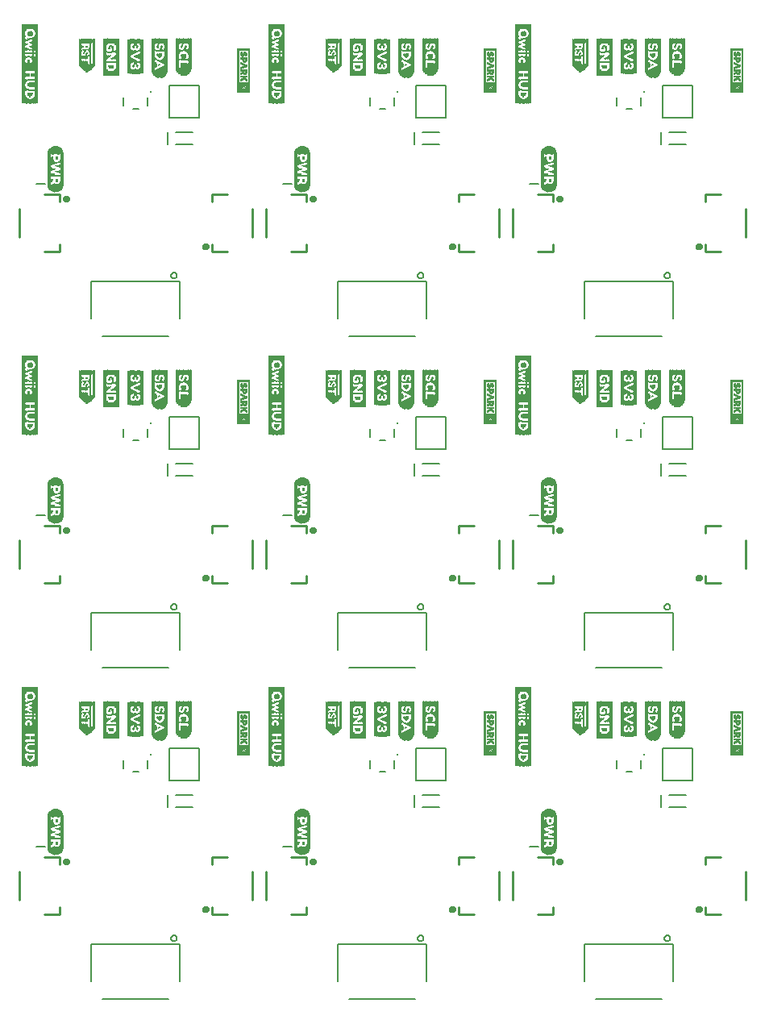
<source format=gto>
G75*
%MOIN*%
%OFA0B0*%
%FSLAX25Y25*%
%IPPOS*%
%LPD*%
%AMOC8*
5,1,8,0,0,1.08239X$1,22.5*
%
%ADD10C,0.01000*%
%ADD11C,0.01575*%
%ADD12C,0.00039*%
%ADD13C,0.00700*%
%ADD14C,0.00500*%
%ADD15C,0.00800*%
%ADD16C,0.01000*%
%ADD17R,0.00157X0.11024*%
%ADD18R,0.00157X0.11181*%
%ADD19R,0.00157X0.11496*%
%ADD20R,0.00157X0.11654*%
%ADD21R,0.00157X0.01732*%
%ADD22R,0.00157X0.01575*%
%ADD23R,0.00157X0.01890*%
%ADD24R,0.00157X0.02047*%
%ADD25R,0.00157X0.02362*%
%ADD26R,0.00157X0.12756*%
%ADD27R,0.00157X0.12913*%
%ADD28R,0.00157X0.13071*%
%ADD29R,0.00157X0.13228*%
%ADD30R,0.00157X0.00630*%
%ADD31R,0.00157X0.02992*%
%ADD32R,0.00157X0.01102*%
%ADD33R,0.00157X0.00315*%
%ADD34R,0.00157X0.00787*%
%ADD35R,0.00157X0.00157*%
%ADD36R,0.00157X0.03150*%
%ADD37R,0.00157X0.03307*%
%ADD38R,0.00157X0.01417*%
%ADD39R,0.00157X0.04409*%
%ADD40R,0.00157X0.04567*%
%ADD41R,0.00157X0.00945*%
%ADD42R,0.00157X0.02835*%
%ADD43R,0.00157X0.02677*%
%ADD44R,0.00157X0.00472*%
%ADD45R,0.00157X0.01260*%
%ADD46R,0.00157X0.04252*%
%ADD47R,0.00157X0.04094*%
%ADD48R,0.00157X0.03937*%
%ADD49R,0.00157X0.03780*%
%ADD50R,0.00157X0.03622*%
%ADD51R,0.00157X0.03465*%
%ADD52R,0.00157X0.11811*%
%ADD53R,0.00157X0.15276*%
%ADD54R,0.00157X0.02520*%
%ADD55R,0.00157X0.02205*%
%ADD56R,0.00157X0.14331*%
%ADD57R,0.00157X0.07087*%
%ADD58R,0.00157X0.13858*%
%ADD59R,0.00157X0.14646*%
%ADD60R,0.00157X0.14961*%
%ADD61R,0.00157X0.15118*%
%ADD62R,0.00157X0.15433*%
%ADD63R,0.00157X0.11969*%
%ADD64R,0.00157X0.13386*%
%ADD65R,0.00157X0.13701*%
%ADD66R,0.00157X0.14016*%
%ADD67R,0.00157X0.14173*%
%ADD68R,0.00157X0.14488*%
%ADD69R,0.00157X0.04882*%
%ADD70R,0.00157X0.05039*%
%ADD71R,0.00157X0.05197*%
%ADD72R,0.00157X0.15906*%
%ADD73R,0.00157X0.16535*%
%ADD74R,0.00157X0.16850*%
%ADD75R,0.00157X0.17165*%
%ADD76R,0.00157X0.17480*%
%ADD77R,0.00157X0.06614*%
%ADD78R,0.00157X0.06772*%
%ADD79R,0.00157X0.17795*%
%ADD80R,0.00157X0.10866*%
%ADD81R,0.00157X0.04724*%
%ADD82R,0.00157X0.06142*%
%ADD83R,0.00157X0.05827*%
%ADD84R,0.00157X0.05669*%
%ADD85R,0.00157X0.05512*%
%ADD86R,0.00157X0.12441*%
%ADD87R,0.00157X0.12283*%
D10*
X0040876Y0066939D02*
X0047372Y0066939D01*
X0047372Y0069892D01*
X0030640Y0072844D02*
X0030640Y0084656D01*
X0040876Y0090561D02*
X0047372Y0090561D01*
X0047372Y0087608D01*
X0110128Y0087608D02*
X0110128Y0090561D01*
X0116624Y0090561D01*
X0126860Y0084656D02*
X0126860Y0072844D01*
X0132640Y0072844D02*
X0132640Y0084656D01*
X0142876Y0090561D02*
X0149372Y0090561D01*
X0149372Y0087608D01*
X0149372Y0069892D02*
X0149372Y0066939D01*
X0142876Y0066939D01*
X0116624Y0066939D02*
X0110128Y0066939D01*
X0110128Y0069892D01*
X0212128Y0069892D02*
X0212128Y0066939D01*
X0218624Y0066939D01*
X0228860Y0072844D02*
X0228860Y0084656D01*
X0234640Y0084656D02*
X0234640Y0072844D01*
X0244876Y0066939D02*
X0251372Y0066939D01*
X0251372Y0069892D01*
X0251372Y0087608D02*
X0251372Y0090561D01*
X0244876Y0090561D01*
X0218624Y0090561D02*
X0212128Y0090561D01*
X0212128Y0087608D01*
X0314128Y0087608D02*
X0314128Y0090561D01*
X0320624Y0090561D01*
X0330860Y0084656D02*
X0330860Y0072844D01*
X0320624Y0066939D02*
X0314128Y0066939D01*
X0314128Y0069892D01*
X0314128Y0203939D02*
X0314128Y0206892D01*
X0314128Y0203939D02*
X0320624Y0203939D01*
X0330860Y0209844D02*
X0330860Y0221656D01*
X0320624Y0227561D02*
X0314128Y0227561D01*
X0314128Y0224608D01*
X0251372Y0224608D02*
X0251372Y0227561D01*
X0244876Y0227561D01*
X0234640Y0221656D02*
X0234640Y0209844D01*
X0228860Y0209844D02*
X0228860Y0221656D01*
X0218624Y0227561D02*
X0212128Y0227561D01*
X0212128Y0224608D01*
X0212128Y0206892D02*
X0212128Y0203939D01*
X0218624Y0203939D01*
X0244876Y0203939D02*
X0251372Y0203939D01*
X0251372Y0206892D01*
X0149372Y0206892D02*
X0149372Y0203939D01*
X0142876Y0203939D01*
X0132640Y0209844D02*
X0132640Y0221656D01*
X0126860Y0221656D02*
X0126860Y0209844D01*
X0116624Y0203939D02*
X0110128Y0203939D01*
X0110128Y0206892D01*
X0110128Y0224608D02*
X0110128Y0227561D01*
X0116624Y0227561D01*
X0142876Y0227561D02*
X0149372Y0227561D01*
X0149372Y0224608D01*
X0047372Y0224608D02*
X0047372Y0227561D01*
X0040876Y0227561D01*
X0030640Y0221656D02*
X0030640Y0209844D01*
X0040876Y0203939D02*
X0047372Y0203939D01*
X0047372Y0206892D01*
X0047372Y0340939D02*
X0040876Y0340939D01*
X0047372Y0340939D02*
X0047372Y0343892D01*
X0047372Y0361608D02*
X0047372Y0364561D01*
X0040876Y0364561D01*
X0030640Y0358656D02*
X0030640Y0346844D01*
X0110128Y0343892D02*
X0110128Y0340939D01*
X0116624Y0340939D01*
X0126860Y0346844D02*
X0126860Y0358656D01*
X0132640Y0358656D02*
X0132640Y0346844D01*
X0142876Y0340939D02*
X0149372Y0340939D01*
X0149372Y0343892D01*
X0149372Y0361608D02*
X0149372Y0364561D01*
X0142876Y0364561D01*
X0116624Y0364561D02*
X0110128Y0364561D01*
X0110128Y0361608D01*
X0212128Y0361608D02*
X0212128Y0364561D01*
X0218624Y0364561D01*
X0228860Y0358656D02*
X0228860Y0346844D01*
X0234640Y0346844D02*
X0234640Y0358656D01*
X0244876Y0364561D02*
X0251372Y0364561D01*
X0251372Y0361608D01*
X0251372Y0343892D02*
X0251372Y0340939D01*
X0244876Y0340939D01*
X0218624Y0340939D02*
X0212128Y0340939D01*
X0212128Y0343892D01*
X0314128Y0343892D02*
X0314128Y0340939D01*
X0320624Y0340939D01*
X0330860Y0346844D02*
X0330860Y0358656D01*
X0320624Y0364561D02*
X0314128Y0364561D01*
X0314128Y0361608D01*
D11*
X0311012Y0342907D02*
X0311014Y0342954D01*
X0311020Y0343000D01*
X0311029Y0343046D01*
X0311043Y0343090D01*
X0311060Y0343134D01*
X0311081Y0343175D01*
X0311105Y0343215D01*
X0311132Y0343253D01*
X0311163Y0343288D01*
X0311196Y0343321D01*
X0311232Y0343351D01*
X0311271Y0343377D01*
X0311311Y0343401D01*
X0311353Y0343420D01*
X0311397Y0343437D01*
X0311442Y0343449D01*
X0311488Y0343458D01*
X0311534Y0343463D01*
X0311581Y0343464D01*
X0311627Y0343461D01*
X0311673Y0343454D01*
X0311719Y0343443D01*
X0311763Y0343429D01*
X0311806Y0343411D01*
X0311847Y0343389D01*
X0311887Y0343364D01*
X0311924Y0343336D01*
X0311959Y0343305D01*
X0311991Y0343271D01*
X0312020Y0343234D01*
X0312045Y0343196D01*
X0312068Y0343155D01*
X0312087Y0343112D01*
X0312102Y0343068D01*
X0312114Y0343023D01*
X0312122Y0342977D01*
X0312126Y0342930D01*
X0312126Y0342884D01*
X0312122Y0342837D01*
X0312114Y0342791D01*
X0312102Y0342746D01*
X0312087Y0342702D01*
X0312068Y0342659D01*
X0312045Y0342618D01*
X0312020Y0342580D01*
X0311991Y0342543D01*
X0311959Y0342509D01*
X0311924Y0342478D01*
X0311887Y0342450D01*
X0311848Y0342425D01*
X0311806Y0342403D01*
X0311763Y0342385D01*
X0311719Y0342371D01*
X0311673Y0342360D01*
X0311627Y0342353D01*
X0311581Y0342350D01*
X0311534Y0342351D01*
X0311488Y0342356D01*
X0311442Y0342365D01*
X0311397Y0342377D01*
X0311353Y0342394D01*
X0311311Y0342413D01*
X0311271Y0342437D01*
X0311232Y0342463D01*
X0311196Y0342493D01*
X0311163Y0342526D01*
X0311132Y0342561D01*
X0311105Y0342599D01*
X0311081Y0342639D01*
X0311060Y0342680D01*
X0311043Y0342724D01*
X0311029Y0342768D01*
X0311020Y0342814D01*
X0311014Y0342860D01*
X0311012Y0342907D01*
X0253374Y0362593D02*
X0253376Y0362640D01*
X0253382Y0362686D01*
X0253391Y0362732D01*
X0253405Y0362776D01*
X0253422Y0362820D01*
X0253443Y0362861D01*
X0253467Y0362901D01*
X0253494Y0362939D01*
X0253525Y0362974D01*
X0253558Y0363007D01*
X0253594Y0363037D01*
X0253633Y0363063D01*
X0253673Y0363087D01*
X0253715Y0363106D01*
X0253759Y0363123D01*
X0253804Y0363135D01*
X0253850Y0363144D01*
X0253896Y0363149D01*
X0253943Y0363150D01*
X0253989Y0363147D01*
X0254035Y0363140D01*
X0254081Y0363129D01*
X0254125Y0363115D01*
X0254168Y0363097D01*
X0254209Y0363075D01*
X0254249Y0363050D01*
X0254286Y0363022D01*
X0254321Y0362991D01*
X0254353Y0362957D01*
X0254382Y0362920D01*
X0254407Y0362882D01*
X0254430Y0362841D01*
X0254449Y0362798D01*
X0254464Y0362754D01*
X0254476Y0362709D01*
X0254484Y0362663D01*
X0254488Y0362616D01*
X0254488Y0362570D01*
X0254484Y0362523D01*
X0254476Y0362477D01*
X0254464Y0362432D01*
X0254449Y0362388D01*
X0254430Y0362345D01*
X0254407Y0362304D01*
X0254382Y0362266D01*
X0254353Y0362229D01*
X0254321Y0362195D01*
X0254286Y0362164D01*
X0254249Y0362136D01*
X0254210Y0362111D01*
X0254168Y0362089D01*
X0254125Y0362071D01*
X0254081Y0362057D01*
X0254035Y0362046D01*
X0253989Y0362039D01*
X0253943Y0362036D01*
X0253896Y0362037D01*
X0253850Y0362042D01*
X0253804Y0362051D01*
X0253759Y0362063D01*
X0253715Y0362080D01*
X0253673Y0362099D01*
X0253633Y0362123D01*
X0253594Y0362149D01*
X0253558Y0362179D01*
X0253525Y0362212D01*
X0253494Y0362247D01*
X0253467Y0362285D01*
X0253443Y0362325D01*
X0253422Y0362366D01*
X0253405Y0362410D01*
X0253391Y0362454D01*
X0253382Y0362500D01*
X0253376Y0362546D01*
X0253374Y0362593D01*
X0209012Y0342907D02*
X0209014Y0342954D01*
X0209020Y0343000D01*
X0209029Y0343046D01*
X0209043Y0343090D01*
X0209060Y0343134D01*
X0209081Y0343175D01*
X0209105Y0343215D01*
X0209132Y0343253D01*
X0209163Y0343288D01*
X0209196Y0343321D01*
X0209232Y0343351D01*
X0209271Y0343377D01*
X0209311Y0343401D01*
X0209353Y0343420D01*
X0209397Y0343437D01*
X0209442Y0343449D01*
X0209488Y0343458D01*
X0209534Y0343463D01*
X0209581Y0343464D01*
X0209627Y0343461D01*
X0209673Y0343454D01*
X0209719Y0343443D01*
X0209763Y0343429D01*
X0209806Y0343411D01*
X0209847Y0343389D01*
X0209887Y0343364D01*
X0209924Y0343336D01*
X0209959Y0343305D01*
X0209991Y0343271D01*
X0210020Y0343234D01*
X0210045Y0343196D01*
X0210068Y0343155D01*
X0210087Y0343112D01*
X0210102Y0343068D01*
X0210114Y0343023D01*
X0210122Y0342977D01*
X0210126Y0342930D01*
X0210126Y0342884D01*
X0210122Y0342837D01*
X0210114Y0342791D01*
X0210102Y0342746D01*
X0210087Y0342702D01*
X0210068Y0342659D01*
X0210045Y0342618D01*
X0210020Y0342580D01*
X0209991Y0342543D01*
X0209959Y0342509D01*
X0209924Y0342478D01*
X0209887Y0342450D01*
X0209848Y0342425D01*
X0209806Y0342403D01*
X0209763Y0342385D01*
X0209719Y0342371D01*
X0209673Y0342360D01*
X0209627Y0342353D01*
X0209581Y0342350D01*
X0209534Y0342351D01*
X0209488Y0342356D01*
X0209442Y0342365D01*
X0209397Y0342377D01*
X0209353Y0342394D01*
X0209311Y0342413D01*
X0209271Y0342437D01*
X0209232Y0342463D01*
X0209196Y0342493D01*
X0209163Y0342526D01*
X0209132Y0342561D01*
X0209105Y0342599D01*
X0209081Y0342639D01*
X0209060Y0342680D01*
X0209043Y0342724D01*
X0209029Y0342768D01*
X0209020Y0342814D01*
X0209014Y0342860D01*
X0209012Y0342907D01*
X0151374Y0362593D02*
X0151376Y0362640D01*
X0151382Y0362686D01*
X0151391Y0362732D01*
X0151405Y0362776D01*
X0151422Y0362820D01*
X0151443Y0362861D01*
X0151467Y0362901D01*
X0151494Y0362939D01*
X0151525Y0362974D01*
X0151558Y0363007D01*
X0151594Y0363037D01*
X0151633Y0363063D01*
X0151673Y0363087D01*
X0151715Y0363106D01*
X0151759Y0363123D01*
X0151804Y0363135D01*
X0151850Y0363144D01*
X0151896Y0363149D01*
X0151943Y0363150D01*
X0151989Y0363147D01*
X0152035Y0363140D01*
X0152081Y0363129D01*
X0152125Y0363115D01*
X0152168Y0363097D01*
X0152209Y0363075D01*
X0152249Y0363050D01*
X0152286Y0363022D01*
X0152321Y0362991D01*
X0152353Y0362957D01*
X0152382Y0362920D01*
X0152407Y0362882D01*
X0152430Y0362841D01*
X0152449Y0362798D01*
X0152464Y0362754D01*
X0152476Y0362709D01*
X0152484Y0362663D01*
X0152488Y0362616D01*
X0152488Y0362570D01*
X0152484Y0362523D01*
X0152476Y0362477D01*
X0152464Y0362432D01*
X0152449Y0362388D01*
X0152430Y0362345D01*
X0152407Y0362304D01*
X0152382Y0362266D01*
X0152353Y0362229D01*
X0152321Y0362195D01*
X0152286Y0362164D01*
X0152249Y0362136D01*
X0152210Y0362111D01*
X0152168Y0362089D01*
X0152125Y0362071D01*
X0152081Y0362057D01*
X0152035Y0362046D01*
X0151989Y0362039D01*
X0151943Y0362036D01*
X0151896Y0362037D01*
X0151850Y0362042D01*
X0151804Y0362051D01*
X0151759Y0362063D01*
X0151715Y0362080D01*
X0151673Y0362099D01*
X0151633Y0362123D01*
X0151594Y0362149D01*
X0151558Y0362179D01*
X0151525Y0362212D01*
X0151494Y0362247D01*
X0151467Y0362285D01*
X0151443Y0362325D01*
X0151422Y0362366D01*
X0151405Y0362410D01*
X0151391Y0362454D01*
X0151382Y0362500D01*
X0151376Y0362546D01*
X0151374Y0362593D01*
X0107012Y0342907D02*
X0107014Y0342954D01*
X0107020Y0343000D01*
X0107029Y0343046D01*
X0107043Y0343090D01*
X0107060Y0343134D01*
X0107081Y0343175D01*
X0107105Y0343215D01*
X0107132Y0343253D01*
X0107163Y0343288D01*
X0107196Y0343321D01*
X0107232Y0343351D01*
X0107271Y0343377D01*
X0107311Y0343401D01*
X0107353Y0343420D01*
X0107397Y0343437D01*
X0107442Y0343449D01*
X0107488Y0343458D01*
X0107534Y0343463D01*
X0107581Y0343464D01*
X0107627Y0343461D01*
X0107673Y0343454D01*
X0107719Y0343443D01*
X0107763Y0343429D01*
X0107806Y0343411D01*
X0107847Y0343389D01*
X0107887Y0343364D01*
X0107924Y0343336D01*
X0107959Y0343305D01*
X0107991Y0343271D01*
X0108020Y0343234D01*
X0108045Y0343196D01*
X0108068Y0343155D01*
X0108087Y0343112D01*
X0108102Y0343068D01*
X0108114Y0343023D01*
X0108122Y0342977D01*
X0108126Y0342930D01*
X0108126Y0342884D01*
X0108122Y0342837D01*
X0108114Y0342791D01*
X0108102Y0342746D01*
X0108087Y0342702D01*
X0108068Y0342659D01*
X0108045Y0342618D01*
X0108020Y0342580D01*
X0107991Y0342543D01*
X0107959Y0342509D01*
X0107924Y0342478D01*
X0107887Y0342450D01*
X0107848Y0342425D01*
X0107806Y0342403D01*
X0107763Y0342385D01*
X0107719Y0342371D01*
X0107673Y0342360D01*
X0107627Y0342353D01*
X0107581Y0342350D01*
X0107534Y0342351D01*
X0107488Y0342356D01*
X0107442Y0342365D01*
X0107397Y0342377D01*
X0107353Y0342394D01*
X0107311Y0342413D01*
X0107271Y0342437D01*
X0107232Y0342463D01*
X0107196Y0342493D01*
X0107163Y0342526D01*
X0107132Y0342561D01*
X0107105Y0342599D01*
X0107081Y0342639D01*
X0107060Y0342680D01*
X0107043Y0342724D01*
X0107029Y0342768D01*
X0107020Y0342814D01*
X0107014Y0342860D01*
X0107012Y0342907D01*
X0049374Y0362593D02*
X0049376Y0362640D01*
X0049382Y0362686D01*
X0049391Y0362732D01*
X0049405Y0362776D01*
X0049422Y0362820D01*
X0049443Y0362861D01*
X0049467Y0362901D01*
X0049494Y0362939D01*
X0049525Y0362974D01*
X0049558Y0363007D01*
X0049594Y0363037D01*
X0049633Y0363063D01*
X0049673Y0363087D01*
X0049715Y0363106D01*
X0049759Y0363123D01*
X0049804Y0363135D01*
X0049850Y0363144D01*
X0049896Y0363149D01*
X0049943Y0363150D01*
X0049989Y0363147D01*
X0050035Y0363140D01*
X0050081Y0363129D01*
X0050125Y0363115D01*
X0050168Y0363097D01*
X0050209Y0363075D01*
X0050249Y0363050D01*
X0050286Y0363022D01*
X0050321Y0362991D01*
X0050353Y0362957D01*
X0050382Y0362920D01*
X0050407Y0362882D01*
X0050430Y0362841D01*
X0050449Y0362798D01*
X0050464Y0362754D01*
X0050476Y0362709D01*
X0050484Y0362663D01*
X0050488Y0362616D01*
X0050488Y0362570D01*
X0050484Y0362523D01*
X0050476Y0362477D01*
X0050464Y0362432D01*
X0050449Y0362388D01*
X0050430Y0362345D01*
X0050407Y0362304D01*
X0050382Y0362266D01*
X0050353Y0362229D01*
X0050321Y0362195D01*
X0050286Y0362164D01*
X0050249Y0362136D01*
X0050210Y0362111D01*
X0050168Y0362089D01*
X0050125Y0362071D01*
X0050081Y0362057D01*
X0050035Y0362046D01*
X0049989Y0362039D01*
X0049943Y0362036D01*
X0049896Y0362037D01*
X0049850Y0362042D01*
X0049804Y0362051D01*
X0049759Y0362063D01*
X0049715Y0362080D01*
X0049673Y0362099D01*
X0049633Y0362123D01*
X0049594Y0362149D01*
X0049558Y0362179D01*
X0049525Y0362212D01*
X0049494Y0362247D01*
X0049467Y0362285D01*
X0049443Y0362325D01*
X0049422Y0362366D01*
X0049405Y0362410D01*
X0049391Y0362454D01*
X0049382Y0362500D01*
X0049376Y0362546D01*
X0049374Y0362593D01*
X0049374Y0225593D02*
X0049376Y0225640D01*
X0049382Y0225686D01*
X0049391Y0225732D01*
X0049405Y0225776D01*
X0049422Y0225820D01*
X0049443Y0225861D01*
X0049467Y0225901D01*
X0049494Y0225939D01*
X0049525Y0225974D01*
X0049558Y0226007D01*
X0049594Y0226037D01*
X0049633Y0226063D01*
X0049673Y0226087D01*
X0049715Y0226106D01*
X0049759Y0226123D01*
X0049804Y0226135D01*
X0049850Y0226144D01*
X0049896Y0226149D01*
X0049943Y0226150D01*
X0049989Y0226147D01*
X0050035Y0226140D01*
X0050081Y0226129D01*
X0050125Y0226115D01*
X0050168Y0226097D01*
X0050209Y0226075D01*
X0050249Y0226050D01*
X0050286Y0226022D01*
X0050321Y0225991D01*
X0050353Y0225957D01*
X0050382Y0225920D01*
X0050407Y0225882D01*
X0050430Y0225841D01*
X0050449Y0225798D01*
X0050464Y0225754D01*
X0050476Y0225709D01*
X0050484Y0225663D01*
X0050488Y0225616D01*
X0050488Y0225570D01*
X0050484Y0225523D01*
X0050476Y0225477D01*
X0050464Y0225432D01*
X0050449Y0225388D01*
X0050430Y0225345D01*
X0050407Y0225304D01*
X0050382Y0225266D01*
X0050353Y0225229D01*
X0050321Y0225195D01*
X0050286Y0225164D01*
X0050249Y0225136D01*
X0050210Y0225111D01*
X0050168Y0225089D01*
X0050125Y0225071D01*
X0050081Y0225057D01*
X0050035Y0225046D01*
X0049989Y0225039D01*
X0049943Y0225036D01*
X0049896Y0225037D01*
X0049850Y0225042D01*
X0049804Y0225051D01*
X0049759Y0225063D01*
X0049715Y0225080D01*
X0049673Y0225099D01*
X0049633Y0225123D01*
X0049594Y0225149D01*
X0049558Y0225179D01*
X0049525Y0225212D01*
X0049494Y0225247D01*
X0049467Y0225285D01*
X0049443Y0225325D01*
X0049422Y0225366D01*
X0049405Y0225410D01*
X0049391Y0225454D01*
X0049382Y0225500D01*
X0049376Y0225546D01*
X0049374Y0225593D01*
X0107012Y0205907D02*
X0107014Y0205954D01*
X0107020Y0206000D01*
X0107029Y0206046D01*
X0107043Y0206090D01*
X0107060Y0206134D01*
X0107081Y0206175D01*
X0107105Y0206215D01*
X0107132Y0206253D01*
X0107163Y0206288D01*
X0107196Y0206321D01*
X0107232Y0206351D01*
X0107271Y0206377D01*
X0107311Y0206401D01*
X0107353Y0206420D01*
X0107397Y0206437D01*
X0107442Y0206449D01*
X0107488Y0206458D01*
X0107534Y0206463D01*
X0107581Y0206464D01*
X0107627Y0206461D01*
X0107673Y0206454D01*
X0107719Y0206443D01*
X0107763Y0206429D01*
X0107806Y0206411D01*
X0107847Y0206389D01*
X0107887Y0206364D01*
X0107924Y0206336D01*
X0107959Y0206305D01*
X0107991Y0206271D01*
X0108020Y0206234D01*
X0108045Y0206196D01*
X0108068Y0206155D01*
X0108087Y0206112D01*
X0108102Y0206068D01*
X0108114Y0206023D01*
X0108122Y0205977D01*
X0108126Y0205930D01*
X0108126Y0205884D01*
X0108122Y0205837D01*
X0108114Y0205791D01*
X0108102Y0205746D01*
X0108087Y0205702D01*
X0108068Y0205659D01*
X0108045Y0205618D01*
X0108020Y0205580D01*
X0107991Y0205543D01*
X0107959Y0205509D01*
X0107924Y0205478D01*
X0107887Y0205450D01*
X0107848Y0205425D01*
X0107806Y0205403D01*
X0107763Y0205385D01*
X0107719Y0205371D01*
X0107673Y0205360D01*
X0107627Y0205353D01*
X0107581Y0205350D01*
X0107534Y0205351D01*
X0107488Y0205356D01*
X0107442Y0205365D01*
X0107397Y0205377D01*
X0107353Y0205394D01*
X0107311Y0205413D01*
X0107271Y0205437D01*
X0107232Y0205463D01*
X0107196Y0205493D01*
X0107163Y0205526D01*
X0107132Y0205561D01*
X0107105Y0205599D01*
X0107081Y0205639D01*
X0107060Y0205680D01*
X0107043Y0205724D01*
X0107029Y0205768D01*
X0107020Y0205814D01*
X0107014Y0205860D01*
X0107012Y0205907D01*
X0151374Y0225593D02*
X0151376Y0225640D01*
X0151382Y0225686D01*
X0151391Y0225732D01*
X0151405Y0225776D01*
X0151422Y0225820D01*
X0151443Y0225861D01*
X0151467Y0225901D01*
X0151494Y0225939D01*
X0151525Y0225974D01*
X0151558Y0226007D01*
X0151594Y0226037D01*
X0151633Y0226063D01*
X0151673Y0226087D01*
X0151715Y0226106D01*
X0151759Y0226123D01*
X0151804Y0226135D01*
X0151850Y0226144D01*
X0151896Y0226149D01*
X0151943Y0226150D01*
X0151989Y0226147D01*
X0152035Y0226140D01*
X0152081Y0226129D01*
X0152125Y0226115D01*
X0152168Y0226097D01*
X0152209Y0226075D01*
X0152249Y0226050D01*
X0152286Y0226022D01*
X0152321Y0225991D01*
X0152353Y0225957D01*
X0152382Y0225920D01*
X0152407Y0225882D01*
X0152430Y0225841D01*
X0152449Y0225798D01*
X0152464Y0225754D01*
X0152476Y0225709D01*
X0152484Y0225663D01*
X0152488Y0225616D01*
X0152488Y0225570D01*
X0152484Y0225523D01*
X0152476Y0225477D01*
X0152464Y0225432D01*
X0152449Y0225388D01*
X0152430Y0225345D01*
X0152407Y0225304D01*
X0152382Y0225266D01*
X0152353Y0225229D01*
X0152321Y0225195D01*
X0152286Y0225164D01*
X0152249Y0225136D01*
X0152210Y0225111D01*
X0152168Y0225089D01*
X0152125Y0225071D01*
X0152081Y0225057D01*
X0152035Y0225046D01*
X0151989Y0225039D01*
X0151943Y0225036D01*
X0151896Y0225037D01*
X0151850Y0225042D01*
X0151804Y0225051D01*
X0151759Y0225063D01*
X0151715Y0225080D01*
X0151673Y0225099D01*
X0151633Y0225123D01*
X0151594Y0225149D01*
X0151558Y0225179D01*
X0151525Y0225212D01*
X0151494Y0225247D01*
X0151467Y0225285D01*
X0151443Y0225325D01*
X0151422Y0225366D01*
X0151405Y0225410D01*
X0151391Y0225454D01*
X0151382Y0225500D01*
X0151376Y0225546D01*
X0151374Y0225593D01*
X0209012Y0205907D02*
X0209014Y0205954D01*
X0209020Y0206000D01*
X0209029Y0206046D01*
X0209043Y0206090D01*
X0209060Y0206134D01*
X0209081Y0206175D01*
X0209105Y0206215D01*
X0209132Y0206253D01*
X0209163Y0206288D01*
X0209196Y0206321D01*
X0209232Y0206351D01*
X0209271Y0206377D01*
X0209311Y0206401D01*
X0209353Y0206420D01*
X0209397Y0206437D01*
X0209442Y0206449D01*
X0209488Y0206458D01*
X0209534Y0206463D01*
X0209581Y0206464D01*
X0209627Y0206461D01*
X0209673Y0206454D01*
X0209719Y0206443D01*
X0209763Y0206429D01*
X0209806Y0206411D01*
X0209847Y0206389D01*
X0209887Y0206364D01*
X0209924Y0206336D01*
X0209959Y0206305D01*
X0209991Y0206271D01*
X0210020Y0206234D01*
X0210045Y0206196D01*
X0210068Y0206155D01*
X0210087Y0206112D01*
X0210102Y0206068D01*
X0210114Y0206023D01*
X0210122Y0205977D01*
X0210126Y0205930D01*
X0210126Y0205884D01*
X0210122Y0205837D01*
X0210114Y0205791D01*
X0210102Y0205746D01*
X0210087Y0205702D01*
X0210068Y0205659D01*
X0210045Y0205618D01*
X0210020Y0205580D01*
X0209991Y0205543D01*
X0209959Y0205509D01*
X0209924Y0205478D01*
X0209887Y0205450D01*
X0209848Y0205425D01*
X0209806Y0205403D01*
X0209763Y0205385D01*
X0209719Y0205371D01*
X0209673Y0205360D01*
X0209627Y0205353D01*
X0209581Y0205350D01*
X0209534Y0205351D01*
X0209488Y0205356D01*
X0209442Y0205365D01*
X0209397Y0205377D01*
X0209353Y0205394D01*
X0209311Y0205413D01*
X0209271Y0205437D01*
X0209232Y0205463D01*
X0209196Y0205493D01*
X0209163Y0205526D01*
X0209132Y0205561D01*
X0209105Y0205599D01*
X0209081Y0205639D01*
X0209060Y0205680D01*
X0209043Y0205724D01*
X0209029Y0205768D01*
X0209020Y0205814D01*
X0209014Y0205860D01*
X0209012Y0205907D01*
X0253374Y0225593D02*
X0253376Y0225640D01*
X0253382Y0225686D01*
X0253391Y0225732D01*
X0253405Y0225776D01*
X0253422Y0225820D01*
X0253443Y0225861D01*
X0253467Y0225901D01*
X0253494Y0225939D01*
X0253525Y0225974D01*
X0253558Y0226007D01*
X0253594Y0226037D01*
X0253633Y0226063D01*
X0253673Y0226087D01*
X0253715Y0226106D01*
X0253759Y0226123D01*
X0253804Y0226135D01*
X0253850Y0226144D01*
X0253896Y0226149D01*
X0253943Y0226150D01*
X0253989Y0226147D01*
X0254035Y0226140D01*
X0254081Y0226129D01*
X0254125Y0226115D01*
X0254168Y0226097D01*
X0254209Y0226075D01*
X0254249Y0226050D01*
X0254286Y0226022D01*
X0254321Y0225991D01*
X0254353Y0225957D01*
X0254382Y0225920D01*
X0254407Y0225882D01*
X0254430Y0225841D01*
X0254449Y0225798D01*
X0254464Y0225754D01*
X0254476Y0225709D01*
X0254484Y0225663D01*
X0254488Y0225616D01*
X0254488Y0225570D01*
X0254484Y0225523D01*
X0254476Y0225477D01*
X0254464Y0225432D01*
X0254449Y0225388D01*
X0254430Y0225345D01*
X0254407Y0225304D01*
X0254382Y0225266D01*
X0254353Y0225229D01*
X0254321Y0225195D01*
X0254286Y0225164D01*
X0254249Y0225136D01*
X0254210Y0225111D01*
X0254168Y0225089D01*
X0254125Y0225071D01*
X0254081Y0225057D01*
X0254035Y0225046D01*
X0253989Y0225039D01*
X0253943Y0225036D01*
X0253896Y0225037D01*
X0253850Y0225042D01*
X0253804Y0225051D01*
X0253759Y0225063D01*
X0253715Y0225080D01*
X0253673Y0225099D01*
X0253633Y0225123D01*
X0253594Y0225149D01*
X0253558Y0225179D01*
X0253525Y0225212D01*
X0253494Y0225247D01*
X0253467Y0225285D01*
X0253443Y0225325D01*
X0253422Y0225366D01*
X0253405Y0225410D01*
X0253391Y0225454D01*
X0253382Y0225500D01*
X0253376Y0225546D01*
X0253374Y0225593D01*
X0311012Y0205907D02*
X0311014Y0205954D01*
X0311020Y0206000D01*
X0311029Y0206046D01*
X0311043Y0206090D01*
X0311060Y0206134D01*
X0311081Y0206175D01*
X0311105Y0206215D01*
X0311132Y0206253D01*
X0311163Y0206288D01*
X0311196Y0206321D01*
X0311232Y0206351D01*
X0311271Y0206377D01*
X0311311Y0206401D01*
X0311353Y0206420D01*
X0311397Y0206437D01*
X0311442Y0206449D01*
X0311488Y0206458D01*
X0311534Y0206463D01*
X0311581Y0206464D01*
X0311627Y0206461D01*
X0311673Y0206454D01*
X0311719Y0206443D01*
X0311763Y0206429D01*
X0311806Y0206411D01*
X0311847Y0206389D01*
X0311887Y0206364D01*
X0311924Y0206336D01*
X0311959Y0206305D01*
X0311991Y0206271D01*
X0312020Y0206234D01*
X0312045Y0206196D01*
X0312068Y0206155D01*
X0312087Y0206112D01*
X0312102Y0206068D01*
X0312114Y0206023D01*
X0312122Y0205977D01*
X0312126Y0205930D01*
X0312126Y0205884D01*
X0312122Y0205837D01*
X0312114Y0205791D01*
X0312102Y0205746D01*
X0312087Y0205702D01*
X0312068Y0205659D01*
X0312045Y0205618D01*
X0312020Y0205580D01*
X0311991Y0205543D01*
X0311959Y0205509D01*
X0311924Y0205478D01*
X0311887Y0205450D01*
X0311848Y0205425D01*
X0311806Y0205403D01*
X0311763Y0205385D01*
X0311719Y0205371D01*
X0311673Y0205360D01*
X0311627Y0205353D01*
X0311581Y0205350D01*
X0311534Y0205351D01*
X0311488Y0205356D01*
X0311442Y0205365D01*
X0311397Y0205377D01*
X0311353Y0205394D01*
X0311311Y0205413D01*
X0311271Y0205437D01*
X0311232Y0205463D01*
X0311196Y0205493D01*
X0311163Y0205526D01*
X0311132Y0205561D01*
X0311105Y0205599D01*
X0311081Y0205639D01*
X0311060Y0205680D01*
X0311043Y0205724D01*
X0311029Y0205768D01*
X0311020Y0205814D01*
X0311014Y0205860D01*
X0311012Y0205907D01*
X0253374Y0088593D02*
X0253376Y0088640D01*
X0253382Y0088686D01*
X0253391Y0088732D01*
X0253405Y0088776D01*
X0253422Y0088820D01*
X0253443Y0088861D01*
X0253467Y0088901D01*
X0253494Y0088939D01*
X0253525Y0088974D01*
X0253558Y0089007D01*
X0253594Y0089037D01*
X0253633Y0089063D01*
X0253673Y0089087D01*
X0253715Y0089106D01*
X0253759Y0089123D01*
X0253804Y0089135D01*
X0253850Y0089144D01*
X0253896Y0089149D01*
X0253943Y0089150D01*
X0253989Y0089147D01*
X0254035Y0089140D01*
X0254081Y0089129D01*
X0254125Y0089115D01*
X0254168Y0089097D01*
X0254209Y0089075D01*
X0254249Y0089050D01*
X0254286Y0089022D01*
X0254321Y0088991D01*
X0254353Y0088957D01*
X0254382Y0088920D01*
X0254407Y0088882D01*
X0254430Y0088841D01*
X0254449Y0088798D01*
X0254464Y0088754D01*
X0254476Y0088709D01*
X0254484Y0088663D01*
X0254488Y0088616D01*
X0254488Y0088570D01*
X0254484Y0088523D01*
X0254476Y0088477D01*
X0254464Y0088432D01*
X0254449Y0088388D01*
X0254430Y0088345D01*
X0254407Y0088304D01*
X0254382Y0088266D01*
X0254353Y0088229D01*
X0254321Y0088195D01*
X0254286Y0088164D01*
X0254249Y0088136D01*
X0254210Y0088111D01*
X0254168Y0088089D01*
X0254125Y0088071D01*
X0254081Y0088057D01*
X0254035Y0088046D01*
X0253989Y0088039D01*
X0253943Y0088036D01*
X0253896Y0088037D01*
X0253850Y0088042D01*
X0253804Y0088051D01*
X0253759Y0088063D01*
X0253715Y0088080D01*
X0253673Y0088099D01*
X0253633Y0088123D01*
X0253594Y0088149D01*
X0253558Y0088179D01*
X0253525Y0088212D01*
X0253494Y0088247D01*
X0253467Y0088285D01*
X0253443Y0088325D01*
X0253422Y0088366D01*
X0253405Y0088410D01*
X0253391Y0088454D01*
X0253382Y0088500D01*
X0253376Y0088546D01*
X0253374Y0088593D01*
X0209012Y0068907D02*
X0209014Y0068954D01*
X0209020Y0069000D01*
X0209029Y0069046D01*
X0209043Y0069090D01*
X0209060Y0069134D01*
X0209081Y0069175D01*
X0209105Y0069215D01*
X0209132Y0069253D01*
X0209163Y0069288D01*
X0209196Y0069321D01*
X0209232Y0069351D01*
X0209271Y0069377D01*
X0209311Y0069401D01*
X0209353Y0069420D01*
X0209397Y0069437D01*
X0209442Y0069449D01*
X0209488Y0069458D01*
X0209534Y0069463D01*
X0209581Y0069464D01*
X0209627Y0069461D01*
X0209673Y0069454D01*
X0209719Y0069443D01*
X0209763Y0069429D01*
X0209806Y0069411D01*
X0209847Y0069389D01*
X0209887Y0069364D01*
X0209924Y0069336D01*
X0209959Y0069305D01*
X0209991Y0069271D01*
X0210020Y0069234D01*
X0210045Y0069196D01*
X0210068Y0069155D01*
X0210087Y0069112D01*
X0210102Y0069068D01*
X0210114Y0069023D01*
X0210122Y0068977D01*
X0210126Y0068930D01*
X0210126Y0068884D01*
X0210122Y0068837D01*
X0210114Y0068791D01*
X0210102Y0068746D01*
X0210087Y0068702D01*
X0210068Y0068659D01*
X0210045Y0068618D01*
X0210020Y0068580D01*
X0209991Y0068543D01*
X0209959Y0068509D01*
X0209924Y0068478D01*
X0209887Y0068450D01*
X0209848Y0068425D01*
X0209806Y0068403D01*
X0209763Y0068385D01*
X0209719Y0068371D01*
X0209673Y0068360D01*
X0209627Y0068353D01*
X0209581Y0068350D01*
X0209534Y0068351D01*
X0209488Y0068356D01*
X0209442Y0068365D01*
X0209397Y0068377D01*
X0209353Y0068394D01*
X0209311Y0068413D01*
X0209271Y0068437D01*
X0209232Y0068463D01*
X0209196Y0068493D01*
X0209163Y0068526D01*
X0209132Y0068561D01*
X0209105Y0068599D01*
X0209081Y0068639D01*
X0209060Y0068680D01*
X0209043Y0068724D01*
X0209029Y0068768D01*
X0209020Y0068814D01*
X0209014Y0068860D01*
X0209012Y0068907D01*
X0151374Y0088593D02*
X0151376Y0088640D01*
X0151382Y0088686D01*
X0151391Y0088732D01*
X0151405Y0088776D01*
X0151422Y0088820D01*
X0151443Y0088861D01*
X0151467Y0088901D01*
X0151494Y0088939D01*
X0151525Y0088974D01*
X0151558Y0089007D01*
X0151594Y0089037D01*
X0151633Y0089063D01*
X0151673Y0089087D01*
X0151715Y0089106D01*
X0151759Y0089123D01*
X0151804Y0089135D01*
X0151850Y0089144D01*
X0151896Y0089149D01*
X0151943Y0089150D01*
X0151989Y0089147D01*
X0152035Y0089140D01*
X0152081Y0089129D01*
X0152125Y0089115D01*
X0152168Y0089097D01*
X0152209Y0089075D01*
X0152249Y0089050D01*
X0152286Y0089022D01*
X0152321Y0088991D01*
X0152353Y0088957D01*
X0152382Y0088920D01*
X0152407Y0088882D01*
X0152430Y0088841D01*
X0152449Y0088798D01*
X0152464Y0088754D01*
X0152476Y0088709D01*
X0152484Y0088663D01*
X0152488Y0088616D01*
X0152488Y0088570D01*
X0152484Y0088523D01*
X0152476Y0088477D01*
X0152464Y0088432D01*
X0152449Y0088388D01*
X0152430Y0088345D01*
X0152407Y0088304D01*
X0152382Y0088266D01*
X0152353Y0088229D01*
X0152321Y0088195D01*
X0152286Y0088164D01*
X0152249Y0088136D01*
X0152210Y0088111D01*
X0152168Y0088089D01*
X0152125Y0088071D01*
X0152081Y0088057D01*
X0152035Y0088046D01*
X0151989Y0088039D01*
X0151943Y0088036D01*
X0151896Y0088037D01*
X0151850Y0088042D01*
X0151804Y0088051D01*
X0151759Y0088063D01*
X0151715Y0088080D01*
X0151673Y0088099D01*
X0151633Y0088123D01*
X0151594Y0088149D01*
X0151558Y0088179D01*
X0151525Y0088212D01*
X0151494Y0088247D01*
X0151467Y0088285D01*
X0151443Y0088325D01*
X0151422Y0088366D01*
X0151405Y0088410D01*
X0151391Y0088454D01*
X0151382Y0088500D01*
X0151376Y0088546D01*
X0151374Y0088593D01*
X0107012Y0068907D02*
X0107014Y0068954D01*
X0107020Y0069000D01*
X0107029Y0069046D01*
X0107043Y0069090D01*
X0107060Y0069134D01*
X0107081Y0069175D01*
X0107105Y0069215D01*
X0107132Y0069253D01*
X0107163Y0069288D01*
X0107196Y0069321D01*
X0107232Y0069351D01*
X0107271Y0069377D01*
X0107311Y0069401D01*
X0107353Y0069420D01*
X0107397Y0069437D01*
X0107442Y0069449D01*
X0107488Y0069458D01*
X0107534Y0069463D01*
X0107581Y0069464D01*
X0107627Y0069461D01*
X0107673Y0069454D01*
X0107719Y0069443D01*
X0107763Y0069429D01*
X0107806Y0069411D01*
X0107847Y0069389D01*
X0107887Y0069364D01*
X0107924Y0069336D01*
X0107959Y0069305D01*
X0107991Y0069271D01*
X0108020Y0069234D01*
X0108045Y0069196D01*
X0108068Y0069155D01*
X0108087Y0069112D01*
X0108102Y0069068D01*
X0108114Y0069023D01*
X0108122Y0068977D01*
X0108126Y0068930D01*
X0108126Y0068884D01*
X0108122Y0068837D01*
X0108114Y0068791D01*
X0108102Y0068746D01*
X0108087Y0068702D01*
X0108068Y0068659D01*
X0108045Y0068618D01*
X0108020Y0068580D01*
X0107991Y0068543D01*
X0107959Y0068509D01*
X0107924Y0068478D01*
X0107887Y0068450D01*
X0107848Y0068425D01*
X0107806Y0068403D01*
X0107763Y0068385D01*
X0107719Y0068371D01*
X0107673Y0068360D01*
X0107627Y0068353D01*
X0107581Y0068350D01*
X0107534Y0068351D01*
X0107488Y0068356D01*
X0107442Y0068365D01*
X0107397Y0068377D01*
X0107353Y0068394D01*
X0107311Y0068413D01*
X0107271Y0068437D01*
X0107232Y0068463D01*
X0107196Y0068493D01*
X0107163Y0068526D01*
X0107132Y0068561D01*
X0107105Y0068599D01*
X0107081Y0068639D01*
X0107060Y0068680D01*
X0107043Y0068724D01*
X0107029Y0068768D01*
X0107020Y0068814D01*
X0107014Y0068860D01*
X0107012Y0068907D01*
X0049374Y0088593D02*
X0049376Y0088640D01*
X0049382Y0088686D01*
X0049391Y0088732D01*
X0049405Y0088776D01*
X0049422Y0088820D01*
X0049443Y0088861D01*
X0049467Y0088901D01*
X0049494Y0088939D01*
X0049525Y0088974D01*
X0049558Y0089007D01*
X0049594Y0089037D01*
X0049633Y0089063D01*
X0049673Y0089087D01*
X0049715Y0089106D01*
X0049759Y0089123D01*
X0049804Y0089135D01*
X0049850Y0089144D01*
X0049896Y0089149D01*
X0049943Y0089150D01*
X0049989Y0089147D01*
X0050035Y0089140D01*
X0050081Y0089129D01*
X0050125Y0089115D01*
X0050168Y0089097D01*
X0050209Y0089075D01*
X0050249Y0089050D01*
X0050286Y0089022D01*
X0050321Y0088991D01*
X0050353Y0088957D01*
X0050382Y0088920D01*
X0050407Y0088882D01*
X0050430Y0088841D01*
X0050449Y0088798D01*
X0050464Y0088754D01*
X0050476Y0088709D01*
X0050484Y0088663D01*
X0050488Y0088616D01*
X0050488Y0088570D01*
X0050484Y0088523D01*
X0050476Y0088477D01*
X0050464Y0088432D01*
X0050449Y0088388D01*
X0050430Y0088345D01*
X0050407Y0088304D01*
X0050382Y0088266D01*
X0050353Y0088229D01*
X0050321Y0088195D01*
X0050286Y0088164D01*
X0050249Y0088136D01*
X0050210Y0088111D01*
X0050168Y0088089D01*
X0050125Y0088071D01*
X0050081Y0088057D01*
X0050035Y0088046D01*
X0049989Y0088039D01*
X0049943Y0088036D01*
X0049896Y0088037D01*
X0049850Y0088042D01*
X0049804Y0088051D01*
X0049759Y0088063D01*
X0049715Y0088080D01*
X0049673Y0088099D01*
X0049633Y0088123D01*
X0049594Y0088149D01*
X0049558Y0088179D01*
X0049525Y0088212D01*
X0049494Y0088247D01*
X0049467Y0088285D01*
X0049443Y0088325D01*
X0049422Y0088366D01*
X0049405Y0088410D01*
X0049391Y0088454D01*
X0049382Y0088500D01*
X0049376Y0088546D01*
X0049374Y0088593D01*
X0311012Y0068907D02*
X0311014Y0068954D01*
X0311020Y0069000D01*
X0311029Y0069046D01*
X0311043Y0069090D01*
X0311060Y0069134D01*
X0311081Y0069175D01*
X0311105Y0069215D01*
X0311132Y0069253D01*
X0311163Y0069288D01*
X0311196Y0069321D01*
X0311232Y0069351D01*
X0311271Y0069377D01*
X0311311Y0069401D01*
X0311353Y0069420D01*
X0311397Y0069437D01*
X0311442Y0069449D01*
X0311488Y0069458D01*
X0311534Y0069463D01*
X0311581Y0069464D01*
X0311627Y0069461D01*
X0311673Y0069454D01*
X0311719Y0069443D01*
X0311763Y0069429D01*
X0311806Y0069411D01*
X0311847Y0069389D01*
X0311887Y0069364D01*
X0311924Y0069336D01*
X0311959Y0069305D01*
X0311991Y0069271D01*
X0312020Y0069234D01*
X0312045Y0069196D01*
X0312068Y0069155D01*
X0312087Y0069112D01*
X0312102Y0069068D01*
X0312114Y0069023D01*
X0312122Y0068977D01*
X0312126Y0068930D01*
X0312126Y0068884D01*
X0312122Y0068837D01*
X0312114Y0068791D01*
X0312102Y0068746D01*
X0312087Y0068702D01*
X0312068Y0068659D01*
X0312045Y0068618D01*
X0312020Y0068580D01*
X0311991Y0068543D01*
X0311959Y0068509D01*
X0311924Y0068478D01*
X0311887Y0068450D01*
X0311848Y0068425D01*
X0311806Y0068403D01*
X0311763Y0068385D01*
X0311719Y0068371D01*
X0311673Y0068360D01*
X0311627Y0068353D01*
X0311581Y0068350D01*
X0311534Y0068351D01*
X0311488Y0068356D01*
X0311442Y0068365D01*
X0311397Y0068377D01*
X0311353Y0068394D01*
X0311311Y0068413D01*
X0311271Y0068437D01*
X0311232Y0068463D01*
X0311196Y0068493D01*
X0311163Y0068526D01*
X0311132Y0068561D01*
X0311105Y0068599D01*
X0311081Y0068639D01*
X0311060Y0068680D01*
X0311043Y0068724D01*
X0311029Y0068768D01*
X0311020Y0068814D01*
X0311014Y0068860D01*
X0311012Y0068907D01*
D12*
X0324759Y0132750D02*
X0327007Y0132750D01*
X0327007Y0134260D01*
X0326042Y0133601D01*
X0326042Y0134226D01*
X0326870Y0134768D01*
X0326042Y0135313D01*
X0326042Y0135916D01*
X0327007Y0135254D01*
X0327007Y0136771D01*
X0325221Y0136771D01*
X0325221Y0136933D01*
X0324759Y0136933D01*
X0324759Y0132750D01*
X0324759Y0132772D02*
X0327007Y0132772D01*
X0329741Y0132772D01*
X0329741Y0132750D02*
X0329741Y0150750D01*
X0324759Y0150750D01*
X0324759Y0136933D01*
X0325221Y0136933D01*
X0325221Y0150287D01*
X0329279Y0150287D01*
X0329279Y0136771D01*
X0327007Y0136771D01*
X0327007Y0135254D01*
X0327270Y0135074D01*
X0328456Y0135880D01*
X0328456Y0135259D01*
X0327673Y0134752D01*
X0328456Y0134240D01*
X0328456Y0133637D01*
X0327277Y0134444D01*
X0327007Y0134260D01*
X0327007Y0132750D01*
X0329741Y0132750D01*
X0329741Y0132810D02*
X0327007Y0132810D01*
X0324759Y0132810D01*
X0324759Y0132848D02*
X0327007Y0132848D01*
X0329741Y0132848D01*
X0329741Y0132886D02*
X0327007Y0132886D01*
X0324759Y0132886D01*
X0324759Y0132924D02*
X0327007Y0132924D01*
X0329741Y0132924D01*
X0329741Y0132962D02*
X0327007Y0132962D01*
X0324759Y0132962D01*
X0324759Y0133000D02*
X0327007Y0133000D01*
X0329741Y0133000D01*
X0329741Y0133037D02*
X0327007Y0133037D01*
X0324759Y0133037D01*
X0324759Y0133075D02*
X0327007Y0133075D01*
X0329741Y0133075D01*
X0329741Y0133113D02*
X0327007Y0133113D01*
X0324759Y0133113D01*
X0324759Y0133151D02*
X0327007Y0133151D01*
X0329741Y0133151D01*
X0329741Y0133189D02*
X0327007Y0133189D01*
X0324759Y0133189D01*
X0324759Y0133227D02*
X0327007Y0133227D01*
X0329741Y0133227D01*
X0329741Y0133265D02*
X0327007Y0133265D01*
X0324759Y0133265D01*
X0324759Y0133303D02*
X0327007Y0133303D01*
X0329741Y0133303D01*
X0329741Y0133341D02*
X0327007Y0133341D01*
X0324759Y0133341D01*
X0324759Y0133378D02*
X0327007Y0133378D01*
X0329741Y0133378D01*
X0329741Y0133416D02*
X0327007Y0133416D01*
X0324759Y0133416D01*
X0324759Y0133454D02*
X0327007Y0133454D01*
X0329741Y0133454D01*
X0329741Y0133492D02*
X0327007Y0133492D01*
X0324759Y0133492D01*
X0324759Y0133530D02*
X0327007Y0133530D01*
X0329741Y0133530D01*
X0329741Y0133568D02*
X0327007Y0133568D01*
X0324759Y0133568D01*
X0324759Y0133606D02*
X0326042Y0133606D01*
X0326049Y0133606D02*
X0327007Y0133606D01*
X0329741Y0133606D01*
X0329741Y0133644D02*
X0328456Y0133644D01*
X0328447Y0133644D02*
X0327007Y0133644D01*
X0326104Y0133644D01*
X0326042Y0133644D02*
X0324759Y0133644D01*
X0324759Y0133681D02*
X0326042Y0133681D01*
X0326042Y0133719D02*
X0324759Y0133719D01*
X0324759Y0133757D02*
X0326042Y0133757D01*
X0326042Y0133795D02*
X0324759Y0133795D01*
X0324759Y0133833D02*
X0326042Y0133833D01*
X0326042Y0133871D02*
X0324759Y0133871D01*
X0324759Y0133909D02*
X0326042Y0133909D01*
X0326042Y0133947D02*
X0324759Y0133947D01*
X0324759Y0133985D02*
X0326042Y0133985D01*
X0326042Y0134022D02*
X0324759Y0134022D01*
X0324759Y0134060D02*
X0326042Y0134060D01*
X0326042Y0134098D02*
X0324759Y0134098D01*
X0324759Y0134136D02*
X0326042Y0134136D01*
X0326042Y0134174D02*
X0324759Y0134174D01*
X0324759Y0134212D02*
X0326042Y0134212D01*
X0326078Y0134250D02*
X0324759Y0134250D01*
X0324759Y0134288D02*
X0326136Y0134288D01*
X0326194Y0134325D02*
X0324759Y0134325D01*
X0324759Y0134363D02*
X0326252Y0134363D01*
X0326310Y0134401D02*
X0324759Y0134401D01*
X0324759Y0134439D02*
X0326368Y0134439D01*
X0326426Y0134477D02*
X0324759Y0134477D01*
X0324759Y0134515D02*
X0326484Y0134515D01*
X0326542Y0134553D02*
X0324759Y0134553D01*
X0324759Y0134591D02*
X0326599Y0134591D01*
X0326657Y0134629D02*
X0324759Y0134629D01*
X0324759Y0134666D02*
X0326715Y0134666D01*
X0326773Y0134704D02*
X0324759Y0134704D01*
X0324759Y0134742D02*
X0326831Y0134742D01*
X0326852Y0134780D02*
X0324759Y0134780D01*
X0324759Y0134818D02*
X0326794Y0134818D01*
X0326737Y0134856D02*
X0324759Y0134856D01*
X0324759Y0134894D02*
X0326679Y0134894D01*
X0326622Y0134932D02*
X0324759Y0134932D01*
X0324759Y0134969D02*
X0326564Y0134969D01*
X0326507Y0135007D02*
X0324759Y0135007D01*
X0324759Y0135045D02*
X0326449Y0135045D01*
X0326392Y0135083D02*
X0324759Y0135083D01*
X0324759Y0135121D02*
X0326334Y0135121D01*
X0326277Y0135159D02*
X0324759Y0135159D01*
X0324759Y0135197D02*
X0326219Y0135197D01*
X0326162Y0135235D02*
X0324759Y0135235D01*
X0324759Y0135272D02*
X0326104Y0135272D01*
X0326047Y0135310D02*
X0324759Y0135310D01*
X0324759Y0135348D02*
X0326042Y0135348D01*
X0326042Y0135386D02*
X0324759Y0135386D01*
X0324759Y0135424D02*
X0326042Y0135424D01*
X0326042Y0135462D02*
X0324759Y0135462D01*
X0324759Y0135500D02*
X0326042Y0135500D01*
X0326042Y0135538D02*
X0324759Y0135538D01*
X0324759Y0135576D02*
X0326042Y0135576D01*
X0326042Y0135613D02*
X0324759Y0135613D01*
X0324759Y0135651D02*
X0326042Y0135651D01*
X0326042Y0135689D02*
X0324759Y0135689D01*
X0324759Y0135727D02*
X0326042Y0135727D01*
X0326042Y0135765D02*
X0324759Y0135765D01*
X0324759Y0135803D02*
X0326042Y0135803D01*
X0326042Y0135841D02*
X0324759Y0135841D01*
X0324759Y0135879D02*
X0326042Y0135879D01*
X0326097Y0135879D02*
X0327007Y0135879D01*
X0328454Y0135879D01*
X0328456Y0135879D02*
X0329741Y0135879D01*
X0329741Y0135916D02*
X0327007Y0135916D01*
X0324759Y0135916D01*
X0324759Y0135954D02*
X0327007Y0135954D01*
X0329741Y0135954D01*
X0329741Y0135992D02*
X0327007Y0135992D01*
X0324759Y0135992D01*
X0324759Y0136030D02*
X0327007Y0136030D01*
X0329741Y0136030D01*
X0329741Y0136068D02*
X0327007Y0136068D01*
X0324759Y0136068D01*
X0324759Y0136106D02*
X0327007Y0136106D01*
X0329741Y0136106D01*
X0329741Y0136144D02*
X0327007Y0136144D01*
X0324759Y0136144D01*
X0324759Y0136182D02*
X0327007Y0136182D01*
X0329741Y0136182D01*
X0329741Y0136220D02*
X0327007Y0136220D01*
X0324759Y0136220D01*
X0324759Y0136257D02*
X0327007Y0136257D01*
X0329741Y0136257D01*
X0329741Y0136295D02*
X0327007Y0136295D01*
X0324759Y0136295D01*
X0324759Y0136333D02*
X0327007Y0136333D01*
X0329741Y0136333D01*
X0329741Y0136371D02*
X0327007Y0136371D01*
X0324759Y0136371D01*
X0324759Y0136409D02*
X0327007Y0136409D01*
X0329741Y0136409D01*
X0329741Y0136447D02*
X0327007Y0136447D01*
X0324759Y0136447D01*
X0324759Y0136485D02*
X0327007Y0136485D01*
X0329741Y0136485D01*
X0329741Y0136523D02*
X0327007Y0136523D01*
X0324759Y0136523D01*
X0324759Y0136560D02*
X0327007Y0136560D01*
X0329741Y0136560D01*
X0329741Y0136598D02*
X0327007Y0136598D01*
X0324759Y0136598D01*
X0324759Y0136636D02*
X0327007Y0136636D01*
X0329741Y0136636D01*
X0329741Y0136674D02*
X0327007Y0136674D01*
X0324759Y0136674D01*
X0324759Y0136712D02*
X0327007Y0136712D01*
X0329741Y0136712D01*
X0329741Y0136750D02*
X0327007Y0136750D01*
X0324759Y0136750D01*
X0324759Y0136788D02*
X0325221Y0136788D01*
X0325221Y0136826D02*
X0324759Y0136826D01*
X0324759Y0136864D02*
X0325221Y0136864D01*
X0325221Y0136901D02*
X0324759Y0136901D01*
X0324759Y0136939D02*
X0325221Y0136939D01*
X0325221Y0136977D02*
X0324759Y0136977D01*
X0324759Y0137015D02*
X0325221Y0137015D01*
X0325221Y0137053D02*
X0324759Y0137053D01*
X0324759Y0137091D02*
X0325221Y0137091D01*
X0325221Y0137129D02*
X0324759Y0137129D01*
X0324759Y0137167D02*
X0325221Y0137167D01*
X0325221Y0137204D02*
X0324759Y0137204D01*
X0324759Y0137242D02*
X0325221Y0137242D01*
X0325221Y0137280D02*
X0324759Y0137280D01*
X0324759Y0137318D02*
X0325221Y0137318D01*
X0325221Y0137356D02*
X0324759Y0137356D01*
X0324759Y0137394D02*
X0325221Y0137394D01*
X0325221Y0137432D02*
X0324759Y0137432D01*
X0324759Y0137470D02*
X0325221Y0137470D01*
X0325221Y0137507D02*
X0324759Y0137507D01*
X0324759Y0137545D02*
X0325221Y0137545D01*
X0325221Y0137583D02*
X0324759Y0137583D01*
X0324759Y0137621D02*
X0325221Y0137621D01*
X0325221Y0137659D02*
X0324759Y0137659D01*
X0324759Y0137697D02*
X0325221Y0137697D01*
X0325221Y0137735D02*
X0324759Y0137735D01*
X0324759Y0137773D02*
X0325221Y0137773D01*
X0325221Y0137811D02*
X0324759Y0137811D01*
X0324759Y0137848D02*
X0325221Y0137848D01*
X0325221Y0137886D02*
X0324759Y0137886D01*
X0324759Y0137924D02*
X0325221Y0137924D01*
X0325221Y0137962D02*
X0324759Y0137962D01*
X0324759Y0138000D02*
X0325221Y0138000D01*
X0325221Y0138038D02*
X0324759Y0138038D01*
X0324759Y0138076D02*
X0325221Y0138076D01*
X0325221Y0138114D02*
X0324759Y0138114D01*
X0324759Y0138151D02*
X0325221Y0138151D01*
X0325221Y0138189D02*
X0324759Y0138189D01*
X0324759Y0138227D02*
X0325221Y0138227D01*
X0325221Y0138265D02*
X0324759Y0138265D01*
X0324759Y0138303D02*
X0325221Y0138303D01*
X0325221Y0138341D02*
X0324759Y0138341D01*
X0324759Y0138379D02*
X0325221Y0138379D01*
X0325221Y0138417D02*
X0324759Y0138417D01*
X0324759Y0138455D02*
X0325221Y0138455D01*
X0325221Y0138492D02*
X0324759Y0138492D01*
X0324759Y0138530D02*
X0325221Y0138530D01*
X0325221Y0138568D02*
X0324759Y0138568D01*
X0324759Y0138606D02*
X0325221Y0138606D01*
X0325221Y0138644D02*
X0324759Y0138644D01*
X0324759Y0138682D02*
X0325221Y0138682D01*
X0325221Y0138720D02*
X0324759Y0138720D01*
X0324759Y0138758D02*
X0325221Y0138758D01*
X0325221Y0138795D02*
X0324759Y0138795D01*
X0324759Y0138833D02*
X0325221Y0138833D01*
X0325221Y0138871D02*
X0324759Y0138871D01*
X0324759Y0138909D02*
X0325221Y0138909D01*
X0325221Y0138947D02*
X0324759Y0138947D01*
X0324759Y0138985D02*
X0325221Y0138985D01*
X0325221Y0139023D02*
X0324759Y0139023D01*
X0324759Y0139061D02*
X0325221Y0139061D01*
X0325221Y0139099D02*
X0324759Y0139099D01*
X0324759Y0139136D02*
X0325221Y0139136D01*
X0325221Y0139174D02*
X0324759Y0139174D01*
X0324759Y0139212D02*
X0325221Y0139212D01*
X0325221Y0139250D02*
X0324759Y0139250D01*
X0324759Y0139288D02*
X0325221Y0139288D01*
X0325221Y0139326D02*
X0324759Y0139326D01*
X0324759Y0139364D02*
X0325221Y0139364D01*
X0325221Y0139402D02*
X0324759Y0139402D01*
X0324759Y0139439D02*
X0325221Y0139439D01*
X0325221Y0139477D02*
X0324759Y0139477D01*
X0324759Y0139515D02*
X0325221Y0139515D01*
X0325221Y0139553D02*
X0324759Y0139553D01*
X0324759Y0139591D02*
X0325221Y0139591D01*
X0325221Y0139629D02*
X0324759Y0139629D01*
X0324759Y0139667D02*
X0325221Y0139667D01*
X0325221Y0139705D02*
X0324759Y0139705D01*
X0324759Y0139742D02*
X0325221Y0139742D01*
X0325221Y0139780D02*
X0324759Y0139780D01*
X0324759Y0139818D02*
X0325221Y0139818D01*
X0325221Y0139856D02*
X0324759Y0139856D01*
X0324759Y0139894D02*
X0325221Y0139894D01*
X0325221Y0139932D02*
X0324759Y0139932D01*
X0324759Y0139970D02*
X0325221Y0139970D01*
X0325221Y0140008D02*
X0324759Y0140008D01*
X0324759Y0140046D02*
X0325221Y0140046D01*
X0325221Y0140083D02*
X0324759Y0140083D01*
X0324759Y0140121D02*
X0325221Y0140121D01*
X0325221Y0140159D02*
X0324759Y0140159D01*
X0324759Y0140197D02*
X0325221Y0140197D01*
X0325221Y0140235D02*
X0324759Y0140235D01*
X0324759Y0140273D02*
X0325221Y0140273D01*
X0325221Y0140311D02*
X0324759Y0140311D01*
X0324759Y0140349D02*
X0325221Y0140349D01*
X0325221Y0140386D02*
X0324759Y0140386D01*
X0324759Y0140424D02*
X0325221Y0140424D01*
X0325221Y0140462D02*
X0324759Y0140462D01*
X0324759Y0140500D02*
X0325221Y0140500D01*
X0325221Y0140538D02*
X0324759Y0140538D01*
X0324759Y0140576D02*
X0325221Y0140576D01*
X0325221Y0140614D02*
X0324759Y0140614D01*
X0324759Y0140652D02*
X0325221Y0140652D01*
X0325221Y0140690D02*
X0324759Y0140690D01*
X0324759Y0140727D02*
X0325221Y0140727D01*
X0325221Y0140765D02*
X0324759Y0140765D01*
X0324759Y0140803D02*
X0325221Y0140803D01*
X0325221Y0140841D02*
X0324759Y0140841D01*
X0324759Y0140879D02*
X0325221Y0140879D01*
X0325221Y0140917D02*
X0324759Y0140917D01*
X0324759Y0140955D02*
X0325221Y0140955D01*
X0325221Y0140993D02*
X0324759Y0140993D01*
X0324759Y0141030D02*
X0325221Y0141030D01*
X0325221Y0141068D02*
X0324759Y0141068D01*
X0324759Y0141106D02*
X0325221Y0141106D01*
X0325221Y0141144D02*
X0324759Y0141144D01*
X0324759Y0141182D02*
X0325221Y0141182D01*
X0325221Y0141220D02*
X0324759Y0141220D01*
X0324759Y0141258D02*
X0325221Y0141258D01*
X0325221Y0141296D02*
X0324759Y0141296D01*
X0324759Y0141334D02*
X0325221Y0141334D01*
X0325221Y0141371D02*
X0324759Y0141371D01*
X0324759Y0141409D02*
X0325221Y0141409D01*
X0325221Y0141447D02*
X0324759Y0141447D01*
X0324759Y0141485D02*
X0325221Y0141485D01*
X0325221Y0141523D02*
X0324759Y0141523D01*
X0324759Y0141561D02*
X0325221Y0141561D01*
X0325221Y0141599D02*
X0324759Y0141599D01*
X0324759Y0141637D02*
X0325221Y0141637D01*
X0325221Y0141674D02*
X0324759Y0141674D01*
X0324759Y0141712D02*
X0325221Y0141712D01*
X0325221Y0141750D02*
X0324759Y0141750D01*
X0324759Y0141788D02*
X0325221Y0141788D01*
X0325221Y0141826D02*
X0324759Y0141826D01*
X0324759Y0141864D02*
X0325221Y0141864D01*
X0325221Y0141902D02*
X0324759Y0141902D01*
X0324759Y0141940D02*
X0325221Y0141940D01*
X0325221Y0141977D02*
X0324759Y0141977D01*
X0324759Y0142015D02*
X0325221Y0142015D01*
X0325221Y0142053D02*
X0324759Y0142053D01*
X0324759Y0142091D02*
X0325221Y0142091D01*
X0325221Y0142129D02*
X0324759Y0142129D01*
X0324759Y0142167D02*
X0325221Y0142167D01*
X0325221Y0142205D02*
X0324759Y0142205D01*
X0324759Y0142243D02*
X0325221Y0142243D01*
X0325221Y0142281D02*
X0324759Y0142281D01*
X0324759Y0142318D02*
X0325221Y0142318D01*
X0325221Y0142356D02*
X0324759Y0142356D01*
X0324759Y0142394D02*
X0325221Y0142394D01*
X0325221Y0142432D02*
X0324759Y0142432D01*
X0324759Y0142470D02*
X0325221Y0142470D01*
X0325221Y0142508D02*
X0324759Y0142508D01*
X0324759Y0142546D02*
X0325221Y0142546D01*
X0325221Y0142584D02*
X0324759Y0142584D01*
X0324759Y0142621D02*
X0325221Y0142621D01*
X0325221Y0142659D02*
X0324759Y0142659D01*
X0324759Y0142697D02*
X0325221Y0142697D01*
X0325221Y0142735D02*
X0324759Y0142735D01*
X0324759Y0142773D02*
X0325221Y0142773D01*
X0325221Y0142811D02*
X0324759Y0142811D01*
X0324759Y0142849D02*
X0325221Y0142849D01*
X0325221Y0142887D02*
X0324759Y0142887D01*
X0324759Y0142925D02*
X0325221Y0142925D01*
X0325221Y0142962D02*
X0324759Y0142962D01*
X0324759Y0143000D02*
X0325221Y0143000D01*
X0325221Y0143038D02*
X0324759Y0143038D01*
X0324759Y0143076D02*
X0325221Y0143076D01*
X0325221Y0143114D02*
X0324759Y0143114D01*
X0324759Y0143152D02*
X0325221Y0143152D01*
X0325221Y0143190D02*
X0324759Y0143190D01*
X0324759Y0143228D02*
X0325221Y0143228D01*
X0325221Y0143265D02*
X0324759Y0143265D01*
X0324759Y0143303D02*
X0325221Y0143303D01*
X0325221Y0143341D02*
X0324759Y0143341D01*
X0324759Y0143379D02*
X0325221Y0143379D01*
X0325221Y0143417D02*
X0324759Y0143417D01*
X0324759Y0143455D02*
X0325221Y0143455D01*
X0325221Y0143493D02*
X0324759Y0143493D01*
X0324759Y0143531D02*
X0325221Y0143531D01*
X0325221Y0143569D02*
X0324759Y0143569D01*
X0324759Y0143606D02*
X0325221Y0143606D01*
X0325221Y0143644D02*
X0324759Y0143644D01*
X0324759Y0143682D02*
X0325221Y0143682D01*
X0325221Y0143720D02*
X0324759Y0143720D01*
X0324759Y0143758D02*
X0325221Y0143758D01*
X0325221Y0143796D02*
X0324759Y0143796D01*
X0324759Y0143834D02*
X0325221Y0143834D01*
X0325221Y0143872D02*
X0324759Y0143872D01*
X0324759Y0143909D02*
X0325221Y0143909D01*
X0325221Y0143947D02*
X0324759Y0143947D01*
X0324759Y0143985D02*
X0325221Y0143985D01*
X0325221Y0144023D02*
X0324759Y0144023D01*
X0324759Y0144061D02*
X0325221Y0144061D01*
X0325221Y0144099D02*
X0324759Y0144099D01*
X0324759Y0144137D02*
X0325221Y0144137D01*
X0325221Y0144175D02*
X0324759Y0144175D01*
X0324759Y0144213D02*
X0325221Y0144213D01*
X0325221Y0144250D02*
X0324759Y0144250D01*
X0324759Y0144288D02*
X0325221Y0144288D01*
X0325221Y0144326D02*
X0324759Y0144326D01*
X0324759Y0144364D02*
X0325221Y0144364D01*
X0325221Y0144402D02*
X0324759Y0144402D01*
X0324759Y0144440D02*
X0325221Y0144440D01*
X0325221Y0144478D02*
X0324759Y0144478D01*
X0324759Y0144516D02*
X0325221Y0144516D01*
X0325221Y0144553D02*
X0324759Y0144553D01*
X0324759Y0144591D02*
X0325221Y0144591D01*
X0325221Y0144629D02*
X0324759Y0144629D01*
X0324759Y0144667D02*
X0325221Y0144667D01*
X0325221Y0144705D02*
X0324759Y0144705D01*
X0324759Y0144743D02*
X0325221Y0144743D01*
X0325221Y0144781D02*
X0324759Y0144781D01*
X0324759Y0144819D02*
X0325221Y0144819D01*
X0325221Y0144856D02*
X0324759Y0144856D01*
X0324759Y0144894D02*
X0325221Y0144894D01*
X0325221Y0144932D02*
X0324759Y0144932D01*
X0324759Y0144970D02*
X0325221Y0144970D01*
X0325221Y0145008D02*
X0324759Y0145008D01*
X0324759Y0145046D02*
X0325221Y0145046D01*
X0325221Y0145084D02*
X0324759Y0145084D01*
X0324759Y0145122D02*
X0325221Y0145122D01*
X0325221Y0145160D02*
X0324759Y0145160D01*
X0324759Y0145197D02*
X0325221Y0145197D01*
X0325221Y0145235D02*
X0324759Y0145235D01*
X0324759Y0145273D02*
X0325221Y0145273D01*
X0325221Y0145311D02*
X0324759Y0145311D01*
X0324759Y0145349D02*
X0325221Y0145349D01*
X0325221Y0145387D02*
X0324759Y0145387D01*
X0324759Y0145425D02*
X0325221Y0145425D01*
X0325221Y0145463D02*
X0324759Y0145463D01*
X0324759Y0145500D02*
X0325221Y0145500D01*
X0325221Y0145538D02*
X0324759Y0145538D01*
X0324759Y0145576D02*
X0325221Y0145576D01*
X0325221Y0145614D02*
X0324759Y0145614D01*
X0324759Y0145652D02*
X0325221Y0145652D01*
X0325221Y0145690D02*
X0324759Y0145690D01*
X0324759Y0145728D02*
X0325221Y0145728D01*
X0325221Y0145766D02*
X0324759Y0145766D01*
X0324759Y0145804D02*
X0325221Y0145804D01*
X0325221Y0145841D02*
X0324759Y0145841D01*
X0324759Y0145879D02*
X0325221Y0145879D01*
X0325221Y0145917D02*
X0324759Y0145917D01*
X0324759Y0145955D02*
X0325221Y0145955D01*
X0325221Y0145993D02*
X0324759Y0145993D01*
X0324759Y0146031D02*
X0325221Y0146031D01*
X0325221Y0146069D02*
X0324759Y0146069D01*
X0324759Y0146107D02*
X0325221Y0146107D01*
X0325221Y0146144D02*
X0324759Y0146144D01*
X0324759Y0146182D02*
X0325221Y0146182D01*
X0325221Y0146220D02*
X0324759Y0146220D01*
X0324759Y0146258D02*
X0325221Y0146258D01*
X0325221Y0146296D02*
X0324759Y0146296D01*
X0324759Y0146334D02*
X0325221Y0146334D01*
X0325221Y0146372D02*
X0324759Y0146372D01*
X0324759Y0146410D02*
X0325221Y0146410D01*
X0325221Y0146448D02*
X0324759Y0146448D01*
X0324759Y0146485D02*
X0325221Y0146485D01*
X0325221Y0146523D02*
X0324759Y0146523D01*
X0324759Y0146561D02*
X0325221Y0146561D01*
X0325221Y0146599D02*
X0324759Y0146599D01*
X0324759Y0146637D02*
X0325221Y0146637D01*
X0325221Y0146675D02*
X0324759Y0146675D01*
X0324759Y0146713D02*
X0325221Y0146713D01*
X0325221Y0146751D02*
X0324759Y0146751D01*
X0324759Y0146788D02*
X0325221Y0146788D01*
X0325221Y0146826D02*
X0324759Y0146826D01*
X0324759Y0146864D02*
X0325221Y0146864D01*
X0325221Y0146902D02*
X0324759Y0146902D01*
X0324759Y0146940D02*
X0325221Y0146940D01*
X0325221Y0146978D02*
X0324759Y0146978D01*
X0324759Y0147016D02*
X0325221Y0147016D01*
X0325221Y0147054D02*
X0324759Y0147054D01*
X0324759Y0147091D02*
X0325221Y0147091D01*
X0325221Y0147129D02*
X0324759Y0147129D01*
X0324759Y0147167D02*
X0325221Y0147167D01*
X0325221Y0147205D02*
X0324759Y0147205D01*
X0324759Y0147243D02*
X0325221Y0147243D01*
X0325221Y0147281D02*
X0324759Y0147281D01*
X0324759Y0147319D02*
X0325221Y0147319D01*
X0325221Y0147357D02*
X0324759Y0147357D01*
X0324759Y0147395D02*
X0325221Y0147395D01*
X0325221Y0147432D02*
X0324759Y0147432D01*
X0324759Y0147470D02*
X0325221Y0147470D01*
X0325221Y0147508D02*
X0324759Y0147508D01*
X0324759Y0147546D02*
X0325221Y0147546D01*
X0325221Y0147584D02*
X0324759Y0147584D01*
X0324759Y0147622D02*
X0325221Y0147622D01*
X0325221Y0147660D02*
X0324759Y0147660D01*
X0324759Y0147698D02*
X0325221Y0147698D01*
X0325221Y0147735D02*
X0324759Y0147735D01*
X0324759Y0147773D02*
X0325221Y0147773D01*
X0325221Y0147811D02*
X0324759Y0147811D01*
X0324759Y0147849D02*
X0325221Y0147849D01*
X0325221Y0147887D02*
X0324759Y0147887D01*
X0324759Y0147925D02*
X0325221Y0147925D01*
X0325221Y0147963D02*
X0324759Y0147963D01*
X0324759Y0148001D02*
X0325221Y0148001D01*
X0325221Y0148039D02*
X0324759Y0148039D01*
X0324759Y0148076D02*
X0325221Y0148076D01*
X0325221Y0148114D02*
X0324759Y0148114D01*
X0324759Y0148152D02*
X0325221Y0148152D01*
X0325221Y0148190D02*
X0324759Y0148190D01*
X0324759Y0148228D02*
X0325221Y0148228D01*
X0325221Y0148266D02*
X0324759Y0148266D01*
X0324759Y0148304D02*
X0325221Y0148304D01*
X0325221Y0148342D02*
X0324759Y0148342D01*
X0324759Y0148379D02*
X0325221Y0148379D01*
X0325221Y0148417D02*
X0324759Y0148417D01*
X0324759Y0148455D02*
X0325221Y0148455D01*
X0325221Y0148493D02*
X0324759Y0148493D01*
X0324759Y0148531D02*
X0325221Y0148531D01*
X0325221Y0148569D02*
X0324759Y0148569D01*
X0324759Y0148607D02*
X0325221Y0148607D01*
X0325221Y0148645D02*
X0324759Y0148645D01*
X0324759Y0148683D02*
X0325221Y0148683D01*
X0325221Y0148720D02*
X0324759Y0148720D01*
X0324759Y0148758D02*
X0325221Y0148758D01*
X0325221Y0148796D02*
X0324759Y0148796D01*
X0324759Y0148834D02*
X0325221Y0148834D01*
X0325221Y0148872D02*
X0324759Y0148872D01*
X0324759Y0148910D02*
X0325221Y0148910D01*
X0325221Y0148948D02*
X0324759Y0148948D01*
X0324759Y0148986D02*
X0325221Y0148986D01*
X0325221Y0149023D02*
X0324759Y0149023D01*
X0324759Y0149061D02*
X0325221Y0149061D01*
X0325221Y0149099D02*
X0324759Y0149099D01*
X0324759Y0149137D02*
X0325221Y0149137D01*
X0325221Y0149175D02*
X0324759Y0149175D01*
X0324759Y0149213D02*
X0325221Y0149213D01*
X0325221Y0149251D02*
X0324759Y0149251D01*
X0324759Y0149289D02*
X0325221Y0149289D01*
X0325221Y0149326D02*
X0324759Y0149326D01*
X0324759Y0149364D02*
X0325221Y0149364D01*
X0325221Y0149402D02*
X0324759Y0149402D01*
X0324759Y0149440D02*
X0325221Y0149440D01*
X0325221Y0149478D02*
X0324759Y0149478D01*
X0324759Y0149516D02*
X0325221Y0149516D01*
X0325221Y0149554D02*
X0324759Y0149554D01*
X0324759Y0149592D02*
X0325221Y0149592D01*
X0325221Y0149630D02*
X0324759Y0149630D01*
X0324759Y0149667D02*
X0325221Y0149667D01*
X0325221Y0149705D02*
X0324759Y0149705D01*
X0324759Y0149743D02*
X0325221Y0149743D01*
X0325221Y0149781D02*
X0324759Y0149781D01*
X0324759Y0149819D02*
X0325221Y0149819D01*
X0325221Y0149857D02*
X0324759Y0149857D01*
X0324759Y0149895D02*
X0325221Y0149895D01*
X0325221Y0149933D02*
X0324759Y0149933D01*
X0324759Y0149970D02*
X0325221Y0149970D01*
X0325221Y0150008D02*
X0324759Y0150008D01*
X0324759Y0150046D02*
X0325221Y0150046D01*
X0325221Y0150084D02*
X0324759Y0150084D01*
X0324759Y0150122D02*
X0325221Y0150122D01*
X0325221Y0150160D02*
X0324759Y0150160D01*
X0324759Y0150198D02*
X0325221Y0150198D01*
X0325221Y0150236D02*
X0324759Y0150236D01*
X0324759Y0150274D02*
X0325221Y0150274D01*
X0324759Y0150311D02*
X0329741Y0150311D01*
X0329741Y0150274D02*
X0329279Y0150274D01*
X0329279Y0150236D02*
X0329741Y0150236D01*
X0329741Y0150198D02*
X0329279Y0150198D01*
X0329279Y0150160D02*
X0329741Y0150160D01*
X0329741Y0150122D02*
X0329279Y0150122D01*
X0329279Y0150084D02*
X0329741Y0150084D01*
X0329741Y0150046D02*
X0329279Y0150046D01*
X0329279Y0150008D02*
X0329741Y0150008D01*
X0329741Y0149970D02*
X0329279Y0149970D01*
X0329279Y0149933D02*
X0329741Y0149933D01*
X0329741Y0149895D02*
X0329279Y0149895D01*
X0329279Y0149857D02*
X0329741Y0149857D01*
X0329741Y0149819D02*
X0329279Y0149819D01*
X0329279Y0149781D02*
X0329741Y0149781D01*
X0329741Y0149743D02*
X0329279Y0149743D01*
X0329279Y0149705D02*
X0329741Y0149705D01*
X0329741Y0149667D02*
X0329279Y0149667D01*
X0329279Y0149630D02*
X0329741Y0149630D01*
X0329741Y0149592D02*
X0329279Y0149592D01*
X0329279Y0149554D02*
X0329741Y0149554D01*
X0329741Y0149516D02*
X0329279Y0149516D01*
X0329279Y0149478D02*
X0329741Y0149478D01*
X0329741Y0149440D02*
X0329279Y0149440D01*
X0329279Y0149402D02*
X0329741Y0149402D01*
X0329741Y0149364D02*
X0329279Y0149364D01*
X0329279Y0149326D02*
X0329741Y0149326D01*
X0329741Y0149289D02*
X0329279Y0149289D01*
X0329279Y0149251D02*
X0329741Y0149251D01*
X0329741Y0149213D02*
X0329279Y0149213D01*
X0329279Y0149175D02*
X0329741Y0149175D01*
X0329741Y0149137D02*
X0329279Y0149137D01*
X0329279Y0149099D02*
X0329741Y0149099D01*
X0329741Y0149061D02*
X0329279Y0149061D01*
X0329279Y0149023D02*
X0329741Y0149023D01*
X0329741Y0148986D02*
X0329279Y0148986D01*
X0329279Y0148948D02*
X0329741Y0148948D01*
X0329741Y0148910D02*
X0329279Y0148910D01*
X0329279Y0148872D02*
X0329741Y0148872D01*
X0329741Y0148834D02*
X0329279Y0148834D01*
X0329279Y0148796D02*
X0329741Y0148796D01*
X0329741Y0148758D02*
X0329279Y0148758D01*
X0329279Y0148720D02*
X0329741Y0148720D01*
X0329741Y0148683D02*
X0329279Y0148683D01*
X0329279Y0148645D02*
X0329741Y0148645D01*
X0329741Y0148607D02*
X0329279Y0148607D01*
X0329279Y0148569D02*
X0329741Y0148569D01*
X0329741Y0148531D02*
X0329279Y0148531D01*
X0329279Y0148493D02*
X0329741Y0148493D01*
X0329741Y0148455D02*
X0329279Y0148455D01*
X0329279Y0148417D02*
X0329741Y0148417D01*
X0329741Y0148379D02*
X0329279Y0148379D01*
X0329279Y0148342D02*
X0329741Y0148342D01*
X0329741Y0148304D02*
X0329279Y0148304D01*
X0329279Y0148266D02*
X0329741Y0148266D01*
X0329741Y0148228D02*
X0329279Y0148228D01*
X0329279Y0148190D02*
X0329741Y0148190D01*
X0329741Y0148152D02*
X0329279Y0148152D01*
X0329279Y0148114D02*
X0329741Y0148114D01*
X0329741Y0148076D02*
X0329279Y0148076D01*
X0329279Y0148039D02*
X0329741Y0148039D01*
X0329741Y0148001D02*
X0329279Y0148001D01*
X0329279Y0147963D02*
X0329741Y0147963D01*
X0329741Y0147925D02*
X0329279Y0147925D01*
X0329279Y0147887D02*
X0329741Y0147887D01*
X0329741Y0147849D02*
X0329279Y0147849D01*
X0329279Y0147811D02*
X0329741Y0147811D01*
X0329741Y0147773D02*
X0329279Y0147773D01*
X0329279Y0147735D02*
X0329741Y0147735D01*
X0329741Y0147698D02*
X0329279Y0147698D01*
X0329279Y0147660D02*
X0329741Y0147660D01*
X0329741Y0147622D02*
X0329279Y0147622D01*
X0329279Y0147584D02*
X0329741Y0147584D01*
X0329741Y0147546D02*
X0329279Y0147546D01*
X0329279Y0147508D02*
X0329741Y0147508D01*
X0329741Y0147470D02*
X0329279Y0147470D01*
X0329279Y0147432D02*
X0329741Y0147432D01*
X0329741Y0147395D02*
X0329279Y0147395D01*
X0329279Y0147357D02*
X0329741Y0147357D01*
X0329741Y0147319D02*
X0329279Y0147319D01*
X0329279Y0147281D02*
X0329741Y0147281D01*
X0329741Y0147243D02*
X0329279Y0147243D01*
X0329279Y0147205D02*
X0329741Y0147205D01*
X0329741Y0147167D02*
X0329279Y0147167D01*
X0329279Y0147129D02*
X0329741Y0147129D01*
X0329741Y0147091D02*
X0329279Y0147091D01*
X0329279Y0147054D02*
X0329741Y0147054D01*
X0329741Y0147016D02*
X0329279Y0147016D01*
X0329279Y0146978D02*
X0329741Y0146978D01*
X0329741Y0146940D02*
X0329279Y0146940D01*
X0329279Y0146902D02*
X0329741Y0146902D01*
X0329741Y0146864D02*
X0329279Y0146864D01*
X0329279Y0146826D02*
X0329741Y0146826D01*
X0329741Y0146788D02*
X0329279Y0146788D01*
X0329279Y0146751D02*
X0329741Y0146751D01*
X0329741Y0146713D02*
X0329279Y0146713D01*
X0329279Y0146675D02*
X0329741Y0146675D01*
X0329741Y0146637D02*
X0329279Y0146637D01*
X0329279Y0146599D02*
X0329741Y0146599D01*
X0329741Y0146561D02*
X0329279Y0146561D01*
X0329279Y0146523D02*
X0329741Y0146523D01*
X0329741Y0146485D02*
X0329279Y0146485D01*
X0329279Y0146448D02*
X0329741Y0146448D01*
X0329741Y0146410D02*
X0329279Y0146410D01*
X0329279Y0146372D02*
X0329741Y0146372D01*
X0329741Y0146334D02*
X0329279Y0146334D01*
X0329279Y0146296D02*
X0329741Y0146296D01*
X0329741Y0146258D02*
X0329279Y0146258D01*
X0329279Y0146220D02*
X0329741Y0146220D01*
X0329741Y0146182D02*
X0329279Y0146182D01*
X0329279Y0146144D02*
X0329741Y0146144D01*
X0329741Y0146107D02*
X0329279Y0146107D01*
X0329279Y0146069D02*
X0329741Y0146069D01*
X0329741Y0146031D02*
X0329279Y0146031D01*
X0329279Y0145993D02*
X0329741Y0145993D01*
X0329741Y0145955D02*
X0329279Y0145955D01*
X0329279Y0145917D02*
X0329741Y0145917D01*
X0329741Y0145879D02*
X0329279Y0145879D01*
X0329279Y0145841D02*
X0329741Y0145841D01*
X0329741Y0145804D02*
X0329279Y0145804D01*
X0329279Y0145766D02*
X0329741Y0145766D01*
X0329741Y0145728D02*
X0329279Y0145728D01*
X0329279Y0145690D02*
X0329741Y0145690D01*
X0329741Y0145652D02*
X0329279Y0145652D01*
X0329279Y0145614D02*
X0329741Y0145614D01*
X0329741Y0145576D02*
X0329279Y0145576D01*
X0329279Y0145538D02*
X0329741Y0145538D01*
X0329741Y0145500D02*
X0329279Y0145500D01*
X0329279Y0145463D02*
X0329741Y0145463D01*
X0329741Y0145425D02*
X0329279Y0145425D01*
X0329279Y0145387D02*
X0329741Y0145387D01*
X0329741Y0145349D02*
X0329279Y0145349D01*
X0329279Y0145311D02*
X0329741Y0145311D01*
X0329741Y0145273D02*
X0329279Y0145273D01*
X0329279Y0145235D02*
X0329741Y0145235D01*
X0329741Y0145197D02*
X0329279Y0145197D01*
X0329279Y0145160D02*
X0329741Y0145160D01*
X0329741Y0145122D02*
X0329279Y0145122D01*
X0329279Y0145084D02*
X0329741Y0145084D01*
X0329741Y0145046D02*
X0329279Y0145046D01*
X0329279Y0145008D02*
X0329741Y0145008D01*
X0329741Y0144970D02*
X0329279Y0144970D01*
X0329279Y0144932D02*
X0329741Y0144932D01*
X0329741Y0144894D02*
X0329279Y0144894D01*
X0329279Y0144856D02*
X0329741Y0144856D01*
X0329741Y0144819D02*
X0329279Y0144819D01*
X0329279Y0144781D02*
X0329741Y0144781D01*
X0329741Y0144743D02*
X0329279Y0144743D01*
X0329279Y0144705D02*
X0329741Y0144705D01*
X0329741Y0144667D02*
X0329279Y0144667D01*
X0329279Y0144629D02*
X0329741Y0144629D01*
X0329741Y0144591D02*
X0329279Y0144591D01*
X0329279Y0144553D02*
X0329741Y0144553D01*
X0329741Y0144516D02*
X0329279Y0144516D01*
X0329279Y0144478D02*
X0329741Y0144478D01*
X0329741Y0144440D02*
X0329279Y0144440D01*
X0329279Y0144402D02*
X0329741Y0144402D01*
X0329741Y0144364D02*
X0329279Y0144364D01*
X0329279Y0144326D02*
X0329741Y0144326D01*
X0329741Y0144288D02*
X0329279Y0144288D01*
X0329279Y0144250D02*
X0329741Y0144250D01*
X0329741Y0144213D02*
X0329279Y0144213D01*
X0329279Y0144175D02*
X0329741Y0144175D01*
X0329741Y0144137D02*
X0329279Y0144137D01*
X0329279Y0144099D02*
X0329741Y0144099D01*
X0329741Y0144061D02*
X0329279Y0144061D01*
X0329279Y0144023D02*
X0329741Y0144023D01*
X0329741Y0143985D02*
X0329279Y0143985D01*
X0329279Y0143947D02*
X0329741Y0143947D01*
X0329741Y0143909D02*
X0329279Y0143909D01*
X0329279Y0143872D02*
X0329741Y0143872D01*
X0329741Y0143834D02*
X0329279Y0143834D01*
X0329279Y0143796D02*
X0329741Y0143796D01*
X0329741Y0143758D02*
X0329279Y0143758D01*
X0329279Y0143720D02*
X0329741Y0143720D01*
X0329741Y0143682D02*
X0329279Y0143682D01*
X0329279Y0143644D02*
X0329741Y0143644D01*
X0329741Y0143606D02*
X0329279Y0143606D01*
X0329279Y0143569D02*
X0329741Y0143569D01*
X0329741Y0143531D02*
X0329279Y0143531D01*
X0329279Y0143493D02*
X0329741Y0143493D01*
X0329741Y0143455D02*
X0329279Y0143455D01*
X0329279Y0143417D02*
X0329741Y0143417D01*
X0329741Y0143379D02*
X0329279Y0143379D01*
X0329279Y0143341D02*
X0329741Y0143341D01*
X0329741Y0143303D02*
X0329279Y0143303D01*
X0329279Y0143265D02*
X0329741Y0143265D01*
X0329741Y0143228D02*
X0329279Y0143228D01*
X0329279Y0143190D02*
X0329741Y0143190D01*
X0329741Y0143152D02*
X0329279Y0143152D01*
X0329279Y0143114D02*
X0329741Y0143114D01*
X0329741Y0143076D02*
X0329279Y0143076D01*
X0329279Y0143038D02*
X0329741Y0143038D01*
X0329741Y0143000D02*
X0329279Y0143000D01*
X0329279Y0142962D02*
X0329741Y0142962D01*
X0329741Y0142925D02*
X0329279Y0142925D01*
X0329279Y0142887D02*
X0329741Y0142887D01*
X0329741Y0142849D02*
X0329279Y0142849D01*
X0329279Y0142811D02*
X0329741Y0142811D01*
X0329741Y0142773D02*
X0329279Y0142773D01*
X0329279Y0142735D02*
X0329741Y0142735D01*
X0329741Y0142697D02*
X0329279Y0142697D01*
X0329279Y0142659D02*
X0329741Y0142659D01*
X0329741Y0142621D02*
X0329279Y0142621D01*
X0329279Y0142584D02*
X0329741Y0142584D01*
X0329741Y0142546D02*
X0329279Y0142546D01*
X0329279Y0142508D02*
X0329741Y0142508D01*
X0329741Y0142470D02*
X0329279Y0142470D01*
X0329279Y0142432D02*
X0329741Y0142432D01*
X0329741Y0142394D02*
X0329279Y0142394D01*
X0329279Y0142356D02*
X0329741Y0142356D01*
X0329741Y0142318D02*
X0329279Y0142318D01*
X0329279Y0142281D02*
X0329741Y0142281D01*
X0329741Y0142243D02*
X0329279Y0142243D01*
X0329279Y0142205D02*
X0329741Y0142205D01*
X0329741Y0142167D02*
X0329279Y0142167D01*
X0329279Y0142129D02*
X0329741Y0142129D01*
X0329741Y0142091D02*
X0329279Y0142091D01*
X0329279Y0142053D02*
X0329741Y0142053D01*
X0329741Y0142015D02*
X0329279Y0142015D01*
X0329279Y0141977D02*
X0329741Y0141977D01*
X0329741Y0141940D02*
X0329279Y0141940D01*
X0329279Y0141902D02*
X0329741Y0141902D01*
X0329741Y0141864D02*
X0329279Y0141864D01*
X0329279Y0141826D02*
X0329741Y0141826D01*
X0329741Y0141788D02*
X0329279Y0141788D01*
X0329279Y0141750D02*
X0329741Y0141750D01*
X0329741Y0141712D02*
X0329279Y0141712D01*
X0329279Y0141674D02*
X0329741Y0141674D01*
X0329741Y0141637D02*
X0329279Y0141637D01*
X0329279Y0141599D02*
X0329741Y0141599D01*
X0329741Y0141561D02*
X0329279Y0141561D01*
X0329279Y0141523D02*
X0329741Y0141523D01*
X0329741Y0141485D02*
X0329279Y0141485D01*
X0329279Y0141447D02*
X0329741Y0141447D01*
X0329741Y0141409D02*
X0329279Y0141409D01*
X0329279Y0141371D02*
X0329741Y0141371D01*
X0329741Y0141334D02*
X0329279Y0141334D01*
X0329279Y0141296D02*
X0329741Y0141296D01*
X0329741Y0141258D02*
X0329279Y0141258D01*
X0329279Y0141220D02*
X0329741Y0141220D01*
X0329741Y0141182D02*
X0329279Y0141182D01*
X0329279Y0141144D02*
X0329741Y0141144D01*
X0329741Y0141106D02*
X0329279Y0141106D01*
X0329279Y0141068D02*
X0329741Y0141068D01*
X0329741Y0141030D02*
X0329279Y0141030D01*
X0329279Y0140993D02*
X0329741Y0140993D01*
X0329741Y0140955D02*
X0329279Y0140955D01*
X0329279Y0140917D02*
X0329741Y0140917D01*
X0329741Y0140879D02*
X0329279Y0140879D01*
X0329279Y0140841D02*
X0329741Y0140841D01*
X0329741Y0140803D02*
X0329279Y0140803D01*
X0329279Y0140765D02*
X0329741Y0140765D01*
X0329741Y0140727D02*
X0329279Y0140727D01*
X0329279Y0140690D02*
X0329741Y0140690D01*
X0329741Y0140652D02*
X0329279Y0140652D01*
X0329279Y0140614D02*
X0329741Y0140614D01*
X0329741Y0140576D02*
X0329279Y0140576D01*
X0329279Y0140538D02*
X0329741Y0140538D01*
X0329741Y0140500D02*
X0329279Y0140500D01*
X0329279Y0140462D02*
X0329741Y0140462D01*
X0329741Y0140424D02*
X0329279Y0140424D01*
X0329279Y0140386D02*
X0329741Y0140386D01*
X0329741Y0140349D02*
X0329279Y0140349D01*
X0329279Y0140311D02*
X0329741Y0140311D01*
X0329741Y0140273D02*
X0329279Y0140273D01*
X0329279Y0140235D02*
X0329741Y0140235D01*
X0329741Y0140197D02*
X0329279Y0140197D01*
X0329279Y0140159D02*
X0329741Y0140159D01*
X0329741Y0140121D02*
X0329279Y0140121D01*
X0329279Y0140083D02*
X0329741Y0140083D01*
X0329741Y0140046D02*
X0329279Y0140046D01*
X0329279Y0140008D02*
X0329741Y0140008D01*
X0329741Y0139970D02*
X0329279Y0139970D01*
X0329279Y0139932D02*
X0329741Y0139932D01*
X0329741Y0139894D02*
X0329279Y0139894D01*
X0329279Y0139856D02*
X0329741Y0139856D01*
X0329741Y0139818D02*
X0329279Y0139818D01*
X0329279Y0139780D02*
X0329741Y0139780D01*
X0329741Y0139742D02*
X0329279Y0139742D01*
X0329279Y0139705D02*
X0329741Y0139705D01*
X0329741Y0139667D02*
X0329279Y0139667D01*
X0329279Y0139629D02*
X0329741Y0139629D01*
X0329741Y0139591D02*
X0329279Y0139591D01*
X0329279Y0139553D02*
X0329741Y0139553D01*
X0329741Y0139515D02*
X0329279Y0139515D01*
X0329279Y0139477D02*
X0329741Y0139477D01*
X0329741Y0139439D02*
X0329279Y0139439D01*
X0329279Y0139402D02*
X0329741Y0139402D01*
X0329741Y0139364D02*
X0329279Y0139364D01*
X0329279Y0139326D02*
X0329741Y0139326D01*
X0329741Y0139288D02*
X0329279Y0139288D01*
X0329279Y0139250D02*
X0329741Y0139250D01*
X0329741Y0139212D02*
X0329279Y0139212D01*
X0329279Y0139174D02*
X0329741Y0139174D01*
X0329741Y0139136D02*
X0329279Y0139136D01*
X0329279Y0139099D02*
X0329741Y0139099D01*
X0329741Y0139061D02*
X0329279Y0139061D01*
X0329279Y0139023D02*
X0329741Y0139023D01*
X0329741Y0138985D02*
X0329279Y0138985D01*
X0329279Y0138947D02*
X0329741Y0138947D01*
X0329741Y0138909D02*
X0329279Y0138909D01*
X0329279Y0138871D02*
X0329741Y0138871D01*
X0329741Y0138833D02*
X0329279Y0138833D01*
X0329279Y0138795D02*
X0329741Y0138795D01*
X0329741Y0138758D02*
X0329279Y0138758D01*
X0329279Y0138720D02*
X0329741Y0138720D01*
X0329741Y0138682D02*
X0329279Y0138682D01*
X0329279Y0138644D02*
X0329741Y0138644D01*
X0329741Y0138606D02*
X0329279Y0138606D01*
X0329279Y0138568D02*
X0329741Y0138568D01*
X0329741Y0138530D02*
X0329279Y0138530D01*
X0329279Y0138492D02*
X0329741Y0138492D01*
X0329741Y0138455D02*
X0329279Y0138455D01*
X0329279Y0138417D02*
X0329741Y0138417D01*
X0329741Y0138379D02*
X0329279Y0138379D01*
X0329279Y0138341D02*
X0329741Y0138341D01*
X0329741Y0138303D02*
X0329279Y0138303D01*
X0329279Y0138265D02*
X0329741Y0138265D01*
X0329741Y0138227D02*
X0329279Y0138227D01*
X0329279Y0138189D02*
X0329741Y0138189D01*
X0329741Y0138151D02*
X0329279Y0138151D01*
X0329279Y0138114D02*
X0329741Y0138114D01*
X0329741Y0138076D02*
X0329279Y0138076D01*
X0329279Y0138038D02*
X0329741Y0138038D01*
X0329741Y0138000D02*
X0329279Y0138000D01*
X0329279Y0137962D02*
X0329741Y0137962D01*
X0329741Y0137924D02*
X0329279Y0137924D01*
X0329279Y0137886D02*
X0329741Y0137886D01*
X0329741Y0137848D02*
X0329279Y0137848D01*
X0329279Y0137811D02*
X0329741Y0137811D01*
X0329741Y0137773D02*
X0329279Y0137773D01*
X0329279Y0137735D02*
X0329741Y0137735D01*
X0329741Y0137697D02*
X0329279Y0137697D01*
X0329279Y0137659D02*
X0329741Y0137659D01*
X0329741Y0137621D02*
X0329279Y0137621D01*
X0329279Y0137583D02*
X0329741Y0137583D01*
X0329741Y0137545D02*
X0329279Y0137545D01*
X0329279Y0137507D02*
X0329741Y0137507D01*
X0329741Y0137470D02*
X0329279Y0137470D01*
X0329279Y0137432D02*
X0329741Y0137432D01*
X0329741Y0137394D02*
X0329279Y0137394D01*
X0329279Y0137356D02*
X0329741Y0137356D01*
X0329741Y0137318D02*
X0329279Y0137318D01*
X0329279Y0137280D02*
X0329741Y0137280D01*
X0329741Y0137242D02*
X0329279Y0137242D01*
X0329279Y0137204D02*
X0329741Y0137204D01*
X0329741Y0137167D02*
X0329279Y0137167D01*
X0329279Y0137129D02*
X0329741Y0137129D01*
X0329741Y0137091D02*
X0329279Y0137091D01*
X0329279Y0137053D02*
X0329741Y0137053D01*
X0329741Y0137015D02*
X0329279Y0137015D01*
X0329279Y0136977D02*
X0329741Y0136977D01*
X0329741Y0136939D02*
X0329279Y0136939D01*
X0329279Y0136901D02*
X0329741Y0136901D01*
X0329741Y0136864D02*
X0329279Y0136864D01*
X0329279Y0136826D02*
X0329741Y0136826D01*
X0329741Y0136788D02*
X0329279Y0136788D01*
X0329741Y0135841D02*
X0328456Y0135841D01*
X0328456Y0135803D02*
X0329741Y0135803D01*
X0329741Y0135765D02*
X0328456Y0135765D01*
X0328456Y0135727D02*
X0329741Y0135727D01*
X0329741Y0135689D02*
X0328456Y0135689D01*
X0328456Y0135651D02*
X0329741Y0135651D01*
X0329741Y0135613D02*
X0328456Y0135613D01*
X0328456Y0135576D02*
X0329741Y0135576D01*
X0329741Y0135538D02*
X0328456Y0135538D01*
X0328456Y0135500D02*
X0329741Y0135500D01*
X0329741Y0135462D02*
X0328456Y0135462D01*
X0328456Y0135424D02*
X0329741Y0135424D01*
X0329741Y0135386D02*
X0328456Y0135386D01*
X0328456Y0135348D02*
X0329741Y0135348D01*
X0329741Y0135310D02*
X0328456Y0135310D01*
X0328456Y0135272D02*
X0329741Y0135272D01*
X0329741Y0135235D02*
X0328418Y0135235D01*
X0328360Y0135197D02*
X0329741Y0135197D01*
X0329741Y0135159D02*
X0328301Y0135159D01*
X0328243Y0135121D02*
X0329741Y0135121D01*
X0329741Y0135083D02*
X0328184Y0135083D01*
X0328126Y0135045D02*
X0329741Y0135045D01*
X0329741Y0135007D02*
X0328067Y0135007D01*
X0328009Y0134969D02*
X0329741Y0134969D01*
X0329741Y0134932D02*
X0327951Y0134932D01*
X0327892Y0134894D02*
X0329741Y0134894D01*
X0329741Y0134856D02*
X0327834Y0134856D01*
X0327775Y0134818D02*
X0329741Y0134818D01*
X0329741Y0134780D02*
X0327717Y0134780D01*
X0327687Y0134742D02*
X0329741Y0134742D01*
X0329741Y0134704D02*
X0327745Y0134704D01*
X0327804Y0134666D02*
X0329741Y0134666D01*
X0329741Y0134629D02*
X0327862Y0134629D01*
X0327920Y0134591D02*
X0329741Y0134591D01*
X0329741Y0134553D02*
X0327978Y0134553D01*
X0328036Y0134515D02*
X0329741Y0134515D01*
X0329741Y0134477D02*
X0328094Y0134477D01*
X0328152Y0134439D02*
X0329741Y0134439D01*
X0329741Y0134401D02*
X0328210Y0134401D01*
X0328268Y0134363D02*
X0329741Y0134363D01*
X0329741Y0134325D02*
X0328326Y0134325D01*
X0328384Y0134288D02*
X0329741Y0134288D01*
X0329741Y0134250D02*
X0328442Y0134250D01*
X0328456Y0134212D02*
X0329741Y0134212D01*
X0329741Y0134174D02*
X0328456Y0134174D01*
X0328456Y0134136D02*
X0329741Y0134136D01*
X0329741Y0134098D02*
X0328456Y0134098D01*
X0328456Y0134060D02*
X0329741Y0134060D01*
X0329741Y0134022D02*
X0328456Y0134022D01*
X0328456Y0133985D02*
X0329741Y0133985D01*
X0329741Y0133947D02*
X0328456Y0133947D01*
X0328456Y0133909D02*
X0329741Y0133909D01*
X0329741Y0133871D02*
X0328456Y0133871D01*
X0328456Y0133833D02*
X0329741Y0133833D01*
X0329741Y0133795D02*
X0328456Y0133795D01*
X0328456Y0133757D02*
X0329741Y0133757D01*
X0329741Y0133719D02*
X0328456Y0133719D01*
X0328456Y0133681D02*
X0329741Y0133681D01*
X0328392Y0133681D02*
X0327007Y0133681D01*
X0326160Y0133681D01*
X0326215Y0133719D02*
X0327007Y0133719D01*
X0328336Y0133719D01*
X0328281Y0133757D02*
X0327007Y0133757D01*
X0326271Y0133757D01*
X0326326Y0133795D02*
X0327007Y0133795D01*
X0328225Y0133795D01*
X0328170Y0133833D02*
X0327007Y0133833D01*
X0326382Y0133833D01*
X0326437Y0133871D02*
X0327007Y0133871D01*
X0328115Y0133871D01*
X0328059Y0133909D02*
X0327007Y0133909D01*
X0326493Y0133909D01*
X0326548Y0133947D02*
X0327007Y0133947D01*
X0328004Y0133947D01*
X0327948Y0133985D02*
X0327007Y0133985D01*
X0326604Y0133985D01*
X0326659Y0134022D02*
X0327007Y0134022D01*
X0327893Y0134022D01*
X0327838Y0134060D02*
X0327007Y0134060D01*
X0326715Y0134060D01*
X0326770Y0134098D02*
X0327007Y0134098D01*
X0327782Y0134098D01*
X0327727Y0134136D02*
X0327007Y0134136D01*
X0326826Y0134136D01*
X0326882Y0134174D02*
X0327007Y0134174D01*
X0327672Y0134174D01*
X0327616Y0134212D02*
X0327007Y0134212D01*
X0326937Y0134212D01*
X0326993Y0134250D02*
X0327007Y0134250D01*
X0327561Y0134250D01*
X0327505Y0134288D02*
X0327048Y0134288D01*
X0327104Y0134325D02*
X0327450Y0134325D01*
X0327395Y0134363D02*
X0327159Y0134363D01*
X0327215Y0134401D02*
X0327339Y0134401D01*
X0327284Y0134439D02*
X0327270Y0134439D01*
X0327256Y0135083D02*
X0327283Y0135083D01*
X0327339Y0135121D02*
X0327201Y0135121D01*
X0327146Y0135159D02*
X0327395Y0135159D01*
X0327451Y0135197D02*
X0327091Y0135197D01*
X0327035Y0135235D02*
X0327506Y0135235D01*
X0327562Y0135272D02*
X0327007Y0135272D01*
X0326980Y0135272D01*
X0327007Y0135310D02*
X0326925Y0135310D01*
X0326870Y0135348D02*
X0327007Y0135348D01*
X0327674Y0135348D01*
X0327729Y0135386D02*
X0327007Y0135386D01*
X0326815Y0135386D01*
X0326759Y0135424D02*
X0327007Y0135424D01*
X0327785Y0135424D01*
X0327841Y0135462D02*
X0327007Y0135462D01*
X0326704Y0135462D01*
X0326649Y0135500D02*
X0327007Y0135500D01*
X0327896Y0135500D01*
X0327952Y0135538D02*
X0327007Y0135538D01*
X0326594Y0135538D01*
X0326539Y0135576D02*
X0327007Y0135576D01*
X0328008Y0135576D01*
X0328064Y0135613D02*
X0327007Y0135613D01*
X0326483Y0135613D01*
X0326428Y0135651D02*
X0327007Y0135651D01*
X0328119Y0135651D01*
X0328175Y0135689D02*
X0327007Y0135689D01*
X0326373Y0135689D01*
X0326318Y0135727D02*
X0327007Y0135727D01*
X0328231Y0135727D01*
X0328286Y0135765D02*
X0327007Y0135765D01*
X0326263Y0135765D01*
X0326207Y0135803D02*
X0327007Y0135803D01*
X0328342Y0135803D01*
X0328398Y0135841D02*
X0327007Y0135841D01*
X0326152Y0135841D01*
X0327007Y0135310D02*
X0327618Y0135310D01*
X0328456Y0137493D02*
X0328456Y0138134D01*
X0327842Y0138704D01*
X0327842Y0138082D01*
X0328456Y0137493D01*
X0328456Y0137507D02*
X0328441Y0137507D01*
X0328456Y0137545D02*
X0328401Y0137545D01*
X0328362Y0137583D02*
X0328456Y0137583D01*
X0328456Y0137621D02*
X0328322Y0137621D01*
X0328283Y0137659D02*
X0328456Y0137659D01*
X0328456Y0137697D02*
X0328244Y0137697D01*
X0328204Y0137735D02*
X0328456Y0137735D01*
X0328456Y0137773D02*
X0328165Y0137773D01*
X0328125Y0137811D02*
X0328456Y0137811D01*
X0328456Y0137848D02*
X0328086Y0137848D01*
X0328046Y0137886D02*
X0328456Y0137886D01*
X0328456Y0137924D02*
X0328007Y0137924D01*
X0327967Y0137962D02*
X0328456Y0137962D01*
X0328456Y0138000D02*
X0327928Y0138000D01*
X0327888Y0138038D02*
X0328456Y0138038D01*
X0328456Y0138076D02*
X0327849Y0138076D01*
X0327842Y0138082D02*
X0327432Y0138476D01*
X0326042Y0137448D01*
X0326042Y0138085D01*
X0327070Y0138834D01*
X0326780Y0139113D01*
X0326042Y0139113D01*
X0326042Y0139644D01*
X0327842Y0139644D01*
X0327842Y0139113D01*
X0328456Y0139113D01*
X0328456Y0139644D01*
X0327842Y0139644D01*
X0327842Y0139113D01*
X0327401Y0139113D01*
X0327842Y0138704D01*
X0327842Y0138082D01*
X0327842Y0138114D02*
X0328456Y0138114D01*
X0328437Y0138151D02*
X0327842Y0138151D01*
X0327770Y0138151D01*
X0327809Y0138114D02*
X0327842Y0138114D01*
X0327842Y0138189D02*
X0328396Y0138189D01*
X0328355Y0138227D02*
X0327842Y0138227D01*
X0327691Y0138227D01*
X0327730Y0138189D02*
X0327842Y0138189D01*
X0327842Y0138265D02*
X0328315Y0138265D01*
X0328274Y0138303D02*
X0327842Y0138303D01*
X0327612Y0138303D01*
X0327651Y0138265D02*
X0327842Y0138265D01*
X0327842Y0138341D02*
X0328233Y0138341D01*
X0328192Y0138379D02*
X0327842Y0138379D01*
X0327533Y0138379D01*
X0327493Y0138417D02*
X0327842Y0138417D01*
X0328151Y0138417D01*
X0328111Y0138455D02*
X0327842Y0138455D01*
X0327454Y0138455D01*
X0327403Y0138455D02*
X0326549Y0138455D01*
X0326601Y0138492D02*
X0327842Y0138492D01*
X0328070Y0138492D01*
X0328029Y0138530D02*
X0327842Y0138530D01*
X0326653Y0138530D01*
X0326705Y0138568D02*
X0327842Y0138568D01*
X0327988Y0138568D01*
X0327947Y0138606D02*
X0327842Y0138606D01*
X0326757Y0138606D01*
X0326809Y0138644D02*
X0327842Y0138644D01*
X0327907Y0138644D01*
X0327866Y0138682D02*
X0327842Y0138682D01*
X0326861Y0138682D01*
X0326913Y0138720D02*
X0327825Y0138720D01*
X0327784Y0138758D02*
X0326965Y0138758D01*
X0327017Y0138795D02*
X0327743Y0138795D01*
X0327702Y0138833D02*
X0327069Y0138833D01*
X0327031Y0138871D02*
X0327662Y0138871D01*
X0327621Y0138909D02*
X0326992Y0138909D01*
X0326953Y0138947D02*
X0327580Y0138947D01*
X0327539Y0138985D02*
X0326913Y0138985D01*
X0326874Y0139023D02*
X0327498Y0139023D01*
X0327458Y0139061D02*
X0326835Y0139061D01*
X0326795Y0139099D02*
X0327417Y0139099D01*
X0327842Y0139136D02*
X0328456Y0139136D01*
X0328456Y0139174D02*
X0327842Y0139174D01*
X0326042Y0139174D01*
X0326042Y0139136D02*
X0327842Y0139136D01*
X0327842Y0139212D02*
X0328456Y0139212D01*
X0328456Y0139250D02*
X0327842Y0139250D01*
X0326042Y0139250D01*
X0326042Y0139212D02*
X0327842Y0139212D01*
X0327842Y0139288D02*
X0328456Y0139288D01*
X0328456Y0139326D02*
X0327842Y0139326D01*
X0326042Y0139326D01*
X0326042Y0139364D02*
X0327842Y0139364D01*
X0328456Y0139364D01*
X0328456Y0139402D02*
X0327842Y0139402D01*
X0326042Y0139402D01*
X0326042Y0139439D02*
X0327842Y0139439D01*
X0328456Y0139439D01*
X0328456Y0139477D02*
X0327842Y0139477D01*
X0326042Y0139477D01*
X0326042Y0139515D02*
X0327842Y0139515D01*
X0328456Y0139515D01*
X0328456Y0139553D02*
X0327842Y0139553D01*
X0326042Y0139553D01*
X0326042Y0139591D02*
X0327842Y0139591D01*
X0328456Y0139591D01*
X0328456Y0139629D02*
X0327842Y0139629D01*
X0326042Y0139629D01*
X0326042Y0139288D02*
X0327842Y0139288D01*
X0327836Y0140139D02*
X0327842Y0140141D01*
X0327842Y0140735D01*
X0327891Y0140773D01*
X0327956Y0140905D01*
X0327977Y0141080D01*
X0327977Y0141608D01*
X0327842Y0141608D01*
X0327842Y0142139D01*
X0328456Y0142139D01*
X0328456Y0141035D01*
X0328443Y0140832D01*
X0328403Y0140652D01*
X0328338Y0140496D01*
X0328245Y0140364D01*
X0328130Y0140259D01*
X0327993Y0140184D01*
X0327842Y0140141D01*
X0327842Y0140735D01*
X0327783Y0140690D01*
X0327632Y0140663D01*
X0327626Y0140663D01*
X0327487Y0140689D01*
X0327378Y0140767D01*
X0327308Y0140895D01*
X0327284Y0141070D01*
X0327284Y0141608D01*
X0327842Y0141608D01*
X0327842Y0142139D01*
X0326042Y0142139D01*
X0326042Y0141608D01*
X0326814Y0141608D01*
X0326814Y0141190D01*
X0326042Y0140674D01*
X0326042Y0140053D01*
X0326904Y0140643D01*
X0327015Y0140434D01*
X0327174Y0140269D01*
X0327386Y0140161D01*
X0327651Y0140125D01*
X0327659Y0140125D01*
X0327836Y0140139D01*
X0327842Y0140159D02*
X0327905Y0140159D01*
X0327842Y0140159D02*
X0327398Y0140159D01*
X0327315Y0140197D02*
X0327842Y0140197D01*
X0328017Y0140197D01*
X0328086Y0140235D02*
X0327842Y0140235D01*
X0327240Y0140235D01*
X0327170Y0140273D02*
X0327842Y0140273D01*
X0328145Y0140273D01*
X0328187Y0140311D02*
X0327842Y0140311D01*
X0327134Y0140311D01*
X0327097Y0140349D02*
X0327842Y0140349D01*
X0328228Y0140349D01*
X0328261Y0140386D02*
X0327842Y0140386D01*
X0327061Y0140386D01*
X0327024Y0140424D02*
X0327842Y0140424D01*
X0328288Y0140424D01*
X0328314Y0140462D02*
X0327842Y0140462D01*
X0327000Y0140462D01*
X0326980Y0140500D02*
X0327842Y0140500D01*
X0328339Y0140500D01*
X0328355Y0140538D02*
X0327842Y0140538D01*
X0326960Y0140538D01*
X0326940Y0140576D02*
X0327842Y0140576D01*
X0328371Y0140576D01*
X0328387Y0140614D02*
X0327842Y0140614D01*
X0326920Y0140614D01*
X0326862Y0140614D02*
X0326042Y0140614D01*
X0326042Y0140652D02*
X0327842Y0140652D01*
X0328403Y0140652D01*
X0328412Y0140690D02*
X0327842Y0140690D01*
X0327780Y0140690D01*
X0327832Y0140727D02*
X0327842Y0140727D01*
X0328420Y0140727D01*
X0328428Y0140765D02*
X0327881Y0140765D01*
X0327906Y0140803D02*
X0328437Y0140803D01*
X0328443Y0140841D02*
X0327924Y0140841D01*
X0327943Y0140879D02*
X0328446Y0140879D01*
X0328448Y0140917D02*
X0327957Y0140917D01*
X0327962Y0140955D02*
X0328451Y0140955D01*
X0328453Y0140993D02*
X0327966Y0140993D01*
X0327971Y0141030D02*
X0328456Y0141030D01*
X0328456Y0141068D02*
X0327976Y0141068D01*
X0327977Y0141106D02*
X0328456Y0141106D01*
X0328456Y0141144D02*
X0327977Y0141144D01*
X0327977Y0141182D02*
X0328456Y0141182D01*
X0328456Y0141220D02*
X0327977Y0141220D01*
X0327977Y0141258D02*
X0328456Y0141258D01*
X0328456Y0141296D02*
X0327977Y0141296D01*
X0327977Y0141334D02*
X0328456Y0141334D01*
X0328456Y0141371D02*
X0327977Y0141371D01*
X0327977Y0141409D02*
X0328456Y0141409D01*
X0328456Y0141447D02*
X0327977Y0141447D01*
X0327977Y0141485D02*
X0328456Y0141485D01*
X0328456Y0141523D02*
X0327977Y0141523D01*
X0327977Y0141561D02*
X0328456Y0141561D01*
X0328456Y0141599D02*
X0327977Y0141599D01*
X0327842Y0141637D02*
X0328456Y0141637D01*
X0328456Y0141674D02*
X0327842Y0141674D01*
X0326042Y0141674D01*
X0326042Y0141637D02*
X0327842Y0141637D01*
X0327842Y0141712D02*
X0328456Y0141712D01*
X0328456Y0141750D02*
X0327842Y0141750D01*
X0326042Y0141750D01*
X0326042Y0141712D02*
X0327842Y0141712D01*
X0327842Y0141788D02*
X0328456Y0141788D01*
X0328456Y0141826D02*
X0327842Y0141826D01*
X0326042Y0141826D01*
X0326042Y0141864D02*
X0327842Y0141864D01*
X0328456Y0141864D01*
X0328456Y0141902D02*
X0327842Y0141902D01*
X0326042Y0141902D01*
X0326042Y0141940D02*
X0327842Y0141940D01*
X0328456Y0141940D01*
X0328456Y0141977D02*
X0327842Y0141977D01*
X0326042Y0141977D01*
X0326042Y0142015D02*
X0327842Y0142015D01*
X0328456Y0142015D01*
X0328456Y0142053D02*
X0327842Y0142053D01*
X0326042Y0142053D01*
X0326042Y0142091D02*
X0327842Y0142091D01*
X0328456Y0142091D01*
X0328456Y0142129D02*
X0327842Y0142129D01*
X0326042Y0142129D01*
X0326042Y0141788D02*
X0327842Y0141788D01*
X0327284Y0141599D02*
X0326814Y0141599D01*
X0326814Y0141561D02*
X0327284Y0141561D01*
X0327284Y0141523D02*
X0326814Y0141523D01*
X0326814Y0141485D02*
X0327284Y0141485D01*
X0327284Y0141447D02*
X0326814Y0141447D01*
X0326814Y0141409D02*
X0327284Y0141409D01*
X0327284Y0141371D02*
X0326814Y0141371D01*
X0326814Y0141334D02*
X0327284Y0141334D01*
X0327284Y0141296D02*
X0326814Y0141296D01*
X0326814Y0141258D02*
X0327284Y0141258D01*
X0327284Y0141220D02*
X0326814Y0141220D01*
X0326802Y0141182D02*
X0327284Y0141182D01*
X0327284Y0141144D02*
X0326746Y0141144D01*
X0326689Y0141106D02*
X0327284Y0141106D01*
X0327284Y0141068D02*
X0326632Y0141068D01*
X0326576Y0141030D02*
X0327290Y0141030D01*
X0327295Y0140993D02*
X0326519Y0140993D01*
X0326462Y0140955D02*
X0327300Y0140955D01*
X0327305Y0140917D02*
X0326406Y0140917D01*
X0326349Y0140879D02*
X0327317Y0140879D01*
X0327338Y0140841D02*
X0326293Y0140841D01*
X0326236Y0140803D02*
X0327358Y0140803D01*
X0327380Y0140765D02*
X0326179Y0140765D01*
X0326123Y0140727D02*
X0327433Y0140727D01*
X0327486Y0140690D02*
X0326066Y0140690D01*
X0326042Y0140576D02*
X0326806Y0140576D01*
X0326751Y0140538D02*
X0326042Y0140538D01*
X0326042Y0140500D02*
X0326696Y0140500D01*
X0326640Y0140462D02*
X0326042Y0140462D01*
X0326042Y0140424D02*
X0326585Y0140424D01*
X0326530Y0140386D02*
X0326042Y0140386D01*
X0326042Y0140349D02*
X0326474Y0140349D01*
X0326419Y0140311D02*
X0326042Y0140311D01*
X0326042Y0140273D02*
X0326364Y0140273D01*
X0326309Y0140235D02*
X0326042Y0140235D01*
X0326042Y0140197D02*
X0326253Y0140197D01*
X0326198Y0140159D02*
X0326042Y0140159D01*
X0326042Y0140121D02*
X0326143Y0140121D01*
X0326087Y0140083D02*
X0326042Y0140083D01*
X0326497Y0138417D02*
X0327352Y0138417D01*
X0327301Y0138379D02*
X0326445Y0138379D01*
X0326393Y0138341D02*
X0327249Y0138341D01*
X0327198Y0138303D02*
X0326341Y0138303D01*
X0326289Y0138265D02*
X0327147Y0138265D01*
X0327096Y0138227D02*
X0326237Y0138227D01*
X0326185Y0138189D02*
X0327045Y0138189D01*
X0326993Y0138151D02*
X0326133Y0138151D01*
X0326081Y0138114D02*
X0326942Y0138114D01*
X0326891Y0138076D02*
X0326042Y0138076D01*
X0326042Y0138038D02*
X0326840Y0138038D01*
X0326788Y0138000D02*
X0326042Y0138000D01*
X0326042Y0137962D02*
X0326737Y0137962D01*
X0326686Y0137924D02*
X0326042Y0137924D01*
X0326042Y0137886D02*
X0326635Y0137886D01*
X0326584Y0137848D02*
X0326042Y0137848D01*
X0326042Y0137811D02*
X0326532Y0137811D01*
X0326481Y0137773D02*
X0326042Y0137773D01*
X0326042Y0137735D02*
X0326430Y0137735D01*
X0326379Y0137697D02*
X0326042Y0137697D01*
X0326042Y0137659D02*
X0326327Y0137659D01*
X0326276Y0137621D02*
X0326042Y0137621D01*
X0326042Y0137583D02*
X0326225Y0137583D01*
X0326174Y0137545D02*
X0326042Y0137545D01*
X0326042Y0137507D02*
X0326123Y0137507D01*
X0326071Y0137470D02*
X0326042Y0137470D01*
X0327572Y0138341D02*
X0327842Y0138341D01*
X0326042Y0142511D02*
X0327842Y0143277D01*
X0327842Y0144305D01*
X0328474Y0144036D01*
X0328474Y0143546D01*
X0327842Y0143277D01*
X0327842Y0144305D01*
X0326042Y0145071D01*
X0326042Y0144529D01*
X0327835Y0143798D01*
X0326042Y0143068D01*
X0326042Y0142511D01*
X0326042Y0142546D02*
X0326123Y0142546D01*
X0326042Y0142584D02*
X0326212Y0142584D01*
X0326301Y0142621D02*
X0326042Y0142621D01*
X0326042Y0142659D02*
X0326390Y0142659D01*
X0326479Y0142697D02*
X0326042Y0142697D01*
X0326042Y0142735D02*
X0326568Y0142735D01*
X0326657Y0142773D02*
X0326042Y0142773D01*
X0326042Y0142811D02*
X0326746Y0142811D01*
X0326835Y0142849D02*
X0326042Y0142849D01*
X0326042Y0142887D02*
X0326924Y0142887D01*
X0327013Y0142925D02*
X0326042Y0142925D01*
X0326042Y0142962D02*
X0327102Y0142962D01*
X0327191Y0143000D02*
X0326042Y0143000D01*
X0326042Y0143038D02*
X0327280Y0143038D01*
X0327369Y0143076D02*
X0326063Y0143076D01*
X0326156Y0143114D02*
X0327458Y0143114D01*
X0327547Y0143152D02*
X0326249Y0143152D01*
X0326342Y0143190D02*
X0327636Y0143190D01*
X0327725Y0143228D02*
X0326435Y0143228D01*
X0326528Y0143265D02*
X0327814Y0143265D01*
X0327842Y0143303D02*
X0327903Y0143303D01*
X0327842Y0143303D02*
X0326621Y0143303D01*
X0326713Y0143341D02*
X0327842Y0143341D01*
X0327992Y0143341D01*
X0328081Y0143379D02*
X0327842Y0143379D01*
X0326806Y0143379D01*
X0326899Y0143417D02*
X0327842Y0143417D01*
X0328170Y0143417D01*
X0328259Y0143455D02*
X0327842Y0143455D01*
X0326992Y0143455D01*
X0327085Y0143493D02*
X0327842Y0143493D01*
X0328348Y0143493D01*
X0328437Y0143531D02*
X0327842Y0143531D01*
X0327178Y0143531D01*
X0327271Y0143569D02*
X0327842Y0143569D01*
X0328474Y0143569D01*
X0328474Y0143606D02*
X0327842Y0143606D01*
X0327364Y0143606D01*
X0327457Y0143644D02*
X0327842Y0143644D01*
X0328474Y0143644D01*
X0328474Y0143682D02*
X0327842Y0143682D01*
X0327550Y0143682D01*
X0327643Y0143720D02*
X0327842Y0143720D01*
X0328474Y0143720D01*
X0328474Y0143758D02*
X0327842Y0143758D01*
X0327736Y0143758D01*
X0327748Y0143834D02*
X0327842Y0143834D01*
X0328474Y0143834D01*
X0328474Y0143872D02*
X0327842Y0143872D01*
X0327655Y0143872D01*
X0327563Y0143909D02*
X0327842Y0143909D01*
X0328474Y0143909D01*
X0328474Y0143947D02*
X0327842Y0143947D01*
X0327470Y0143947D01*
X0327377Y0143985D02*
X0327842Y0143985D01*
X0328474Y0143985D01*
X0328474Y0144023D02*
X0327842Y0144023D01*
X0327284Y0144023D01*
X0327191Y0144061D02*
X0327842Y0144061D01*
X0328415Y0144061D01*
X0328326Y0144099D02*
X0327842Y0144099D01*
X0327098Y0144099D01*
X0327005Y0144137D02*
X0327842Y0144137D01*
X0328237Y0144137D01*
X0328148Y0144175D02*
X0327842Y0144175D01*
X0326912Y0144175D01*
X0326819Y0144213D02*
X0327842Y0144213D01*
X0328060Y0144213D01*
X0327971Y0144250D02*
X0327842Y0144250D01*
X0326726Y0144250D01*
X0326633Y0144288D02*
X0327842Y0144288D01*
X0327882Y0144288D01*
X0327793Y0144326D02*
X0326540Y0144326D01*
X0326447Y0144364D02*
X0327704Y0144364D01*
X0327615Y0144402D02*
X0326354Y0144402D01*
X0326262Y0144440D02*
X0327526Y0144440D01*
X0327437Y0144478D02*
X0326169Y0144478D01*
X0326076Y0144516D02*
X0327348Y0144516D01*
X0327258Y0144553D02*
X0326042Y0144553D01*
X0326042Y0144591D02*
X0327169Y0144591D01*
X0327080Y0144629D02*
X0326042Y0144629D01*
X0326042Y0144667D02*
X0326991Y0144667D01*
X0326902Y0144705D02*
X0326042Y0144705D01*
X0326042Y0144743D02*
X0326813Y0144743D01*
X0326724Y0144781D02*
X0326042Y0144781D01*
X0326042Y0144819D02*
X0326635Y0144819D01*
X0326546Y0144856D02*
X0326042Y0144856D01*
X0326042Y0144894D02*
X0326457Y0144894D01*
X0326368Y0144932D02*
X0326042Y0144932D01*
X0326042Y0144970D02*
X0326279Y0144970D01*
X0326190Y0145008D02*
X0326042Y0145008D01*
X0326042Y0145046D02*
X0326101Y0145046D01*
X0326937Y0145614D02*
X0327842Y0145614D01*
X0328310Y0145614D01*
X0328325Y0145635D02*
X0328398Y0145793D01*
X0328444Y0145975D01*
X0328460Y0146182D01*
X0327972Y0146182D01*
X0327967Y0146144D02*
X0328457Y0146144D01*
X0328454Y0146107D02*
X0327962Y0146107D01*
X0327957Y0146069D02*
X0328451Y0146069D01*
X0328448Y0146031D02*
X0327946Y0146031D01*
X0327954Y0146046D02*
X0327884Y0145910D01*
X0327842Y0145878D01*
X0327842Y0145284D01*
X0327963Y0145319D01*
X0328106Y0145397D01*
X0328227Y0145503D01*
X0328325Y0145635D01*
X0328333Y0145652D02*
X0327842Y0145652D01*
X0326913Y0145652D01*
X0326891Y0145686D02*
X0326984Y0145543D01*
X0327104Y0145424D01*
X0327250Y0145334D01*
X0327422Y0145277D01*
X0327619Y0145258D01*
X0327615Y0145256D01*
X0327623Y0145256D01*
X0327801Y0145272D01*
X0327842Y0145284D01*
X0327842Y0145878D01*
X0327769Y0145823D01*
X0327612Y0145795D01*
X0327605Y0145795D01*
X0327462Y0145822D01*
X0327344Y0145904D01*
X0327265Y0146037D01*
X0327239Y0146214D01*
X0327239Y0146635D01*
X0327842Y0146635D01*
X0327977Y0146635D01*
X0327977Y0146225D01*
X0327954Y0146046D01*
X0327927Y0145993D02*
X0328445Y0145993D01*
X0328439Y0145955D02*
X0327907Y0145955D01*
X0327887Y0145917D02*
X0328429Y0145917D01*
X0328420Y0145879D02*
X0327843Y0145879D01*
X0327842Y0145841D02*
X0328411Y0145841D01*
X0328401Y0145804D02*
X0327842Y0145804D01*
X0327661Y0145804D01*
X0327558Y0145804D02*
X0326843Y0145804D01*
X0326828Y0145841D02*
X0327434Y0145841D01*
X0327380Y0145879D02*
X0326817Y0145879D01*
X0326823Y0145852D02*
X0326891Y0145686D01*
X0326889Y0145690D02*
X0327842Y0145690D01*
X0328351Y0145690D01*
X0328368Y0145728D02*
X0327842Y0145728D01*
X0326874Y0145728D01*
X0326858Y0145766D02*
X0327842Y0145766D01*
X0328386Y0145766D01*
X0328282Y0145576D02*
X0327842Y0145576D01*
X0326962Y0145576D01*
X0326988Y0145538D02*
X0327842Y0145538D01*
X0328254Y0145538D01*
X0328224Y0145500D02*
X0327842Y0145500D01*
X0327026Y0145500D01*
X0327065Y0145463D02*
X0327842Y0145463D01*
X0328181Y0145463D01*
X0328138Y0145425D02*
X0327842Y0145425D01*
X0327103Y0145425D01*
X0327164Y0145387D02*
X0327842Y0145387D01*
X0328087Y0145387D01*
X0328017Y0145349D02*
X0327842Y0145349D01*
X0327225Y0145349D01*
X0327319Y0145311D02*
X0327842Y0145311D01*
X0327934Y0145311D01*
X0327803Y0145273D02*
X0327463Y0145273D01*
X0327336Y0145917D02*
X0326809Y0145917D01*
X0326801Y0145955D02*
X0327314Y0145955D01*
X0327291Y0145993D02*
X0326793Y0145993D01*
X0326784Y0146031D02*
X0327269Y0146031D01*
X0327260Y0146069D02*
X0326781Y0146069D01*
X0326783Y0146037D02*
X0326823Y0145852D01*
X0326783Y0146037D02*
X0326769Y0146234D01*
X0326769Y0146637D01*
X0327842Y0146637D01*
X0328460Y0146637D01*
X0328460Y0146675D02*
X0327842Y0146675D01*
X0326046Y0146675D01*
X0326046Y0146713D02*
X0327842Y0146713D01*
X0328460Y0146713D01*
X0328460Y0146751D02*
X0327842Y0146751D01*
X0326046Y0146751D01*
X0326046Y0146788D02*
X0327842Y0146788D01*
X0328460Y0146788D01*
X0328460Y0146826D02*
X0327842Y0146826D01*
X0326046Y0146826D01*
X0326046Y0146864D02*
X0327842Y0146864D01*
X0328460Y0146864D01*
X0328460Y0146902D02*
X0327842Y0146902D01*
X0326046Y0146902D01*
X0326046Y0146940D02*
X0327842Y0146940D01*
X0328460Y0146940D01*
X0328460Y0146978D02*
X0327842Y0146978D01*
X0326046Y0146978D01*
X0326046Y0147016D02*
X0327842Y0147016D01*
X0328460Y0147016D01*
X0328460Y0147054D02*
X0327842Y0147054D01*
X0326046Y0147054D01*
X0326046Y0147091D02*
X0327842Y0147091D01*
X0328460Y0147091D01*
X0328460Y0147129D02*
X0327842Y0147129D01*
X0326046Y0147129D01*
X0326046Y0147167D02*
X0327842Y0147167D01*
X0328460Y0147167D01*
X0328460Y0147168D02*
X0327842Y0147168D01*
X0327842Y0146635D01*
X0327842Y0147168D01*
X0326046Y0147168D01*
X0326046Y0146637D01*
X0326769Y0146637D01*
X0326769Y0146599D02*
X0327239Y0146599D01*
X0327239Y0146561D02*
X0326769Y0146561D01*
X0326769Y0146523D02*
X0327239Y0146523D01*
X0327239Y0146485D02*
X0326769Y0146485D01*
X0326769Y0146448D02*
X0327239Y0146448D01*
X0327239Y0146410D02*
X0326769Y0146410D01*
X0326769Y0146372D02*
X0327239Y0146372D01*
X0327239Y0146334D02*
X0326769Y0146334D01*
X0326769Y0146296D02*
X0327239Y0146296D01*
X0327239Y0146258D02*
X0326769Y0146258D01*
X0326770Y0146220D02*
X0327239Y0146220D01*
X0327244Y0146182D02*
X0326773Y0146182D01*
X0326776Y0146144D02*
X0327249Y0146144D01*
X0327255Y0146107D02*
X0326778Y0146107D01*
X0327793Y0145841D02*
X0327842Y0145841D01*
X0327977Y0146220D02*
X0328460Y0146220D01*
X0328460Y0146258D02*
X0327977Y0146258D01*
X0327977Y0146296D02*
X0328460Y0146296D01*
X0328460Y0146334D02*
X0327977Y0146334D01*
X0327977Y0146372D02*
X0328460Y0146372D01*
X0328460Y0146410D02*
X0327977Y0146410D01*
X0327977Y0146448D02*
X0328460Y0146448D01*
X0328460Y0146485D02*
X0327977Y0146485D01*
X0327977Y0146523D02*
X0328460Y0146523D01*
X0328460Y0146561D02*
X0327977Y0146561D01*
X0327977Y0146599D02*
X0328460Y0146599D01*
X0328460Y0146182D02*
X0328460Y0147168D01*
X0328182Y0147706D02*
X0328313Y0147902D01*
X0328409Y0148115D01*
X0328468Y0148348D01*
X0328488Y0148603D01*
X0328475Y0148781D01*
X0328436Y0148943D01*
X0328373Y0149087D01*
X0328289Y0149209D01*
X0328183Y0149308D01*
X0328060Y0149382D01*
X0327919Y0149428D01*
X0327842Y0149436D01*
X0327761Y0149443D01*
X0327754Y0149443D01*
X0327590Y0149429D01*
X0327453Y0149386D01*
X0327342Y0149317D01*
X0327252Y0149225D01*
X0327115Y0148973D01*
X0327014Y0148640D01*
X0326942Y0148394D01*
X0326874Y0148244D01*
X0326800Y0148172D01*
X0326708Y0148153D01*
X0326701Y0148153D01*
X0326605Y0148176D01*
X0326534Y0148244D01*
X0326488Y0148354D01*
X0326472Y0148502D01*
X0326492Y0148701D01*
X0326552Y0148883D01*
X0326645Y0149056D01*
X0326766Y0149224D01*
X0326390Y0149537D01*
X0326218Y0149308D01*
X0326098Y0149054D01*
X0326027Y0148786D01*
X0326003Y0148513D01*
X0326015Y0148325D01*
X0326053Y0148154D01*
X0326114Y0148004D01*
X0326197Y0147875D01*
X0326303Y0147772D01*
X0326431Y0147694D01*
X0326581Y0147645D01*
X0326750Y0147629D01*
X0326764Y0147629D01*
X0326911Y0147641D01*
X0327036Y0147679D01*
X0327142Y0147742D01*
X0327234Y0147829D01*
X0327378Y0148070D01*
X0327486Y0148397D01*
X0327558Y0148655D01*
X0327623Y0148815D01*
X0327700Y0148896D01*
X0327803Y0148918D01*
X0327810Y0148918D01*
X0327842Y0148910D01*
X0327842Y0149436D01*
X0327842Y0148910D01*
X0327892Y0148898D01*
X0327959Y0148840D01*
X0328005Y0148743D01*
X0328020Y0148608D01*
X0328004Y0148453D01*
X0327957Y0148298D01*
X0327842Y0148089D01*
X0327783Y0147982D01*
X0327842Y0147941D01*
X0327842Y0148089D01*
X0327842Y0147941D01*
X0328182Y0147706D01*
X0328202Y0147735D02*
X0328140Y0147735D01*
X0328085Y0147773D02*
X0328227Y0147773D01*
X0328253Y0147811D02*
X0328030Y0147811D01*
X0327975Y0147849D02*
X0328278Y0147849D01*
X0328303Y0147887D02*
X0327920Y0147887D01*
X0327865Y0147925D02*
X0328324Y0147925D01*
X0328341Y0147963D02*
X0327842Y0147963D01*
X0327810Y0147963D01*
X0327793Y0148001D02*
X0327842Y0148001D01*
X0328358Y0148001D01*
X0328375Y0148039D02*
X0327842Y0148039D01*
X0327814Y0148039D01*
X0327835Y0148076D02*
X0327842Y0148076D01*
X0328392Y0148076D01*
X0328409Y0148114D02*
X0327856Y0148114D01*
X0327877Y0148152D02*
X0328419Y0148152D01*
X0328428Y0148190D02*
X0327898Y0148190D01*
X0327919Y0148228D02*
X0328438Y0148228D01*
X0328448Y0148266D02*
X0327939Y0148266D01*
X0327959Y0148304D02*
X0328457Y0148304D01*
X0328467Y0148342D02*
X0327971Y0148342D01*
X0327982Y0148379D02*
X0328471Y0148379D01*
X0328474Y0148417D02*
X0327994Y0148417D01*
X0328005Y0148455D02*
X0328477Y0148455D01*
X0328480Y0148493D02*
X0328009Y0148493D01*
X0328012Y0148531D02*
X0328483Y0148531D01*
X0328486Y0148569D02*
X0328016Y0148569D01*
X0328020Y0148607D02*
X0328488Y0148607D01*
X0328485Y0148645D02*
X0328016Y0148645D01*
X0328012Y0148683D02*
X0328482Y0148683D01*
X0328480Y0148720D02*
X0328007Y0148720D01*
X0327997Y0148758D02*
X0328477Y0148758D01*
X0328472Y0148796D02*
X0327980Y0148796D01*
X0327962Y0148834D02*
X0328462Y0148834D01*
X0328453Y0148872D02*
X0327923Y0148872D01*
X0327844Y0148910D02*
X0328444Y0148910D01*
X0328434Y0148948D02*
X0327842Y0148948D01*
X0327107Y0148948D01*
X0327096Y0148910D02*
X0327765Y0148910D01*
X0327677Y0148872D02*
X0327084Y0148872D01*
X0327073Y0148834D02*
X0327641Y0148834D01*
X0327615Y0148796D02*
X0327061Y0148796D01*
X0327050Y0148758D02*
X0327600Y0148758D01*
X0327584Y0148720D02*
X0327038Y0148720D01*
X0327027Y0148683D02*
X0327569Y0148683D01*
X0327555Y0148645D02*
X0327015Y0148645D01*
X0327004Y0148607D02*
X0327544Y0148607D01*
X0327534Y0148569D02*
X0326993Y0148569D01*
X0326982Y0148531D02*
X0327523Y0148531D01*
X0327513Y0148493D02*
X0326971Y0148493D01*
X0326960Y0148455D02*
X0327502Y0148455D01*
X0327491Y0148417D02*
X0326949Y0148417D01*
X0326936Y0148379D02*
X0327480Y0148379D01*
X0327467Y0148342D02*
X0326918Y0148342D01*
X0326901Y0148304D02*
X0327455Y0148304D01*
X0327442Y0148266D02*
X0326884Y0148266D01*
X0326857Y0148228D02*
X0327430Y0148228D01*
X0327417Y0148190D02*
X0326818Y0148190D01*
X0326590Y0148190D02*
X0326045Y0148190D01*
X0326037Y0148228D02*
X0326551Y0148228D01*
X0326525Y0148266D02*
X0326028Y0148266D01*
X0326020Y0148304D02*
X0326509Y0148304D01*
X0326493Y0148342D02*
X0326014Y0148342D01*
X0326011Y0148379D02*
X0326486Y0148379D01*
X0326481Y0148417D02*
X0326009Y0148417D01*
X0326006Y0148455D02*
X0326477Y0148455D01*
X0326473Y0148493D02*
X0326004Y0148493D01*
X0326004Y0148531D02*
X0326475Y0148531D01*
X0326479Y0148569D02*
X0326008Y0148569D01*
X0326011Y0148607D02*
X0326483Y0148607D01*
X0326487Y0148645D02*
X0326014Y0148645D01*
X0326018Y0148683D02*
X0326491Y0148683D01*
X0326499Y0148720D02*
X0326021Y0148720D01*
X0326024Y0148758D02*
X0326511Y0148758D01*
X0326523Y0148796D02*
X0326029Y0148796D01*
X0326039Y0148834D02*
X0326536Y0148834D01*
X0326548Y0148872D02*
X0326049Y0148872D01*
X0326060Y0148910D02*
X0326566Y0148910D01*
X0326586Y0148948D02*
X0326070Y0148948D01*
X0326080Y0148986D02*
X0326607Y0148986D01*
X0326627Y0149023D02*
X0326090Y0149023D01*
X0326101Y0149061D02*
X0326649Y0149061D01*
X0326676Y0149099D02*
X0326119Y0149099D01*
X0326137Y0149137D02*
X0326703Y0149137D01*
X0326731Y0149175D02*
X0326155Y0149175D01*
X0326173Y0149213D02*
X0326758Y0149213D01*
X0326733Y0149251D02*
X0326191Y0149251D01*
X0326209Y0149289D02*
X0326688Y0149289D01*
X0326642Y0149326D02*
X0326232Y0149326D01*
X0326261Y0149364D02*
X0326597Y0149364D01*
X0326551Y0149402D02*
X0326289Y0149402D01*
X0326317Y0149440D02*
X0326506Y0149440D01*
X0326460Y0149478D02*
X0326346Y0149478D01*
X0326374Y0149516D02*
X0326415Y0149516D01*
X0327183Y0149099D02*
X0327842Y0149099D01*
X0328365Y0149099D01*
X0328384Y0149061D02*
X0327842Y0149061D01*
X0327163Y0149061D01*
X0327142Y0149023D02*
X0327842Y0149023D01*
X0328401Y0149023D01*
X0328417Y0148986D02*
X0327842Y0148986D01*
X0327122Y0148986D01*
X0327204Y0149137D02*
X0327842Y0149137D01*
X0328338Y0149137D01*
X0328312Y0149175D02*
X0327842Y0149175D01*
X0327224Y0149175D01*
X0327245Y0149213D02*
X0327842Y0149213D01*
X0328285Y0149213D01*
X0328244Y0149251D02*
X0327842Y0149251D01*
X0327277Y0149251D01*
X0327314Y0149289D02*
X0327842Y0149289D01*
X0328204Y0149289D01*
X0328152Y0149326D02*
X0327842Y0149326D01*
X0327358Y0149326D01*
X0327419Y0149364D02*
X0327842Y0149364D01*
X0328089Y0149364D01*
X0327998Y0149402D02*
X0327842Y0149402D01*
X0327506Y0149402D01*
X0327719Y0149440D02*
X0327794Y0149440D01*
X0327405Y0148152D02*
X0326054Y0148152D01*
X0326069Y0148114D02*
X0327392Y0148114D01*
X0327380Y0148076D02*
X0326085Y0148076D01*
X0326100Y0148039D02*
X0327359Y0148039D01*
X0327337Y0148001D02*
X0326116Y0148001D01*
X0326141Y0147963D02*
X0327314Y0147963D01*
X0327291Y0147925D02*
X0326165Y0147925D01*
X0326190Y0147887D02*
X0327269Y0147887D01*
X0327246Y0147849D02*
X0326224Y0147849D01*
X0326263Y0147811D02*
X0327215Y0147811D01*
X0327175Y0147773D02*
X0326301Y0147773D01*
X0326362Y0147735D02*
X0327131Y0147735D01*
X0327067Y0147698D02*
X0326424Y0147698D01*
X0326535Y0147660D02*
X0326972Y0147660D01*
X0324759Y0150349D02*
X0329741Y0150349D01*
X0329741Y0150387D02*
X0324759Y0150387D01*
X0324759Y0150425D02*
X0329741Y0150425D01*
X0329741Y0150463D02*
X0324759Y0150463D01*
X0324759Y0150501D02*
X0329741Y0150501D01*
X0329741Y0150539D02*
X0324759Y0150539D01*
X0324759Y0150577D02*
X0329741Y0150577D01*
X0329741Y0150614D02*
X0324759Y0150614D01*
X0324759Y0150652D02*
X0329741Y0150652D01*
X0329741Y0150690D02*
X0324759Y0150690D01*
X0324759Y0150728D02*
X0329741Y0150728D01*
X0328474Y0143796D02*
X0327842Y0143796D01*
X0327829Y0143796D01*
X0227741Y0143834D02*
X0227279Y0143834D01*
X0227279Y0143872D02*
X0227741Y0143872D01*
X0227741Y0143909D02*
X0227279Y0143909D01*
X0227279Y0143947D02*
X0227741Y0143947D01*
X0227741Y0143985D02*
X0227279Y0143985D01*
X0227279Y0144023D02*
X0227741Y0144023D01*
X0227741Y0144061D02*
X0227279Y0144061D01*
X0227279Y0144099D02*
X0227741Y0144099D01*
X0227741Y0144137D02*
X0227279Y0144137D01*
X0227279Y0144175D02*
X0227741Y0144175D01*
X0227741Y0144213D02*
X0227279Y0144213D01*
X0227279Y0144250D02*
X0227741Y0144250D01*
X0227741Y0144288D02*
X0227279Y0144288D01*
X0227279Y0144326D02*
X0227741Y0144326D01*
X0227741Y0144364D02*
X0227279Y0144364D01*
X0227279Y0144402D02*
X0227741Y0144402D01*
X0227741Y0144440D02*
X0227279Y0144440D01*
X0227279Y0144478D02*
X0227741Y0144478D01*
X0227741Y0144516D02*
X0227279Y0144516D01*
X0227279Y0144553D02*
X0227741Y0144553D01*
X0227741Y0144591D02*
X0227279Y0144591D01*
X0227279Y0144629D02*
X0227741Y0144629D01*
X0227741Y0144667D02*
X0227279Y0144667D01*
X0227279Y0144705D02*
X0227741Y0144705D01*
X0227741Y0144743D02*
X0227279Y0144743D01*
X0227279Y0144781D02*
X0227741Y0144781D01*
X0227741Y0144819D02*
X0227279Y0144819D01*
X0227279Y0144856D02*
X0227741Y0144856D01*
X0227741Y0144894D02*
X0227279Y0144894D01*
X0227279Y0144932D02*
X0227741Y0144932D01*
X0227741Y0144970D02*
X0227279Y0144970D01*
X0227279Y0145008D02*
X0227741Y0145008D01*
X0227741Y0145046D02*
X0227279Y0145046D01*
X0227279Y0145084D02*
X0227741Y0145084D01*
X0227741Y0145122D02*
X0227279Y0145122D01*
X0227279Y0145160D02*
X0227741Y0145160D01*
X0227741Y0145197D02*
X0227279Y0145197D01*
X0227279Y0145235D02*
X0227741Y0145235D01*
X0227741Y0145273D02*
X0227279Y0145273D01*
X0227279Y0145311D02*
X0227741Y0145311D01*
X0227741Y0145349D02*
X0227279Y0145349D01*
X0227279Y0145387D02*
X0227741Y0145387D01*
X0227741Y0145425D02*
X0227279Y0145425D01*
X0227279Y0145463D02*
X0227741Y0145463D01*
X0227741Y0145500D02*
X0227279Y0145500D01*
X0227279Y0145538D02*
X0227741Y0145538D01*
X0227741Y0145576D02*
X0227279Y0145576D01*
X0227279Y0145614D02*
X0227741Y0145614D01*
X0227741Y0145652D02*
X0227279Y0145652D01*
X0227279Y0145690D02*
X0227741Y0145690D01*
X0227741Y0145728D02*
X0227279Y0145728D01*
X0227279Y0145766D02*
X0227741Y0145766D01*
X0227741Y0145804D02*
X0227279Y0145804D01*
X0227279Y0145841D02*
X0227741Y0145841D01*
X0227741Y0145879D02*
X0227279Y0145879D01*
X0227279Y0145917D02*
X0227741Y0145917D01*
X0227741Y0145955D02*
X0227279Y0145955D01*
X0227279Y0145993D02*
X0227741Y0145993D01*
X0227741Y0146031D02*
X0227279Y0146031D01*
X0227279Y0146069D02*
X0227741Y0146069D01*
X0227741Y0146107D02*
X0227279Y0146107D01*
X0227279Y0146144D02*
X0227741Y0146144D01*
X0227741Y0146182D02*
X0227279Y0146182D01*
X0227279Y0146220D02*
X0227741Y0146220D01*
X0227741Y0146258D02*
X0227279Y0146258D01*
X0227279Y0146296D02*
X0227741Y0146296D01*
X0227741Y0146334D02*
X0227279Y0146334D01*
X0227279Y0146372D02*
X0227741Y0146372D01*
X0227741Y0146410D02*
X0227279Y0146410D01*
X0227279Y0146448D02*
X0227741Y0146448D01*
X0227741Y0146485D02*
X0227279Y0146485D01*
X0227279Y0146523D02*
X0227741Y0146523D01*
X0227741Y0146561D02*
X0227279Y0146561D01*
X0227279Y0146599D02*
X0227741Y0146599D01*
X0227741Y0146637D02*
X0227279Y0146637D01*
X0227279Y0146675D02*
X0227741Y0146675D01*
X0227741Y0146713D02*
X0227279Y0146713D01*
X0227279Y0146751D02*
X0227741Y0146751D01*
X0227741Y0146788D02*
X0227279Y0146788D01*
X0227279Y0146826D02*
X0227741Y0146826D01*
X0227741Y0146864D02*
X0227279Y0146864D01*
X0227279Y0146902D02*
X0227741Y0146902D01*
X0227741Y0146940D02*
X0227279Y0146940D01*
X0227279Y0146978D02*
X0227741Y0146978D01*
X0227741Y0147016D02*
X0227279Y0147016D01*
X0227279Y0147054D02*
X0227741Y0147054D01*
X0227741Y0147091D02*
X0227279Y0147091D01*
X0227279Y0147129D02*
X0227741Y0147129D01*
X0227741Y0147167D02*
X0227279Y0147167D01*
X0227279Y0147205D02*
X0227741Y0147205D01*
X0227741Y0147243D02*
X0227279Y0147243D01*
X0227279Y0147281D02*
X0227741Y0147281D01*
X0227741Y0147319D02*
X0227279Y0147319D01*
X0227279Y0147357D02*
X0227741Y0147357D01*
X0227741Y0147395D02*
X0227279Y0147395D01*
X0227279Y0147432D02*
X0227741Y0147432D01*
X0227741Y0147470D02*
X0227279Y0147470D01*
X0227279Y0147508D02*
X0227741Y0147508D01*
X0227741Y0147546D02*
X0227279Y0147546D01*
X0227279Y0147584D02*
X0227741Y0147584D01*
X0227741Y0147622D02*
X0227279Y0147622D01*
X0227279Y0147660D02*
X0227741Y0147660D01*
X0227741Y0147698D02*
X0227279Y0147698D01*
X0227279Y0147735D02*
X0227741Y0147735D01*
X0227741Y0147773D02*
X0227279Y0147773D01*
X0227279Y0147811D02*
X0227741Y0147811D01*
X0227741Y0147849D02*
X0227279Y0147849D01*
X0227279Y0147887D02*
X0227741Y0147887D01*
X0227741Y0147925D02*
X0227279Y0147925D01*
X0227279Y0147963D02*
X0227741Y0147963D01*
X0227741Y0148001D02*
X0227279Y0148001D01*
X0227279Y0148039D02*
X0227741Y0148039D01*
X0227741Y0148076D02*
X0227279Y0148076D01*
X0227279Y0148114D02*
X0227741Y0148114D01*
X0227741Y0148152D02*
X0227279Y0148152D01*
X0227279Y0148190D02*
X0227741Y0148190D01*
X0227741Y0148228D02*
X0227279Y0148228D01*
X0227279Y0148266D02*
X0227741Y0148266D01*
X0227741Y0148304D02*
X0227279Y0148304D01*
X0227279Y0148342D02*
X0227741Y0148342D01*
X0227741Y0148379D02*
X0227279Y0148379D01*
X0227279Y0148417D02*
X0227741Y0148417D01*
X0227741Y0148455D02*
X0227279Y0148455D01*
X0227279Y0148493D02*
X0227741Y0148493D01*
X0227741Y0148531D02*
X0227279Y0148531D01*
X0227279Y0148569D02*
X0227741Y0148569D01*
X0227741Y0148607D02*
X0227279Y0148607D01*
X0227279Y0148645D02*
X0227741Y0148645D01*
X0227741Y0148683D02*
X0227279Y0148683D01*
X0227279Y0148720D02*
X0227741Y0148720D01*
X0227741Y0148758D02*
X0227279Y0148758D01*
X0227279Y0148796D02*
X0227741Y0148796D01*
X0227741Y0148834D02*
X0227279Y0148834D01*
X0227279Y0148872D02*
X0227741Y0148872D01*
X0227741Y0148910D02*
X0227279Y0148910D01*
X0227279Y0148948D02*
X0227741Y0148948D01*
X0227741Y0148986D02*
X0227279Y0148986D01*
X0227279Y0149023D02*
X0227741Y0149023D01*
X0227741Y0149061D02*
X0227279Y0149061D01*
X0227279Y0149099D02*
X0227741Y0149099D01*
X0227741Y0149137D02*
X0227279Y0149137D01*
X0227279Y0149175D02*
X0227741Y0149175D01*
X0227741Y0149213D02*
X0227279Y0149213D01*
X0227279Y0149251D02*
X0227741Y0149251D01*
X0227741Y0149289D02*
X0227279Y0149289D01*
X0227279Y0149326D02*
X0227741Y0149326D01*
X0227741Y0149364D02*
X0227279Y0149364D01*
X0227279Y0149402D02*
X0227741Y0149402D01*
X0227741Y0149440D02*
X0227279Y0149440D01*
X0227279Y0149478D02*
X0227741Y0149478D01*
X0227741Y0149516D02*
X0227279Y0149516D01*
X0227279Y0149554D02*
X0227741Y0149554D01*
X0227741Y0149592D02*
X0227279Y0149592D01*
X0227279Y0149630D02*
X0227741Y0149630D01*
X0227741Y0149667D02*
X0227279Y0149667D01*
X0227279Y0149705D02*
X0227741Y0149705D01*
X0227741Y0149743D02*
X0227279Y0149743D01*
X0227279Y0149781D02*
X0227741Y0149781D01*
X0227741Y0149819D02*
X0227279Y0149819D01*
X0227279Y0149857D02*
X0227741Y0149857D01*
X0227741Y0149895D02*
X0227279Y0149895D01*
X0227279Y0149933D02*
X0227741Y0149933D01*
X0227741Y0149970D02*
X0227279Y0149970D01*
X0227279Y0150008D02*
X0227741Y0150008D01*
X0227741Y0150046D02*
X0227279Y0150046D01*
X0227279Y0150084D02*
X0227741Y0150084D01*
X0227741Y0150122D02*
X0227279Y0150122D01*
X0227279Y0150160D02*
X0227741Y0150160D01*
X0227741Y0150198D02*
X0227279Y0150198D01*
X0227279Y0150236D02*
X0227741Y0150236D01*
X0227741Y0150274D02*
X0227279Y0150274D01*
X0227279Y0150287D02*
X0227279Y0136771D01*
X0225007Y0136771D01*
X0223221Y0136771D01*
X0223221Y0136933D01*
X0222759Y0136933D01*
X0222759Y0132750D01*
X0225007Y0132750D01*
X0225007Y0134260D01*
X0224042Y0133601D01*
X0224042Y0134226D01*
X0224870Y0134768D01*
X0224042Y0135313D01*
X0224042Y0135916D01*
X0225007Y0135254D01*
X0225007Y0136771D01*
X0225007Y0135254D01*
X0225270Y0135074D01*
X0226456Y0135880D01*
X0226456Y0135259D01*
X0225673Y0134752D01*
X0226456Y0134240D01*
X0226456Y0133637D01*
X0225277Y0134444D01*
X0225007Y0134260D01*
X0225007Y0132750D01*
X0227741Y0132750D01*
X0227741Y0150750D01*
X0222759Y0150750D01*
X0222759Y0136933D01*
X0223221Y0136933D01*
X0223221Y0150287D01*
X0227279Y0150287D01*
X0227741Y0150311D02*
X0222759Y0150311D01*
X0222759Y0150274D02*
X0223221Y0150274D01*
X0223221Y0150236D02*
X0222759Y0150236D01*
X0222759Y0150198D02*
X0223221Y0150198D01*
X0223221Y0150160D02*
X0222759Y0150160D01*
X0222759Y0150122D02*
X0223221Y0150122D01*
X0223221Y0150084D02*
X0222759Y0150084D01*
X0222759Y0150046D02*
X0223221Y0150046D01*
X0223221Y0150008D02*
X0222759Y0150008D01*
X0222759Y0149970D02*
X0223221Y0149970D01*
X0223221Y0149933D02*
X0222759Y0149933D01*
X0222759Y0149895D02*
X0223221Y0149895D01*
X0223221Y0149857D02*
X0222759Y0149857D01*
X0222759Y0149819D02*
X0223221Y0149819D01*
X0223221Y0149781D02*
X0222759Y0149781D01*
X0222759Y0149743D02*
X0223221Y0149743D01*
X0223221Y0149705D02*
X0222759Y0149705D01*
X0222759Y0149667D02*
X0223221Y0149667D01*
X0223221Y0149630D02*
X0222759Y0149630D01*
X0222759Y0149592D02*
X0223221Y0149592D01*
X0223221Y0149554D02*
X0222759Y0149554D01*
X0222759Y0149516D02*
X0223221Y0149516D01*
X0223221Y0149478D02*
X0222759Y0149478D01*
X0222759Y0149440D02*
X0223221Y0149440D01*
X0223221Y0149402D02*
X0222759Y0149402D01*
X0222759Y0149364D02*
X0223221Y0149364D01*
X0223221Y0149326D02*
X0222759Y0149326D01*
X0222759Y0149289D02*
X0223221Y0149289D01*
X0223221Y0149251D02*
X0222759Y0149251D01*
X0222759Y0149213D02*
X0223221Y0149213D01*
X0223221Y0149175D02*
X0222759Y0149175D01*
X0222759Y0149137D02*
X0223221Y0149137D01*
X0223221Y0149099D02*
X0222759Y0149099D01*
X0222759Y0149061D02*
X0223221Y0149061D01*
X0223221Y0149023D02*
X0222759Y0149023D01*
X0222759Y0148986D02*
X0223221Y0148986D01*
X0223221Y0148948D02*
X0222759Y0148948D01*
X0222759Y0148910D02*
X0223221Y0148910D01*
X0223221Y0148872D02*
X0222759Y0148872D01*
X0222759Y0148834D02*
X0223221Y0148834D01*
X0223221Y0148796D02*
X0222759Y0148796D01*
X0222759Y0148758D02*
X0223221Y0148758D01*
X0223221Y0148720D02*
X0222759Y0148720D01*
X0222759Y0148683D02*
X0223221Y0148683D01*
X0223221Y0148645D02*
X0222759Y0148645D01*
X0222759Y0148607D02*
X0223221Y0148607D01*
X0223221Y0148569D02*
X0222759Y0148569D01*
X0222759Y0148531D02*
X0223221Y0148531D01*
X0223221Y0148493D02*
X0222759Y0148493D01*
X0222759Y0148455D02*
X0223221Y0148455D01*
X0223221Y0148417D02*
X0222759Y0148417D01*
X0222759Y0148379D02*
X0223221Y0148379D01*
X0223221Y0148342D02*
X0222759Y0148342D01*
X0222759Y0148304D02*
X0223221Y0148304D01*
X0223221Y0148266D02*
X0222759Y0148266D01*
X0222759Y0148228D02*
X0223221Y0148228D01*
X0223221Y0148190D02*
X0222759Y0148190D01*
X0222759Y0148152D02*
X0223221Y0148152D01*
X0223221Y0148114D02*
X0222759Y0148114D01*
X0222759Y0148076D02*
X0223221Y0148076D01*
X0223221Y0148039D02*
X0222759Y0148039D01*
X0222759Y0148001D02*
X0223221Y0148001D01*
X0223221Y0147963D02*
X0222759Y0147963D01*
X0222759Y0147925D02*
X0223221Y0147925D01*
X0223221Y0147887D02*
X0222759Y0147887D01*
X0222759Y0147849D02*
X0223221Y0147849D01*
X0223221Y0147811D02*
X0222759Y0147811D01*
X0222759Y0147773D02*
X0223221Y0147773D01*
X0223221Y0147735D02*
X0222759Y0147735D01*
X0222759Y0147698D02*
X0223221Y0147698D01*
X0223221Y0147660D02*
X0222759Y0147660D01*
X0222759Y0147622D02*
X0223221Y0147622D01*
X0223221Y0147584D02*
X0222759Y0147584D01*
X0222759Y0147546D02*
X0223221Y0147546D01*
X0223221Y0147508D02*
X0222759Y0147508D01*
X0222759Y0147470D02*
X0223221Y0147470D01*
X0223221Y0147432D02*
X0222759Y0147432D01*
X0222759Y0147395D02*
X0223221Y0147395D01*
X0223221Y0147357D02*
X0222759Y0147357D01*
X0222759Y0147319D02*
X0223221Y0147319D01*
X0223221Y0147281D02*
X0222759Y0147281D01*
X0222759Y0147243D02*
X0223221Y0147243D01*
X0223221Y0147205D02*
X0222759Y0147205D01*
X0222759Y0147167D02*
X0223221Y0147167D01*
X0223221Y0147129D02*
X0222759Y0147129D01*
X0222759Y0147091D02*
X0223221Y0147091D01*
X0223221Y0147054D02*
X0222759Y0147054D01*
X0222759Y0147016D02*
X0223221Y0147016D01*
X0223221Y0146978D02*
X0222759Y0146978D01*
X0222759Y0146940D02*
X0223221Y0146940D01*
X0223221Y0146902D02*
X0222759Y0146902D01*
X0222759Y0146864D02*
X0223221Y0146864D01*
X0223221Y0146826D02*
X0222759Y0146826D01*
X0222759Y0146788D02*
X0223221Y0146788D01*
X0223221Y0146751D02*
X0222759Y0146751D01*
X0222759Y0146713D02*
X0223221Y0146713D01*
X0223221Y0146675D02*
X0222759Y0146675D01*
X0222759Y0146637D02*
X0223221Y0146637D01*
X0223221Y0146599D02*
X0222759Y0146599D01*
X0222759Y0146561D02*
X0223221Y0146561D01*
X0223221Y0146523D02*
X0222759Y0146523D01*
X0222759Y0146485D02*
X0223221Y0146485D01*
X0223221Y0146448D02*
X0222759Y0146448D01*
X0222759Y0146410D02*
X0223221Y0146410D01*
X0223221Y0146372D02*
X0222759Y0146372D01*
X0222759Y0146334D02*
X0223221Y0146334D01*
X0223221Y0146296D02*
X0222759Y0146296D01*
X0222759Y0146258D02*
X0223221Y0146258D01*
X0223221Y0146220D02*
X0222759Y0146220D01*
X0222759Y0146182D02*
X0223221Y0146182D01*
X0223221Y0146144D02*
X0222759Y0146144D01*
X0222759Y0146107D02*
X0223221Y0146107D01*
X0223221Y0146069D02*
X0222759Y0146069D01*
X0222759Y0146031D02*
X0223221Y0146031D01*
X0223221Y0145993D02*
X0222759Y0145993D01*
X0222759Y0145955D02*
X0223221Y0145955D01*
X0223221Y0145917D02*
X0222759Y0145917D01*
X0222759Y0145879D02*
X0223221Y0145879D01*
X0223221Y0145841D02*
X0222759Y0145841D01*
X0222759Y0145804D02*
X0223221Y0145804D01*
X0223221Y0145766D02*
X0222759Y0145766D01*
X0222759Y0145728D02*
X0223221Y0145728D01*
X0223221Y0145690D02*
X0222759Y0145690D01*
X0222759Y0145652D02*
X0223221Y0145652D01*
X0223221Y0145614D02*
X0222759Y0145614D01*
X0222759Y0145576D02*
X0223221Y0145576D01*
X0223221Y0145538D02*
X0222759Y0145538D01*
X0222759Y0145500D02*
X0223221Y0145500D01*
X0223221Y0145463D02*
X0222759Y0145463D01*
X0222759Y0145425D02*
X0223221Y0145425D01*
X0223221Y0145387D02*
X0222759Y0145387D01*
X0222759Y0145349D02*
X0223221Y0145349D01*
X0223221Y0145311D02*
X0222759Y0145311D01*
X0222759Y0145273D02*
X0223221Y0145273D01*
X0223221Y0145235D02*
X0222759Y0145235D01*
X0222759Y0145197D02*
X0223221Y0145197D01*
X0223221Y0145160D02*
X0222759Y0145160D01*
X0222759Y0145122D02*
X0223221Y0145122D01*
X0223221Y0145084D02*
X0222759Y0145084D01*
X0222759Y0145046D02*
X0223221Y0145046D01*
X0223221Y0145008D02*
X0222759Y0145008D01*
X0222759Y0144970D02*
X0223221Y0144970D01*
X0223221Y0144932D02*
X0222759Y0144932D01*
X0222759Y0144894D02*
X0223221Y0144894D01*
X0223221Y0144856D02*
X0222759Y0144856D01*
X0222759Y0144819D02*
X0223221Y0144819D01*
X0223221Y0144781D02*
X0222759Y0144781D01*
X0222759Y0144743D02*
X0223221Y0144743D01*
X0223221Y0144705D02*
X0222759Y0144705D01*
X0222759Y0144667D02*
X0223221Y0144667D01*
X0223221Y0144629D02*
X0222759Y0144629D01*
X0222759Y0144591D02*
X0223221Y0144591D01*
X0223221Y0144553D02*
X0222759Y0144553D01*
X0222759Y0144516D02*
X0223221Y0144516D01*
X0223221Y0144478D02*
X0222759Y0144478D01*
X0222759Y0144440D02*
X0223221Y0144440D01*
X0223221Y0144402D02*
X0222759Y0144402D01*
X0222759Y0144364D02*
X0223221Y0144364D01*
X0223221Y0144326D02*
X0222759Y0144326D01*
X0222759Y0144288D02*
X0223221Y0144288D01*
X0223221Y0144250D02*
X0222759Y0144250D01*
X0222759Y0144213D02*
X0223221Y0144213D01*
X0223221Y0144175D02*
X0222759Y0144175D01*
X0222759Y0144137D02*
X0223221Y0144137D01*
X0223221Y0144099D02*
X0222759Y0144099D01*
X0222759Y0144061D02*
X0223221Y0144061D01*
X0223221Y0144023D02*
X0222759Y0144023D01*
X0222759Y0143985D02*
X0223221Y0143985D01*
X0223221Y0143947D02*
X0222759Y0143947D01*
X0222759Y0143909D02*
X0223221Y0143909D01*
X0223221Y0143872D02*
X0222759Y0143872D01*
X0222759Y0143834D02*
X0223221Y0143834D01*
X0223221Y0143796D02*
X0222759Y0143796D01*
X0222759Y0143758D02*
X0223221Y0143758D01*
X0223221Y0143720D02*
X0222759Y0143720D01*
X0222759Y0143682D02*
X0223221Y0143682D01*
X0223221Y0143644D02*
X0222759Y0143644D01*
X0222759Y0143606D02*
X0223221Y0143606D01*
X0223221Y0143569D02*
X0222759Y0143569D01*
X0222759Y0143531D02*
X0223221Y0143531D01*
X0223221Y0143493D02*
X0222759Y0143493D01*
X0222759Y0143455D02*
X0223221Y0143455D01*
X0223221Y0143417D02*
X0222759Y0143417D01*
X0222759Y0143379D02*
X0223221Y0143379D01*
X0223221Y0143341D02*
X0222759Y0143341D01*
X0222759Y0143303D02*
X0223221Y0143303D01*
X0223221Y0143265D02*
X0222759Y0143265D01*
X0222759Y0143228D02*
X0223221Y0143228D01*
X0223221Y0143190D02*
X0222759Y0143190D01*
X0222759Y0143152D02*
X0223221Y0143152D01*
X0223221Y0143114D02*
X0222759Y0143114D01*
X0222759Y0143076D02*
X0223221Y0143076D01*
X0223221Y0143038D02*
X0222759Y0143038D01*
X0222759Y0143000D02*
X0223221Y0143000D01*
X0223221Y0142962D02*
X0222759Y0142962D01*
X0222759Y0142925D02*
X0223221Y0142925D01*
X0223221Y0142887D02*
X0222759Y0142887D01*
X0222759Y0142849D02*
X0223221Y0142849D01*
X0223221Y0142811D02*
X0222759Y0142811D01*
X0222759Y0142773D02*
X0223221Y0142773D01*
X0223221Y0142735D02*
X0222759Y0142735D01*
X0222759Y0142697D02*
X0223221Y0142697D01*
X0223221Y0142659D02*
X0222759Y0142659D01*
X0222759Y0142621D02*
X0223221Y0142621D01*
X0223221Y0142584D02*
X0222759Y0142584D01*
X0222759Y0142546D02*
X0223221Y0142546D01*
X0223221Y0142508D02*
X0222759Y0142508D01*
X0222759Y0142470D02*
X0223221Y0142470D01*
X0223221Y0142432D02*
X0222759Y0142432D01*
X0222759Y0142394D02*
X0223221Y0142394D01*
X0223221Y0142356D02*
X0222759Y0142356D01*
X0222759Y0142318D02*
X0223221Y0142318D01*
X0223221Y0142281D02*
X0222759Y0142281D01*
X0222759Y0142243D02*
X0223221Y0142243D01*
X0223221Y0142205D02*
X0222759Y0142205D01*
X0222759Y0142167D02*
X0223221Y0142167D01*
X0223221Y0142129D02*
X0222759Y0142129D01*
X0222759Y0142091D02*
X0223221Y0142091D01*
X0223221Y0142053D02*
X0222759Y0142053D01*
X0222759Y0142015D02*
X0223221Y0142015D01*
X0223221Y0141977D02*
X0222759Y0141977D01*
X0222759Y0141940D02*
X0223221Y0141940D01*
X0223221Y0141902D02*
X0222759Y0141902D01*
X0222759Y0141864D02*
X0223221Y0141864D01*
X0223221Y0141826D02*
X0222759Y0141826D01*
X0222759Y0141788D02*
X0223221Y0141788D01*
X0223221Y0141750D02*
X0222759Y0141750D01*
X0222759Y0141712D02*
X0223221Y0141712D01*
X0223221Y0141674D02*
X0222759Y0141674D01*
X0222759Y0141637D02*
X0223221Y0141637D01*
X0223221Y0141599D02*
X0222759Y0141599D01*
X0222759Y0141561D02*
X0223221Y0141561D01*
X0223221Y0141523D02*
X0222759Y0141523D01*
X0222759Y0141485D02*
X0223221Y0141485D01*
X0223221Y0141447D02*
X0222759Y0141447D01*
X0222759Y0141409D02*
X0223221Y0141409D01*
X0223221Y0141371D02*
X0222759Y0141371D01*
X0222759Y0141334D02*
X0223221Y0141334D01*
X0223221Y0141296D02*
X0222759Y0141296D01*
X0222759Y0141258D02*
X0223221Y0141258D01*
X0223221Y0141220D02*
X0222759Y0141220D01*
X0222759Y0141182D02*
X0223221Y0141182D01*
X0223221Y0141144D02*
X0222759Y0141144D01*
X0222759Y0141106D02*
X0223221Y0141106D01*
X0223221Y0141068D02*
X0222759Y0141068D01*
X0222759Y0141030D02*
X0223221Y0141030D01*
X0223221Y0140993D02*
X0222759Y0140993D01*
X0222759Y0140955D02*
X0223221Y0140955D01*
X0223221Y0140917D02*
X0222759Y0140917D01*
X0222759Y0140879D02*
X0223221Y0140879D01*
X0223221Y0140841D02*
X0222759Y0140841D01*
X0222759Y0140803D02*
X0223221Y0140803D01*
X0223221Y0140765D02*
X0222759Y0140765D01*
X0222759Y0140727D02*
X0223221Y0140727D01*
X0223221Y0140690D02*
X0222759Y0140690D01*
X0222759Y0140652D02*
X0223221Y0140652D01*
X0223221Y0140614D02*
X0222759Y0140614D01*
X0222759Y0140576D02*
X0223221Y0140576D01*
X0223221Y0140538D02*
X0222759Y0140538D01*
X0222759Y0140500D02*
X0223221Y0140500D01*
X0223221Y0140462D02*
X0222759Y0140462D01*
X0222759Y0140424D02*
X0223221Y0140424D01*
X0223221Y0140386D02*
X0222759Y0140386D01*
X0222759Y0140349D02*
X0223221Y0140349D01*
X0223221Y0140311D02*
X0222759Y0140311D01*
X0222759Y0140273D02*
X0223221Y0140273D01*
X0223221Y0140235D02*
X0222759Y0140235D01*
X0222759Y0140197D02*
X0223221Y0140197D01*
X0223221Y0140159D02*
X0222759Y0140159D01*
X0222759Y0140121D02*
X0223221Y0140121D01*
X0223221Y0140083D02*
X0222759Y0140083D01*
X0222759Y0140046D02*
X0223221Y0140046D01*
X0223221Y0140008D02*
X0222759Y0140008D01*
X0222759Y0139970D02*
X0223221Y0139970D01*
X0223221Y0139932D02*
X0222759Y0139932D01*
X0222759Y0139894D02*
X0223221Y0139894D01*
X0223221Y0139856D02*
X0222759Y0139856D01*
X0222759Y0139818D02*
X0223221Y0139818D01*
X0223221Y0139780D02*
X0222759Y0139780D01*
X0222759Y0139742D02*
X0223221Y0139742D01*
X0223221Y0139705D02*
X0222759Y0139705D01*
X0222759Y0139667D02*
X0223221Y0139667D01*
X0223221Y0139629D02*
X0222759Y0139629D01*
X0222759Y0139591D02*
X0223221Y0139591D01*
X0223221Y0139553D02*
X0222759Y0139553D01*
X0222759Y0139515D02*
X0223221Y0139515D01*
X0223221Y0139477D02*
X0222759Y0139477D01*
X0222759Y0139439D02*
X0223221Y0139439D01*
X0223221Y0139402D02*
X0222759Y0139402D01*
X0222759Y0139364D02*
X0223221Y0139364D01*
X0223221Y0139326D02*
X0222759Y0139326D01*
X0222759Y0139288D02*
X0223221Y0139288D01*
X0223221Y0139250D02*
X0222759Y0139250D01*
X0222759Y0139212D02*
X0223221Y0139212D01*
X0223221Y0139174D02*
X0222759Y0139174D01*
X0222759Y0139136D02*
X0223221Y0139136D01*
X0223221Y0139099D02*
X0222759Y0139099D01*
X0222759Y0139061D02*
X0223221Y0139061D01*
X0223221Y0139023D02*
X0222759Y0139023D01*
X0222759Y0138985D02*
X0223221Y0138985D01*
X0223221Y0138947D02*
X0222759Y0138947D01*
X0222759Y0138909D02*
X0223221Y0138909D01*
X0223221Y0138871D02*
X0222759Y0138871D01*
X0222759Y0138833D02*
X0223221Y0138833D01*
X0223221Y0138795D02*
X0222759Y0138795D01*
X0222759Y0138758D02*
X0223221Y0138758D01*
X0223221Y0138720D02*
X0222759Y0138720D01*
X0222759Y0138682D02*
X0223221Y0138682D01*
X0223221Y0138644D02*
X0222759Y0138644D01*
X0222759Y0138606D02*
X0223221Y0138606D01*
X0223221Y0138568D02*
X0222759Y0138568D01*
X0222759Y0138530D02*
X0223221Y0138530D01*
X0223221Y0138492D02*
X0222759Y0138492D01*
X0222759Y0138455D02*
X0223221Y0138455D01*
X0223221Y0138417D02*
X0222759Y0138417D01*
X0222759Y0138379D02*
X0223221Y0138379D01*
X0223221Y0138341D02*
X0222759Y0138341D01*
X0222759Y0138303D02*
X0223221Y0138303D01*
X0223221Y0138265D02*
X0222759Y0138265D01*
X0222759Y0138227D02*
X0223221Y0138227D01*
X0223221Y0138189D02*
X0222759Y0138189D01*
X0222759Y0138151D02*
X0223221Y0138151D01*
X0223221Y0138114D02*
X0222759Y0138114D01*
X0222759Y0138076D02*
X0223221Y0138076D01*
X0223221Y0138038D02*
X0222759Y0138038D01*
X0222759Y0138000D02*
X0223221Y0138000D01*
X0223221Y0137962D02*
X0222759Y0137962D01*
X0222759Y0137924D02*
X0223221Y0137924D01*
X0223221Y0137886D02*
X0222759Y0137886D01*
X0222759Y0137848D02*
X0223221Y0137848D01*
X0223221Y0137811D02*
X0222759Y0137811D01*
X0222759Y0137773D02*
X0223221Y0137773D01*
X0223221Y0137735D02*
X0222759Y0137735D01*
X0222759Y0137697D02*
X0223221Y0137697D01*
X0223221Y0137659D02*
X0222759Y0137659D01*
X0222759Y0137621D02*
X0223221Y0137621D01*
X0223221Y0137583D02*
X0222759Y0137583D01*
X0222759Y0137545D02*
X0223221Y0137545D01*
X0223221Y0137507D02*
X0222759Y0137507D01*
X0222759Y0137470D02*
X0223221Y0137470D01*
X0223221Y0137432D02*
X0222759Y0137432D01*
X0222759Y0137394D02*
X0223221Y0137394D01*
X0223221Y0137356D02*
X0222759Y0137356D01*
X0222759Y0137318D02*
X0223221Y0137318D01*
X0223221Y0137280D02*
X0222759Y0137280D01*
X0222759Y0137242D02*
X0223221Y0137242D01*
X0223221Y0137204D02*
X0222759Y0137204D01*
X0222759Y0137167D02*
X0223221Y0137167D01*
X0223221Y0137129D02*
X0222759Y0137129D01*
X0222759Y0137091D02*
X0223221Y0137091D01*
X0223221Y0137053D02*
X0222759Y0137053D01*
X0222759Y0137015D02*
X0223221Y0137015D01*
X0223221Y0136977D02*
X0222759Y0136977D01*
X0222759Y0136939D02*
X0223221Y0136939D01*
X0223221Y0136901D02*
X0222759Y0136901D01*
X0222759Y0136864D02*
X0223221Y0136864D01*
X0223221Y0136826D02*
X0222759Y0136826D01*
X0222759Y0136788D02*
X0223221Y0136788D01*
X0222759Y0136750D02*
X0225007Y0136750D01*
X0227741Y0136750D01*
X0227741Y0136788D02*
X0227279Y0136788D01*
X0227279Y0136826D02*
X0227741Y0136826D01*
X0227741Y0136864D02*
X0227279Y0136864D01*
X0227279Y0136901D02*
X0227741Y0136901D01*
X0227741Y0136939D02*
X0227279Y0136939D01*
X0227279Y0136977D02*
X0227741Y0136977D01*
X0227741Y0137015D02*
X0227279Y0137015D01*
X0227279Y0137053D02*
X0227741Y0137053D01*
X0227741Y0137091D02*
X0227279Y0137091D01*
X0227279Y0137129D02*
X0227741Y0137129D01*
X0227741Y0137167D02*
X0227279Y0137167D01*
X0227279Y0137204D02*
X0227741Y0137204D01*
X0227741Y0137242D02*
X0227279Y0137242D01*
X0227279Y0137280D02*
X0227741Y0137280D01*
X0227741Y0137318D02*
X0227279Y0137318D01*
X0227279Y0137356D02*
X0227741Y0137356D01*
X0227741Y0137394D02*
X0227279Y0137394D01*
X0227279Y0137432D02*
X0227741Y0137432D01*
X0227741Y0137470D02*
X0227279Y0137470D01*
X0227279Y0137507D02*
X0227741Y0137507D01*
X0227741Y0137545D02*
X0227279Y0137545D01*
X0227279Y0137583D02*
X0227741Y0137583D01*
X0227741Y0137621D02*
X0227279Y0137621D01*
X0227279Y0137659D02*
X0227741Y0137659D01*
X0227741Y0137697D02*
X0227279Y0137697D01*
X0227279Y0137735D02*
X0227741Y0137735D01*
X0227741Y0137773D02*
X0227279Y0137773D01*
X0227279Y0137811D02*
X0227741Y0137811D01*
X0227741Y0137848D02*
X0227279Y0137848D01*
X0227279Y0137886D02*
X0227741Y0137886D01*
X0227741Y0137924D02*
X0227279Y0137924D01*
X0227279Y0137962D02*
X0227741Y0137962D01*
X0227741Y0138000D02*
X0227279Y0138000D01*
X0227279Y0138038D02*
X0227741Y0138038D01*
X0227741Y0138076D02*
X0227279Y0138076D01*
X0227279Y0138114D02*
X0227741Y0138114D01*
X0227741Y0138151D02*
X0227279Y0138151D01*
X0227279Y0138189D02*
X0227741Y0138189D01*
X0227741Y0138227D02*
X0227279Y0138227D01*
X0227279Y0138265D02*
X0227741Y0138265D01*
X0227741Y0138303D02*
X0227279Y0138303D01*
X0227279Y0138341D02*
X0227741Y0138341D01*
X0227741Y0138379D02*
X0227279Y0138379D01*
X0227279Y0138417D02*
X0227741Y0138417D01*
X0227741Y0138455D02*
X0227279Y0138455D01*
X0227279Y0138492D02*
X0227741Y0138492D01*
X0227741Y0138530D02*
X0227279Y0138530D01*
X0227279Y0138568D02*
X0227741Y0138568D01*
X0227741Y0138606D02*
X0227279Y0138606D01*
X0227279Y0138644D02*
X0227741Y0138644D01*
X0227741Y0138682D02*
X0227279Y0138682D01*
X0227279Y0138720D02*
X0227741Y0138720D01*
X0227741Y0138758D02*
X0227279Y0138758D01*
X0227279Y0138795D02*
X0227741Y0138795D01*
X0227741Y0138833D02*
X0227279Y0138833D01*
X0227279Y0138871D02*
X0227741Y0138871D01*
X0227741Y0138909D02*
X0227279Y0138909D01*
X0227279Y0138947D02*
X0227741Y0138947D01*
X0227741Y0138985D02*
X0227279Y0138985D01*
X0227279Y0139023D02*
X0227741Y0139023D01*
X0227741Y0139061D02*
X0227279Y0139061D01*
X0227279Y0139099D02*
X0227741Y0139099D01*
X0227741Y0139136D02*
X0227279Y0139136D01*
X0227279Y0139174D02*
X0227741Y0139174D01*
X0227741Y0139212D02*
X0227279Y0139212D01*
X0227279Y0139250D02*
X0227741Y0139250D01*
X0227741Y0139288D02*
X0227279Y0139288D01*
X0227279Y0139326D02*
X0227741Y0139326D01*
X0227741Y0139364D02*
X0227279Y0139364D01*
X0227279Y0139402D02*
X0227741Y0139402D01*
X0227741Y0139439D02*
X0227279Y0139439D01*
X0227279Y0139477D02*
X0227741Y0139477D01*
X0227741Y0139515D02*
X0227279Y0139515D01*
X0227279Y0139553D02*
X0227741Y0139553D01*
X0227741Y0139591D02*
X0227279Y0139591D01*
X0227279Y0139629D02*
X0227741Y0139629D01*
X0227741Y0139667D02*
X0227279Y0139667D01*
X0227279Y0139705D02*
X0227741Y0139705D01*
X0227741Y0139742D02*
X0227279Y0139742D01*
X0227279Y0139780D02*
X0227741Y0139780D01*
X0227741Y0139818D02*
X0227279Y0139818D01*
X0227279Y0139856D02*
X0227741Y0139856D01*
X0227741Y0139894D02*
X0227279Y0139894D01*
X0227279Y0139932D02*
X0227741Y0139932D01*
X0227741Y0139970D02*
X0227279Y0139970D01*
X0227279Y0140008D02*
X0227741Y0140008D01*
X0227741Y0140046D02*
X0227279Y0140046D01*
X0227279Y0140083D02*
X0227741Y0140083D01*
X0227741Y0140121D02*
X0227279Y0140121D01*
X0227279Y0140159D02*
X0227741Y0140159D01*
X0227741Y0140197D02*
X0227279Y0140197D01*
X0227279Y0140235D02*
X0227741Y0140235D01*
X0227741Y0140273D02*
X0227279Y0140273D01*
X0227279Y0140311D02*
X0227741Y0140311D01*
X0227741Y0140349D02*
X0227279Y0140349D01*
X0227279Y0140386D02*
X0227741Y0140386D01*
X0227741Y0140424D02*
X0227279Y0140424D01*
X0227279Y0140462D02*
X0227741Y0140462D01*
X0227741Y0140500D02*
X0227279Y0140500D01*
X0227279Y0140538D02*
X0227741Y0140538D01*
X0227741Y0140576D02*
X0227279Y0140576D01*
X0227279Y0140614D02*
X0227741Y0140614D01*
X0227741Y0140652D02*
X0227279Y0140652D01*
X0227279Y0140690D02*
X0227741Y0140690D01*
X0227741Y0140727D02*
X0227279Y0140727D01*
X0227279Y0140765D02*
X0227741Y0140765D01*
X0227741Y0140803D02*
X0227279Y0140803D01*
X0227279Y0140841D02*
X0227741Y0140841D01*
X0227741Y0140879D02*
X0227279Y0140879D01*
X0227279Y0140917D02*
X0227741Y0140917D01*
X0227741Y0140955D02*
X0227279Y0140955D01*
X0227279Y0140993D02*
X0227741Y0140993D01*
X0227741Y0141030D02*
X0227279Y0141030D01*
X0227279Y0141068D02*
X0227741Y0141068D01*
X0227741Y0141106D02*
X0227279Y0141106D01*
X0227279Y0141144D02*
X0227741Y0141144D01*
X0227741Y0141182D02*
X0227279Y0141182D01*
X0227279Y0141220D02*
X0227741Y0141220D01*
X0227741Y0141258D02*
X0227279Y0141258D01*
X0227279Y0141296D02*
X0227741Y0141296D01*
X0227741Y0141334D02*
X0227279Y0141334D01*
X0227279Y0141371D02*
X0227741Y0141371D01*
X0227741Y0141409D02*
X0227279Y0141409D01*
X0227279Y0141447D02*
X0227741Y0141447D01*
X0227741Y0141485D02*
X0227279Y0141485D01*
X0227279Y0141523D02*
X0227741Y0141523D01*
X0227741Y0141561D02*
X0227279Y0141561D01*
X0227279Y0141599D02*
X0227741Y0141599D01*
X0227741Y0141637D02*
X0227279Y0141637D01*
X0227279Y0141674D02*
X0227741Y0141674D01*
X0227741Y0141712D02*
X0227279Y0141712D01*
X0227279Y0141750D02*
X0227741Y0141750D01*
X0227741Y0141788D02*
X0227279Y0141788D01*
X0227279Y0141826D02*
X0227741Y0141826D01*
X0227741Y0141864D02*
X0227279Y0141864D01*
X0227279Y0141902D02*
X0227741Y0141902D01*
X0227741Y0141940D02*
X0227279Y0141940D01*
X0227279Y0141977D02*
X0227741Y0141977D01*
X0227741Y0142015D02*
X0227279Y0142015D01*
X0227279Y0142053D02*
X0227741Y0142053D01*
X0227741Y0142091D02*
X0227279Y0142091D01*
X0227279Y0142129D02*
X0227741Y0142129D01*
X0227741Y0142167D02*
X0227279Y0142167D01*
X0227279Y0142205D02*
X0227741Y0142205D01*
X0227741Y0142243D02*
X0227279Y0142243D01*
X0227279Y0142281D02*
X0227741Y0142281D01*
X0227741Y0142318D02*
X0227279Y0142318D01*
X0227279Y0142356D02*
X0227741Y0142356D01*
X0227741Y0142394D02*
X0227279Y0142394D01*
X0227279Y0142432D02*
X0227741Y0142432D01*
X0227741Y0142470D02*
X0227279Y0142470D01*
X0227279Y0142508D02*
X0227741Y0142508D01*
X0227741Y0142546D02*
X0227279Y0142546D01*
X0227279Y0142584D02*
X0227741Y0142584D01*
X0227741Y0142621D02*
X0227279Y0142621D01*
X0227279Y0142659D02*
X0227741Y0142659D01*
X0227741Y0142697D02*
X0227279Y0142697D01*
X0227279Y0142735D02*
X0227741Y0142735D01*
X0227741Y0142773D02*
X0227279Y0142773D01*
X0227279Y0142811D02*
X0227741Y0142811D01*
X0227741Y0142849D02*
X0227279Y0142849D01*
X0227279Y0142887D02*
X0227741Y0142887D01*
X0227741Y0142925D02*
X0227279Y0142925D01*
X0227279Y0142962D02*
X0227741Y0142962D01*
X0227741Y0143000D02*
X0227279Y0143000D01*
X0227279Y0143038D02*
X0227741Y0143038D01*
X0227741Y0143076D02*
X0227279Y0143076D01*
X0227279Y0143114D02*
X0227741Y0143114D01*
X0227741Y0143152D02*
X0227279Y0143152D01*
X0227279Y0143190D02*
X0227741Y0143190D01*
X0227741Y0143228D02*
X0227279Y0143228D01*
X0227279Y0143265D02*
X0227741Y0143265D01*
X0227741Y0143303D02*
X0227279Y0143303D01*
X0227279Y0143341D02*
X0227741Y0143341D01*
X0227741Y0143379D02*
X0227279Y0143379D01*
X0227279Y0143417D02*
X0227741Y0143417D01*
X0227741Y0143455D02*
X0227279Y0143455D01*
X0227279Y0143493D02*
X0227741Y0143493D01*
X0227741Y0143531D02*
X0227279Y0143531D01*
X0227279Y0143569D02*
X0227741Y0143569D01*
X0227741Y0143606D02*
X0227279Y0143606D01*
X0227279Y0143644D02*
X0227741Y0143644D01*
X0227741Y0143682D02*
X0227279Y0143682D01*
X0227279Y0143720D02*
X0227741Y0143720D01*
X0227741Y0143758D02*
X0227279Y0143758D01*
X0227279Y0143796D02*
X0227741Y0143796D01*
X0226474Y0143796D02*
X0225842Y0143796D01*
X0225829Y0143796D01*
X0225835Y0143798D02*
X0224042Y0143068D01*
X0224042Y0142511D01*
X0225842Y0143277D01*
X0225842Y0144305D01*
X0226474Y0144036D01*
X0226474Y0143546D01*
X0225842Y0143277D01*
X0225842Y0144305D01*
X0224042Y0145071D01*
X0224042Y0144529D01*
X0225835Y0143798D01*
X0225842Y0143834D02*
X0226474Y0143834D01*
X0226474Y0143872D02*
X0225842Y0143872D01*
X0225655Y0143872D01*
X0225563Y0143909D02*
X0225842Y0143909D01*
X0226474Y0143909D01*
X0226474Y0143947D02*
X0225842Y0143947D01*
X0225470Y0143947D01*
X0225377Y0143985D02*
X0225842Y0143985D01*
X0226474Y0143985D01*
X0226474Y0144023D02*
X0225842Y0144023D01*
X0225284Y0144023D01*
X0225191Y0144061D02*
X0225842Y0144061D01*
X0226415Y0144061D01*
X0226326Y0144099D02*
X0225842Y0144099D01*
X0225098Y0144099D01*
X0225005Y0144137D02*
X0225842Y0144137D01*
X0226237Y0144137D01*
X0226148Y0144175D02*
X0225842Y0144175D01*
X0224912Y0144175D01*
X0224819Y0144213D02*
X0225842Y0144213D01*
X0226060Y0144213D01*
X0225971Y0144250D02*
X0225842Y0144250D01*
X0224726Y0144250D01*
X0224633Y0144288D02*
X0225842Y0144288D01*
X0225882Y0144288D01*
X0225793Y0144326D02*
X0224540Y0144326D01*
X0224447Y0144364D02*
X0225704Y0144364D01*
X0225615Y0144402D02*
X0224354Y0144402D01*
X0224262Y0144440D02*
X0225526Y0144440D01*
X0225437Y0144478D02*
X0224169Y0144478D01*
X0224076Y0144516D02*
X0225348Y0144516D01*
X0225258Y0144553D02*
X0224042Y0144553D01*
X0224042Y0144591D02*
X0225169Y0144591D01*
X0225080Y0144629D02*
X0224042Y0144629D01*
X0224042Y0144667D02*
X0224991Y0144667D01*
X0224902Y0144705D02*
X0224042Y0144705D01*
X0224042Y0144743D02*
X0224813Y0144743D01*
X0224724Y0144781D02*
X0224042Y0144781D01*
X0224042Y0144819D02*
X0224635Y0144819D01*
X0224546Y0144856D02*
X0224042Y0144856D01*
X0224042Y0144894D02*
X0224457Y0144894D01*
X0224368Y0144932D02*
X0224042Y0144932D01*
X0224042Y0144970D02*
X0224279Y0144970D01*
X0224190Y0145008D02*
X0224042Y0145008D01*
X0224042Y0145046D02*
X0224101Y0145046D01*
X0224937Y0145614D02*
X0225842Y0145614D01*
X0226310Y0145614D01*
X0226325Y0145635D02*
X0226398Y0145793D01*
X0226444Y0145975D01*
X0226460Y0146182D01*
X0225972Y0146182D01*
X0225967Y0146144D02*
X0226457Y0146144D01*
X0226454Y0146107D02*
X0225962Y0146107D01*
X0225957Y0146069D02*
X0226451Y0146069D01*
X0226448Y0146031D02*
X0225946Y0146031D01*
X0225954Y0146046D02*
X0225884Y0145910D01*
X0225842Y0145878D01*
X0225842Y0145284D01*
X0225963Y0145319D01*
X0226106Y0145397D01*
X0226227Y0145503D01*
X0226325Y0145635D01*
X0226333Y0145652D02*
X0225842Y0145652D01*
X0224913Y0145652D01*
X0224891Y0145686D02*
X0224984Y0145543D01*
X0225104Y0145424D01*
X0225250Y0145334D01*
X0225422Y0145277D01*
X0225619Y0145258D01*
X0225615Y0145256D01*
X0225623Y0145256D01*
X0225801Y0145272D01*
X0225842Y0145284D01*
X0225842Y0145878D01*
X0225769Y0145823D01*
X0225612Y0145795D01*
X0225605Y0145795D01*
X0225462Y0145822D01*
X0225344Y0145904D01*
X0225265Y0146037D01*
X0225239Y0146214D01*
X0225239Y0146635D01*
X0225842Y0146635D01*
X0225977Y0146635D01*
X0225977Y0146225D01*
X0225954Y0146046D01*
X0225927Y0145993D02*
X0226445Y0145993D01*
X0226439Y0145955D02*
X0225907Y0145955D01*
X0225887Y0145917D02*
X0226429Y0145917D01*
X0226420Y0145879D02*
X0225843Y0145879D01*
X0225842Y0145841D02*
X0226411Y0145841D01*
X0226401Y0145804D02*
X0225842Y0145804D01*
X0225661Y0145804D01*
X0225558Y0145804D02*
X0224843Y0145804D01*
X0224828Y0145841D02*
X0225434Y0145841D01*
X0225380Y0145879D02*
X0224817Y0145879D01*
X0224823Y0145852D02*
X0224891Y0145686D01*
X0224889Y0145690D02*
X0225842Y0145690D01*
X0226351Y0145690D01*
X0226368Y0145728D02*
X0225842Y0145728D01*
X0224874Y0145728D01*
X0224858Y0145766D02*
X0225842Y0145766D01*
X0226386Y0145766D01*
X0226282Y0145576D02*
X0225842Y0145576D01*
X0224962Y0145576D01*
X0224988Y0145538D02*
X0225842Y0145538D01*
X0226254Y0145538D01*
X0226224Y0145500D02*
X0225842Y0145500D01*
X0225026Y0145500D01*
X0225065Y0145463D02*
X0225842Y0145463D01*
X0226181Y0145463D01*
X0226138Y0145425D02*
X0225842Y0145425D01*
X0225103Y0145425D01*
X0225164Y0145387D02*
X0225842Y0145387D01*
X0226087Y0145387D01*
X0226017Y0145349D02*
X0225842Y0145349D01*
X0225225Y0145349D01*
X0225319Y0145311D02*
X0225842Y0145311D01*
X0225934Y0145311D01*
X0225803Y0145273D02*
X0225463Y0145273D01*
X0225336Y0145917D02*
X0224809Y0145917D01*
X0224801Y0145955D02*
X0225314Y0145955D01*
X0225291Y0145993D02*
X0224793Y0145993D01*
X0224784Y0146031D02*
X0225269Y0146031D01*
X0225260Y0146069D02*
X0224781Y0146069D01*
X0224783Y0146037D02*
X0224823Y0145852D01*
X0224783Y0146037D02*
X0224769Y0146234D01*
X0224769Y0146637D01*
X0225842Y0146637D01*
X0226460Y0146637D01*
X0226460Y0146675D02*
X0225842Y0146675D01*
X0224046Y0146675D01*
X0224046Y0146713D02*
X0225842Y0146713D01*
X0226460Y0146713D01*
X0226460Y0146751D02*
X0225842Y0146751D01*
X0224046Y0146751D01*
X0224046Y0146788D02*
X0225842Y0146788D01*
X0226460Y0146788D01*
X0226460Y0146826D02*
X0225842Y0146826D01*
X0224046Y0146826D01*
X0224046Y0146864D02*
X0225842Y0146864D01*
X0226460Y0146864D01*
X0226460Y0146902D02*
X0225842Y0146902D01*
X0224046Y0146902D01*
X0224046Y0146940D02*
X0225842Y0146940D01*
X0226460Y0146940D01*
X0226460Y0146978D02*
X0225842Y0146978D01*
X0224046Y0146978D01*
X0224046Y0147016D02*
X0225842Y0147016D01*
X0226460Y0147016D01*
X0226460Y0147054D02*
X0225842Y0147054D01*
X0224046Y0147054D01*
X0224046Y0147091D02*
X0225842Y0147091D01*
X0226460Y0147091D01*
X0226460Y0147129D02*
X0225842Y0147129D01*
X0224046Y0147129D01*
X0224046Y0147167D02*
X0225842Y0147167D01*
X0226460Y0147167D01*
X0226460Y0147168D02*
X0225842Y0147168D01*
X0225842Y0146635D01*
X0225842Y0147168D01*
X0224046Y0147168D01*
X0224046Y0146637D01*
X0224769Y0146637D01*
X0224769Y0146599D02*
X0225239Y0146599D01*
X0225239Y0146561D02*
X0224769Y0146561D01*
X0224769Y0146523D02*
X0225239Y0146523D01*
X0225239Y0146485D02*
X0224769Y0146485D01*
X0224769Y0146448D02*
X0225239Y0146448D01*
X0225239Y0146410D02*
X0224769Y0146410D01*
X0224769Y0146372D02*
X0225239Y0146372D01*
X0225239Y0146334D02*
X0224769Y0146334D01*
X0224769Y0146296D02*
X0225239Y0146296D01*
X0225239Y0146258D02*
X0224769Y0146258D01*
X0224770Y0146220D02*
X0225239Y0146220D01*
X0225244Y0146182D02*
X0224773Y0146182D01*
X0224776Y0146144D02*
X0225249Y0146144D01*
X0225255Y0146107D02*
X0224778Y0146107D01*
X0225793Y0145841D02*
X0225842Y0145841D01*
X0225977Y0146220D02*
X0226460Y0146220D01*
X0226460Y0146258D02*
X0225977Y0146258D01*
X0225977Y0146296D02*
X0226460Y0146296D01*
X0226460Y0146334D02*
X0225977Y0146334D01*
X0225977Y0146372D02*
X0226460Y0146372D01*
X0226460Y0146410D02*
X0225977Y0146410D01*
X0225977Y0146448D02*
X0226460Y0146448D01*
X0226460Y0146485D02*
X0225977Y0146485D01*
X0225977Y0146523D02*
X0226460Y0146523D01*
X0226460Y0146561D02*
X0225977Y0146561D01*
X0225977Y0146599D02*
X0226460Y0146599D01*
X0226460Y0146182D02*
X0226460Y0147168D01*
X0226182Y0147706D02*
X0226313Y0147902D01*
X0226409Y0148115D01*
X0226468Y0148348D01*
X0226488Y0148603D01*
X0226475Y0148781D01*
X0226436Y0148943D01*
X0226373Y0149087D01*
X0226289Y0149209D01*
X0226183Y0149308D01*
X0226060Y0149382D01*
X0225919Y0149428D01*
X0225842Y0149436D01*
X0225761Y0149443D01*
X0225754Y0149443D01*
X0225590Y0149429D01*
X0225453Y0149386D01*
X0225342Y0149317D01*
X0225252Y0149225D01*
X0225115Y0148973D01*
X0225014Y0148640D01*
X0224942Y0148394D01*
X0224874Y0148244D01*
X0224800Y0148172D01*
X0224708Y0148153D01*
X0224701Y0148153D01*
X0224605Y0148176D01*
X0224534Y0148244D01*
X0224488Y0148354D01*
X0224472Y0148502D01*
X0224492Y0148701D01*
X0224552Y0148883D01*
X0224645Y0149056D01*
X0224766Y0149224D01*
X0224390Y0149537D01*
X0224218Y0149308D01*
X0224098Y0149054D01*
X0224027Y0148786D01*
X0224003Y0148513D01*
X0224015Y0148325D01*
X0224053Y0148154D01*
X0224114Y0148004D01*
X0224197Y0147875D01*
X0224303Y0147772D01*
X0224431Y0147694D01*
X0224581Y0147645D01*
X0224750Y0147629D01*
X0224764Y0147629D01*
X0224911Y0147641D01*
X0225036Y0147679D01*
X0225142Y0147742D01*
X0225234Y0147829D01*
X0225378Y0148070D01*
X0225486Y0148397D01*
X0225558Y0148655D01*
X0225623Y0148815D01*
X0225700Y0148896D01*
X0225803Y0148918D01*
X0225810Y0148918D01*
X0225842Y0148910D01*
X0225842Y0149436D01*
X0225842Y0148910D01*
X0225892Y0148898D01*
X0225959Y0148840D01*
X0226005Y0148743D01*
X0226020Y0148608D01*
X0226004Y0148453D01*
X0225957Y0148298D01*
X0225842Y0148089D01*
X0225783Y0147982D01*
X0225842Y0147941D01*
X0225842Y0148089D01*
X0225842Y0147941D01*
X0226182Y0147706D01*
X0226202Y0147735D02*
X0226140Y0147735D01*
X0226085Y0147773D02*
X0226227Y0147773D01*
X0226253Y0147811D02*
X0226030Y0147811D01*
X0225975Y0147849D02*
X0226278Y0147849D01*
X0226303Y0147887D02*
X0225920Y0147887D01*
X0225865Y0147925D02*
X0226324Y0147925D01*
X0226341Y0147963D02*
X0225842Y0147963D01*
X0225810Y0147963D01*
X0225793Y0148001D02*
X0225842Y0148001D01*
X0226358Y0148001D01*
X0226375Y0148039D02*
X0225842Y0148039D01*
X0225814Y0148039D01*
X0225835Y0148076D02*
X0225842Y0148076D01*
X0226392Y0148076D01*
X0226409Y0148114D02*
X0225856Y0148114D01*
X0225877Y0148152D02*
X0226419Y0148152D01*
X0226428Y0148190D02*
X0225898Y0148190D01*
X0225919Y0148228D02*
X0226438Y0148228D01*
X0226448Y0148266D02*
X0225939Y0148266D01*
X0225959Y0148304D02*
X0226457Y0148304D01*
X0226467Y0148342D02*
X0225971Y0148342D01*
X0225982Y0148379D02*
X0226471Y0148379D01*
X0226474Y0148417D02*
X0225994Y0148417D01*
X0226005Y0148455D02*
X0226477Y0148455D01*
X0226480Y0148493D02*
X0226009Y0148493D01*
X0226012Y0148531D02*
X0226483Y0148531D01*
X0226486Y0148569D02*
X0226016Y0148569D01*
X0226020Y0148607D02*
X0226488Y0148607D01*
X0226485Y0148645D02*
X0226016Y0148645D01*
X0226012Y0148683D02*
X0226482Y0148683D01*
X0226480Y0148720D02*
X0226007Y0148720D01*
X0225997Y0148758D02*
X0226477Y0148758D01*
X0226472Y0148796D02*
X0225980Y0148796D01*
X0225962Y0148834D02*
X0226462Y0148834D01*
X0226453Y0148872D02*
X0225923Y0148872D01*
X0225844Y0148910D02*
X0226444Y0148910D01*
X0226434Y0148948D02*
X0225842Y0148948D01*
X0225107Y0148948D01*
X0225096Y0148910D02*
X0225765Y0148910D01*
X0225677Y0148872D02*
X0225084Y0148872D01*
X0225073Y0148834D02*
X0225641Y0148834D01*
X0225615Y0148796D02*
X0225061Y0148796D01*
X0225050Y0148758D02*
X0225600Y0148758D01*
X0225584Y0148720D02*
X0225038Y0148720D01*
X0225027Y0148683D02*
X0225569Y0148683D01*
X0225555Y0148645D02*
X0225015Y0148645D01*
X0225004Y0148607D02*
X0225544Y0148607D01*
X0225534Y0148569D02*
X0224993Y0148569D01*
X0224982Y0148531D02*
X0225523Y0148531D01*
X0225513Y0148493D02*
X0224971Y0148493D01*
X0224960Y0148455D02*
X0225502Y0148455D01*
X0225491Y0148417D02*
X0224949Y0148417D01*
X0224936Y0148379D02*
X0225480Y0148379D01*
X0225467Y0148342D02*
X0224918Y0148342D01*
X0224901Y0148304D02*
X0225455Y0148304D01*
X0225442Y0148266D02*
X0224884Y0148266D01*
X0224857Y0148228D02*
X0225430Y0148228D01*
X0225417Y0148190D02*
X0224818Y0148190D01*
X0224590Y0148190D02*
X0224045Y0148190D01*
X0224037Y0148228D02*
X0224551Y0148228D01*
X0224525Y0148266D02*
X0224028Y0148266D01*
X0224020Y0148304D02*
X0224509Y0148304D01*
X0224493Y0148342D02*
X0224014Y0148342D01*
X0224011Y0148379D02*
X0224486Y0148379D01*
X0224481Y0148417D02*
X0224009Y0148417D01*
X0224006Y0148455D02*
X0224477Y0148455D01*
X0224473Y0148493D02*
X0224004Y0148493D01*
X0224004Y0148531D02*
X0224475Y0148531D01*
X0224479Y0148569D02*
X0224008Y0148569D01*
X0224011Y0148607D02*
X0224483Y0148607D01*
X0224487Y0148645D02*
X0224014Y0148645D01*
X0224018Y0148683D02*
X0224491Y0148683D01*
X0224499Y0148720D02*
X0224021Y0148720D01*
X0224024Y0148758D02*
X0224511Y0148758D01*
X0224523Y0148796D02*
X0224029Y0148796D01*
X0224039Y0148834D02*
X0224536Y0148834D01*
X0224548Y0148872D02*
X0224049Y0148872D01*
X0224060Y0148910D02*
X0224566Y0148910D01*
X0224586Y0148948D02*
X0224070Y0148948D01*
X0224080Y0148986D02*
X0224607Y0148986D01*
X0224627Y0149023D02*
X0224090Y0149023D01*
X0224101Y0149061D02*
X0224649Y0149061D01*
X0224676Y0149099D02*
X0224119Y0149099D01*
X0224137Y0149137D02*
X0224703Y0149137D01*
X0224731Y0149175D02*
X0224155Y0149175D01*
X0224173Y0149213D02*
X0224758Y0149213D01*
X0224733Y0149251D02*
X0224191Y0149251D01*
X0224209Y0149289D02*
X0224688Y0149289D01*
X0224642Y0149326D02*
X0224232Y0149326D01*
X0224261Y0149364D02*
X0224597Y0149364D01*
X0224551Y0149402D02*
X0224289Y0149402D01*
X0224317Y0149440D02*
X0224506Y0149440D01*
X0224460Y0149478D02*
X0224346Y0149478D01*
X0224374Y0149516D02*
X0224415Y0149516D01*
X0225183Y0149099D02*
X0225842Y0149099D01*
X0226365Y0149099D01*
X0226384Y0149061D02*
X0225842Y0149061D01*
X0225163Y0149061D01*
X0225142Y0149023D02*
X0225842Y0149023D01*
X0226401Y0149023D01*
X0226417Y0148986D02*
X0225842Y0148986D01*
X0225122Y0148986D01*
X0225204Y0149137D02*
X0225842Y0149137D01*
X0226338Y0149137D01*
X0226312Y0149175D02*
X0225842Y0149175D01*
X0225224Y0149175D01*
X0225245Y0149213D02*
X0225842Y0149213D01*
X0226285Y0149213D01*
X0226244Y0149251D02*
X0225842Y0149251D01*
X0225277Y0149251D01*
X0225314Y0149289D02*
X0225842Y0149289D01*
X0226204Y0149289D01*
X0226152Y0149326D02*
X0225842Y0149326D01*
X0225358Y0149326D01*
X0225419Y0149364D02*
X0225842Y0149364D01*
X0226089Y0149364D01*
X0225998Y0149402D02*
X0225842Y0149402D01*
X0225506Y0149402D01*
X0225719Y0149440D02*
X0225794Y0149440D01*
X0225405Y0148152D02*
X0224054Y0148152D01*
X0224069Y0148114D02*
X0225392Y0148114D01*
X0225380Y0148076D02*
X0224085Y0148076D01*
X0224100Y0148039D02*
X0225359Y0148039D01*
X0225337Y0148001D02*
X0224116Y0148001D01*
X0224141Y0147963D02*
X0225314Y0147963D01*
X0225291Y0147925D02*
X0224165Y0147925D01*
X0224190Y0147887D02*
X0225269Y0147887D01*
X0225246Y0147849D02*
X0224224Y0147849D01*
X0224263Y0147811D02*
X0225215Y0147811D01*
X0225175Y0147773D02*
X0224301Y0147773D01*
X0224362Y0147735D02*
X0225131Y0147735D01*
X0225067Y0147698D02*
X0224424Y0147698D01*
X0224535Y0147660D02*
X0224972Y0147660D01*
X0222759Y0150349D02*
X0227741Y0150349D01*
X0227741Y0150387D02*
X0222759Y0150387D01*
X0222759Y0150425D02*
X0227741Y0150425D01*
X0227741Y0150463D02*
X0222759Y0150463D01*
X0222759Y0150501D02*
X0227741Y0150501D01*
X0227741Y0150539D02*
X0222759Y0150539D01*
X0222759Y0150577D02*
X0227741Y0150577D01*
X0227741Y0150614D02*
X0222759Y0150614D01*
X0222759Y0150652D02*
X0227741Y0150652D01*
X0227741Y0150690D02*
X0222759Y0150690D01*
X0222759Y0150728D02*
X0227741Y0150728D01*
X0226474Y0143758D02*
X0225842Y0143758D01*
X0225736Y0143758D01*
X0225748Y0143834D02*
X0225842Y0143834D01*
X0225842Y0143720D02*
X0226474Y0143720D01*
X0226474Y0143682D02*
X0225842Y0143682D01*
X0225550Y0143682D01*
X0225643Y0143720D02*
X0225842Y0143720D01*
X0225842Y0143644D02*
X0226474Y0143644D01*
X0226474Y0143606D02*
X0225842Y0143606D01*
X0225364Y0143606D01*
X0225271Y0143569D02*
X0225842Y0143569D01*
X0226474Y0143569D01*
X0226437Y0143531D02*
X0225842Y0143531D01*
X0225178Y0143531D01*
X0225085Y0143493D02*
X0225842Y0143493D01*
X0226348Y0143493D01*
X0226259Y0143455D02*
X0225842Y0143455D01*
X0224992Y0143455D01*
X0224899Y0143417D02*
X0225842Y0143417D01*
X0226170Y0143417D01*
X0226081Y0143379D02*
X0225842Y0143379D01*
X0224806Y0143379D01*
X0224713Y0143341D02*
X0225842Y0143341D01*
X0225992Y0143341D01*
X0225903Y0143303D02*
X0225842Y0143303D01*
X0224621Y0143303D01*
X0224528Y0143265D02*
X0225814Y0143265D01*
X0225725Y0143228D02*
X0224435Y0143228D01*
X0224342Y0143190D02*
X0225636Y0143190D01*
X0225547Y0143152D02*
X0224249Y0143152D01*
X0224156Y0143114D02*
X0225458Y0143114D01*
X0225369Y0143076D02*
X0224063Y0143076D01*
X0224042Y0143038D02*
X0225280Y0143038D01*
X0225191Y0143000D02*
X0224042Y0143000D01*
X0224042Y0142962D02*
X0225102Y0142962D01*
X0225013Y0142925D02*
X0224042Y0142925D01*
X0224042Y0142887D02*
X0224924Y0142887D01*
X0224835Y0142849D02*
X0224042Y0142849D01*
X0224042Y0142811D02*
X0224746Y0142811D01*
X0224657Y0142773D02*
X0224042Y0142773D01*
X0224042Y0142735D02*
X0224568Y0142735D01*
X0224479Y0142697D02*
X0224042Y0142697D01*
X0224042Y0142659D02*
X0224390Y0142659D01*
X0224301Y0142621D02*
X0224042Y0142621D01*
X0224042Y0142584D02*
X0224212Y0142584D01*
X0224123Y0142546D02*
X0224042Y0142546D01*
X0224042Y0142139D02*
X0224042Y0141608D01*
X0224814Y0141608D01*
X0224814Y0141190D01*
X0224042Y0140674D01*
X0224042Y0140053D01*
X0224904Y0140643D01*
X0225015Y0140434D01*
X0225174Y0140269D01*
X0225386Y0140161D01*
X0225651Y0140125D01*
X0225659Y0140125D01*
X0225836Y0140139D01*
X0225842Y0140141D01*
X0225842Y0140735D01*
X0225891Y0140773D01*
X0225956Y0140905D01*
X0225977Y0141080D01*
X0225977Y0141608D01*
X0225842Y0141608D01*
X0225842Y0142139D01*
X0226456Y0142139D01*
X0226456Y0141035D01*
X0226443Y0140832D01*
X0226403Y0140652D01*
X0226338Y0140496D01*
X0226245Y0140364D01*
X0226130Y0140259D01*
X0225993Y0140184D01*
X0225842Y0140141D01*
X0225842Y0140735D01*
X0225783Y0140690D01*
X0225632Y0140663D01*
X0225626Y0140663D01*
X0225487Y0140689D01*
X0225378Y0140767D01*
X0225308Y0140895D01*
X0225284Y0141070D01*
X0225284Y0141608D01*
X0225842Y0141608D01*
X0225842Y0142139D01*
X0224042Y0142139D01*
X0224042Y0142129D02*
X0225842Y0142129D01*
X0226456Y0142129D01*
X0226456Y0142091D02*
X0225842Y0142091D01*
X0224042Y0142091D01*
X0224042Y0142053D02*
X0225842Y0142053D01*
X0226456Y0142053D01*
X0226456Y0142015D02*
X0225842Y0142015D01*
X0224042Y0142015D01*
X0224042Y0141977D02*
X0225842Y0141977D01*
X0226456Y0141977D01*
X0226456Y0141940D02*
X0225842Y0141940D01*
X0224042Y0141940D01*
X0224042Y0141902D02*
X0225842Y0141902D01*
X0226456Y0141902D01*
X0226456Y0141864D02*
X0225842Y0141864D01*
X0224042Y0141864D01*
X0224042Y0141826D02*
X0225842Y0141826D01*
X0226456Y0141826D01*
X0226456Y0141788D02*
X0225842Y0141788D01*
X0224042Y0141788D01*
X0224042Y0141750D02*
X0225842Y0141750D01*
X0226456Y0141750D01*
X0226456Y0141712D02*
X0225842Y0141712D01*
X0224042Y0141712D01*
X0224042Y0141674D02*
X0225842Y0141674D01*
X0226456Y0141674D01*
X0226456Y0141637D02*
X0225842Y0141637D01*
X0224042Y0141637D01*
X0224814Y0141599D02*
X0225284Y0141599D01*
X0225284Y0141561D02*
X0224814Y0141561D01*
X0224814Y0141523D02*
X0225284Y0141523D01*
X0225284Y0141485D02*
X0224814Y0141485D01*
X0224814Y0141447D02*
X0225284Y0141447D01*
X0225284Y0141409D02*
X0224814Y0141409D01*
X0224814Y0141371D02*
X0225284Y0141371D01*
X0225284Y0141334D02*
X0224814Y0141334D01*
X0224814Y0141296D02*
X0225284Y0141296D01*
X0225284Y0141258D02*
X0224814Y0141258D01*
X0224814Y0141220D02*
X0225284Y0141220D01*
X0225284Y0141182D02*
X0224802Y0141182D01*
X0224746Y0141144D02*
X0225284Y0141144D01*
X0225284Y0141106D02*
X0224689Y0141106D01*
X0224632Y0141068D02*
X0225284Y0141068D01*
X0225290Y0141030D02*
X0224576Y0141030D01*
X0224519Y0140993D02*
X0225295Y0140993D01*
X0225300Y0140955D02*
X0224462Y0140955D01*
X0224406Y0140917D02*
X0225305Y0140917D01*
X0225317Y0140879D02*
X0224349Y0140879D01*
X0224293Y0140841D02*
X0225338Y0140841D01*
X0225358Y0140803D02*
X0224236Y0140803D01*
X0224179Y0140765D02*
X0225380Y0140765D01*
X0225433Y0140727D02*
X0224123Y0140727D01*
X0224066Y0140690D02*
X0225486Y0140690D01*
X0225780Y0140690D02*
X0225842Y0140690D01*
X0226412Y0140690D01*
X0226420Y0140727D02*
X0225842Y0140727D01*
X0225832Y0140727D01*
X0225881Y0140765D02*
X0226428Y0140765D01*
X0226437Y0140803D02*
X0225906Y0140803D01*
X0225924Y0140841D02*
X0226443Y0140841D01*
X0226446Y0140879D02*
X0225943Y0140879D01*
X0225957Y0140917D02*
X0226448Y0140917D01*
X0226451Y0140955D02*
X0225962Y0140955D01*
X0225966Y0140993D02*
X0226453Y0140993D01*
X0226456Y0141030D02*
X0225971Y0141030D01*
X0225976Y0141068D02*
X0226456Y0141068D01*
X0226456Y0141106D02*
X0225977Y0141106D01*
X0225977Y0141144D02*
X0226456Y0141144D01*
X0226456Y0141182D02*
X0225977Y0141182D01*
X0225977Y0141220D02*
X0226456Y0141220D01*
X0226456Y0141258D02*
X0225977Y0141258D01*
X0225977Y0141296D02*
X0226456Y0141296D01*
X0226456Y0141334D02*
X0225977Y0141334D01*
X0225977Y0141371D02*
X0226456Y0141371D01*
X0226456Y0141409D02*
X0225977Y0141409D01*
X0225977Y0141447D02*
X0226456Y0141447D01*
X0226456Y0141485D02*
X0225977Y0141485D01*
X0225977Y0141523D02*
X0226456Y0141523D01*
X0226456Y0141561D02*
X0225977Y0141561D01*
X0225977Y0141599D02*
X0226456Y0141599D01*
X0226403Y0140652D02*
X0225842Y0140652D01*
X0224042Y0140652D01*
X0224042Y0140614D02*
X0224862Y0140614D01*
X0224920Y0140614D02*
X0225842Y0140614D01*
X0226387Y0140614D01*
X0226371Y0140576D02*
X0225842Y0140576D01*
X0224940Y0140576D01*
X0224960Y0140538D02*
X0225842Y0140538D01*
X0226355Y0140538D01*
X0226339Y0140500D02*
X0225842Y0140500D01*
X0224980Y0140500D01*
X0225000Y0140462D02*
X0225842Y0140462D01*
X0226314Y0140462D01*
X0226288Y0140424D02*
X0225842Y0140424D01*
X0225024Y0140424D01*
X0225061Y0140386D02*
X0225842Y0140386D01*
X0226261Y0140386D01*
X0226228Y0140349D02*
X0225842Y0140349D01*
X0225097Y0140349D01*
X0225134Y0140311D02*
X0225842Y0140311D01*
X0226187Y0140311D01*
X0226145Y0140273D02*
X0225842Y0140273D01*
X0225170Y0140273D01*
X0225240Y0140235D02*
X0225842Y0140235D01*
X0226086Y0140235D01*
X0226017Y0140197D02*
X0225842Y0140197D01*
X0225315Y0140197D01*
X0225398Y0140159D02*
X0225842Y0140159D01*
X0225905Y0140159D01*
X0225842Y0139644D02*
X0225842Y0139113D01*
X0226456Y0139113D01*
X0226456Y0139644D01*
X0225842Y0139644D01*
X0224042Y0139644D01*
X0224042Y0139113D01*
X0224780Y0139113D01*
X0225070Y0138834D01*
X0224042Y0138085D01*
X0224042Y0137448D01*
X0225432Y0138476D01*
X0225842Y0138082D01*
X0225842Y0138704D01*
X0226456Y0138134D01*
X0226456Y0137493D01*
X0225842Y0138082D01*
X0225842Y0138704D01*
X0225401Y0139113D01*
X0225842Y0139113D01*
X0225842Y0139644D01*
X0225842Y0139629D02*
X0226456Y0139629D01*
X0226456Y0139591D02*
X0225842Y0139591D01*
X0224042Y0139591D01*
X0224042Y0139629D02*
X0225842Y0139629D01*
X0225842Y0139553D02*
X0226456Y0139553D01*
X0226456Y0139515D02*
X0225842Y0139515D01*
X0224042Y0139515D01*
X0224042Y0139477D02*
X0225842Y0139477D01*
X0226456Y0139477D01*
X0226456Y0139439D02*
X0225842Y0139439D01*
X0224042Y0139439D01*
X0224042Y0139402D02*
X0225842Y0139402D01*
X0226456Y0139402D01*
X0226456Y0139364D02*
X0225842Y0139364D01*
X0224042Y0139364D01*
X0224042Y0139326D02*
X0225842Y0139326D01*
X0226456Y0139326D01*
X0226456Y0139288D02*
X0225842Y0139288D01*
X0224042Y0139288D01*
X0224042Y0139250D02*
X0225842Y0139250D01*
X0226456Y0139250D01*
X0226456Y0139212D02*
X0225842Y0139212D01*
X0224042Y0139212D01*
X0224042Y0139174D02*
X0225842Y0139174D01*
X0226456Y0139174D01*
X0226456Y0139136D02*
X0225842Y0139136D01*
X0224042Y0139136D01*
X0224042Y0139553D02*
X0225842Y0139553D01*
X0225417Y0139099D02*
X0224795Y0139099D01*
X0224835Y0139061D02*
X0225458Y0139061D01*
X0225498Y0139023D02*
X0224874Y0139023D01*
X0224913Y0138985D02*
X0225539Y0138985D01*
X0225580Y0138947D02*
X0224953Y0138947D01*
X0224992Y0138909D02*
X0225621Y0138909D01*
X0225662Y0138871D02*
X0225031Y0138871D01*
X0225069Y0138833D02*
X0225702Y0138833D01*
X0225743Y0138795D02*
X0225017Y0138795D01*
X0224965Y0138758D02*
X0225784Y0138758D01*
X0225825Y0138720D02*
X0224913Y0138720D01*
X0224861Y0138682D02*
X0225842Y0138682D01*
X0225866Y0138682D01*
X0225842Y0138644D02*
X0225907Y0138644D01*
X0225947Y0138606D02*
X0225842Y0138606D01*
X0224757Y0138606D01*
X0224705Y0138568D02*
X0225842Y0138568D01*
X0225988Y0138568D01*
X0226029Y0138530D02*
X0225842Y0138530D01*
X0224653Y0138530D01*
X0224601Y0138492D02*
X0225842Y0138492D01*
X0226070Y0138492D01*
X0226111Y0138455D02*
X0225842Y0138455D01*
X0225454Y0138455D01*
X0225403Y0138455D02*
X0224549Y0138455D01*
X0224497Y0138417D02*
X0225352Y0138417D01*
X0225301Y0138379D02*
X0224445Y0138379D01*
X0224393Y0138341D02*
X0225249Y0138341D01*
X0225198Y0138303D02*
X0224341Y0138303D01*
X0224289Y0138265D02*
X0225147Y0138265D01*
X0225096Y0138227D02*
X0224237Y0138227D01*
X0224185Y0138189D02*
X0225045Y0138189D01*
X0224993Y0138151D02*
X0224133Y0138151D01*
X0224081Y0138114D02*
X0224942Y0138114D01*
X0224891Y0138076D02*
X0224042Y0138076D01*
X0224042Y0138038D02*
X0224840Y0138038D01*
X0224788Y0138000D02*
X0224042Y0138000D01*
X0224042Y0137962D02*
X0224737Y0137962D01*
X0224686Y0137924D02*
X0224042Y0137924D01*
X0224042Y0137886D02*
X0224635Y0137886D01*
X0224584Y0137848D02*
X0224042Y0137848D01*
X0224042Y0137811D02*
X0224532Y0137811D01*
X0224481Y0137773D02*
X0224042Y0137773D01*
X0224042Y0137735D02*
X0224430Y0137735D01*
X0224379Y0137697D02*
X0224042Y0137697D01*
X0224042Y0137659D02*
X0224327Y0137659D01*
X0224276Y0137621D02*
X0224042Y0137621D01*
X0224042Y0137583D02*
X0224225Y0137583D01*
X0224174Y0137545D02*
X0224042Y0137545D01*
X0224042Y0137507D02*
X0224123Y0137507D01*
X0224071Y0137470D02*
X0224042Y0137470D01*
X0225007Y0136712D02*
X0222759Y0136712D01*
X0222759Y0136674D02*
X0225007Y0136674D01*
X0227741Y0136674D01*
X0227741Y0136636D02*
X0225007Y0136636D01*
X0222759Y0136636D01*
X0222759Y0136598D02*
X0225007Y0136598D01*
X0227741Y0136598D01*
X0227741Y0136560D02*
X0225007Y0136560D01*
X0222759Y0136560D01*
X0222759Y0136523D02*
X0225007Y0136523D01*
X0227741Y0136523D01*
X0227741Y0136485D02*
X0225007Y0136485D01*
X0222759Y0136485D01*
X0222759Y0136447D02*
X0225007Y0136447D01*
X0227741Y0136447D01*
X0227741Y0136409D02*
X0225007Y0136409D01*
X0222759Y0136409D01*
X0222759Y0136371D02*
X0225007Y0136371D01*
X0227741Y0136371D01*
X0227741Y0136333D02*
X0225007Y0136333D01*
X0222759Y0136333D01*
X0222759Y0136295D02*
X0225007Y0136295D01*
X0227741Y0136295D01*
X0227741Y0136257D02*
X0225007Y0136257D01*
X0222759Y0136257D01*
X0222759Y0136220D02*
X0225007Y0136220D01*
X0227741Y0136220D01*
X0227741Y0136182D02*
X0225007Y0136182D01*
X0222759Y0136182D01*
X0222759Y0136144D02*
X0225007Y0136144D01*
X0227741Y0136144D01*
X0227741Y0136106D02*
X0225007Y0136106D01*
X0222759Y0136106D01*
X0222759Y0136068D02*
X0225007Y0136068D01*
X0227741Y0136068D01*
X0227741Y0136030D02*
X0225007Y0136030D01*
X0222759Y0136030D01*
X0222759Y0135992D02*
X0225007Y0135992D01*
X0227741Y0135992D01*
X0227741Y0135954D02*
X0225007Y0135954D01*
X0222759Y0135954D01*
X0222759Y0135916D02*
X0225007Y0135916D01*
X0227741Y0135916D01*
X0227741Y0135879D02*
X0226456Y0135879D01*
X0226454Y0135879D02*
X0225007Y0135879D01*
X0224097Y0135879D01*
X0224042Y0135879D02*
X0222759Y0135879D01*
X0222759Y0135841D02*
X0224042Y0135841D01*
X0224042Y0135803D02*
X0222759Y0135803D01*
X0222759Y0135765D02*
X0224042Y0135765D01*
X0224042Y0135727D02*
X0222759Y0135727D01*
X0222759Y0135689D02*
X0224042Y0135689D01*
X0224042Y0135651D02*
X0222759Y0135651D01*
X0222759Y0135613D02*
X0224042Y0135613D01*
X0224042Y0135576D02*
X0222759Y0135576D01*
X0222759Y0135538D02*
X0224042Y0135538D01*
X0224042Y0135500D02*
X0222759Y0135500D01*
X0222759Y0135462D02*
X0224042Y0135462D01*
X0224042Y0135424D02*
X0222759Y0135424D01*
X0222759Y0135386D02*
X0224042Y0135386D01*
X0224042Y0135348D02*
X0222759Y0135348D01*
X0222759Y0135310D02*
X0224047Y0135310D01*
X0224104Y0135272D02*
X0222759Y0135272D01*
X0222759Y0135235D02*
X0224162Y0135235D01*
X0224219Y0135197D02*
X0222759Y0135197D01*
X0222759Y0135159D02*
X0224277Y0135159D01*
X0224334Y0135121D02*
X0222759Y0135121D01*
X0222759Y0135083D02*
X0224392Y0135083D01*
X0224449Y0135045D02*
X0222759Y0135045D01*
X0222759Y0135007D02*
X0224507Y0135007D01*
X0224564Y0134969D02*
X0222759Y0134969D01*
X0222759Y0134932D02*
X0224622Y0134932D01*
X0224679Y0134894D02*
X0222759Y0134894D01*
X0222759Y0134856D02*
X0224737Y0134856D01*
X0224794Y0134818D02*
X0222759Y0134818D01*
X0222759Y0134780D02*
X0224852Y0134780D01*
X0224831Y0134742D02*
X0222759Y0134742D01*
X0222759Y0134704D02*
X0224773Y0134704D01*
X0224715Y0134666D02*
X0222759Y0134666D01*
X0222759Y0134629D02*
X0224657Y0134629D01*
X0224599Y0134591D02*
X0222759Y0134591D01*
X0222759Y0134553D02*
X0224542Y0134553D01*
X0224484Y0134515D02*
X0222759Y0134515D01*
X0222759Y0134477D02*
X0224426Y0134477D01*
X0224368Y0134439D02*
X0222759Y0134439D01*
X0222759Y0134401D02*
X0224310Y0134401D01*
X0224252Y0134363D02*
X0222759Y0134363D01*
X0222759Y0134325D02*
X0224194Y0134325D01*
X0224136Y0134288D02*
X0222759Y0134288D01*
X0222759Y0134250D02*
X0224078Y0134250D01*
X0224042Y0134212D02*
X0222759Y0134212D01*
X0222759Y0134174D02*
X0224042Y0134174D01*
X0224042Y0134136D02*
X0222759Y0134136D01*
X0222759Y0134098D02*
X0224042Y0134098D01*
X0224042Y0134060D02*
X0222759Y0134060D01*
X0222759Y0134022D02*
X0224042Y0134022D01*
X0224042Y0133985D02*
X0222759Y0133985D01*
X0222759Y0133947D02*
X0224042Y0133947D01*
X0224042Y0133909D02*
X0222759Y0133909D01*
X0222759Y0133871D02*
X0224042Y0133871D01*
X0224042Y0133833D02*
X0222759Y0133833D01*
X0222759Y0133795D02*
X0224042Y0133795D01*
X0224042Y0133757D02*
X0222759Y0133757D01*
X0222759Y0133719D02*
X0224042Y0133719D01*
X0224042Y0133681D02*
X0222759Y0133681D01*
X0222759Y0133644D02*
X0224042Y0133644D01*
X0224042Y0133606D02*
X0222759Y0133606D01*
X0222759Y0133568D02*
X0225007Y0133568D01*
X0227741Y0133568D01*
X0227741Y0133606D02*
X0225007Y0133606D01*
X0224049Y0133606D01*
X0224104Y0133644D02*
X0225007Y0133644D01*
X0226447Y0133644D01*
X0226456Y0133644D02*
X0227741Y0133644D01*
X0227741Y0133681D02*
X0226456Y0133681D01*
X0226456Y0133719D02*
X0227741Y0133719D01*
X0227741Y0133757D02*
X0226456Y0133757D01*
X0226456Y0133795D02*
X0227741Y0133795D01*
X0227741Y0133833D02*
X0226456Y0133833D01*
X0226456Y0133871D02*
X0227741Y0133871D01*
X0227741Y0133909D02*
X0226456Y0133909D01*
X0226456Y0133947D02*
X0227741Y0133947D01*
X0227741Y0133985D02*
X0226456Y0133985D01*
X0226456Y0134022D02*
X0227741Y0134022D01*
X0227741Y0134060D02*
X0226456Y0134060D01*
X0226456Y0134098D02*
X0227741Y0134098D01*
X0227741Y0134136D02*
X0226456Y0134136D01*
X0226456Y0134174D02*
X0227741Y0134174D01*
X0227741Y0134212D02*
X0226456Y0134212D01*
X0226442Y0134250D02*
X0227741Y0134250D01*
X0227741Y0134288D02*
X0226384Y0134288D01*
X0226326Y0134325D02*
X0227741Y0134325D01*
X0227741Y0134363D02*
X0226268Y0134363D01*
X0226210Y0134401D02*
X0227741Y0134401D01*
X0227741Y0134439D02*
X0226152Y0134439D01*
X0226094Y0134477D02*
X0227741Y0134477D01*
X0227741Y0134515D02*
X0226036Y0134515D01*
X0225978Y0134553D02*
X0227741Y0134553D01*
X0227741Y0134591D02*
X0225920Y0134591D01*
X0225862Y0134629D02*
X0227741Y0134629D01*
X0227741Y0134666D02*
X0225804Y0134666D01*
X0225745Y0134704D02*
X0227741Y0134704D01*
X0227741Y0134742D02*
X0225687Y0134742D01*
X0225717Y0134780D02*
X0227741Y0134780D01*
X0227741Y0134818D02*
X0225775Y0134818D01*
X0225834Y0134856D02*
X0227741Y0134856D01*
X0227741Y0134894D02*
X0225892Y0134894D01*
X0225951Y0134932D02*
X0227741Y0134932D01*
X0227741Y0134969D02*
X0226009Y0134969D01*
X0226067Y0135007D02*
X0227741Y0135007D01*
X0227741Y0135045D02*
X0226126Y0135045D01*
X0226184Y0135083D02*
X0227741Y0135083D01*
X0227741Y0135121D02*
X0226243Y0135121D01*
X0226301Y0135159D02*
X0227741Y0135159D01*
X0227741Y0135197D02*
X0226360Y0135197D01*
X0226418Y0135235D02*
X0227741Y0135235D01*
X0227741Y0135272D02*
X0226456Y0135272D01*
X0226456Y0135310D02*
X0227741Y0135310D01*
X0227741Y0135348D02*
X0226456Y0135348D01*
X0226456Y0135386D02*
X0227741Y0135386D01*
X0227741Y0135424D02*
X0226456Y0135424D01*
X0226456Y0135462D02*
X0227741Y0135462D01*
X0227741Y0135500D02*
X0226456Y0135500D01*
X0226456Y0135538D02*
X0227741Y0135538D01*
X0227741Y0135576D02*
X0226456Y0135576D01*
X0226456Y0135613D02*
X0227741Y0135613D01*
X0227741Y0135651D02*
X0226456Y0135651D01*
X0226456Y0135689D02*
X0227741Y0135689D01*
X0227741Y0135727D02*
X0226456Y0135727D01*
X0226456Y0135765D02*
X0227741Y0135765D01*
X0227741Y0135803D02*
X0226456Y0135803D01*
X0226456Y0135841D02*
X0227741Y0135841D01*
X0227741Y0136712D02*
X0225007Y0136712D01*
X0225007Y0135841D02*
X0224152Y0135841D01*
X0224207Y0135803D02*
X0225007Y0135803D01*
X0226342Y0135803D01*
X0226286Y0135765D02*
X0225007Y0135765D01*
X0224263Y0135765D01*
X0224318Y0135727D02*
X0225007Y0135727D01*
X0226231Y0135727D01*
X0226175Y0135689D02*
X0225007Y0135689D01*
X0224373Y0135689D01*
X0224428Y0135651D02*
X0225007Y0135651D01*
X0226119Y0135651D01*
X0226064Y0135613D02*
X0225007Y0135613D01*
X0224483Y0135613D01*
X0224539Y0135576D02*
X0225007Y0135576D01*
X0226008Y0135576D01*
X0225952Y0135538D02*
X0225007Y0135538D01*
X0224594Y0135538D01*
X0224649Y0135500D02*
X0225007Y0135500D01*
X0225896Y0135500D01*
X0225841Y0135462D02*
X0225007Y0135462D01*
X0224704Y0135462D01*
X0224759Y0135424D02*
X0225007Y0135424D01*
X0225785Y0135424D01*
X0225729Y0135386D02*
X0225007Y0135386D01*
X0224815Y0135386D01*
X0224870Y0135348D02*
X0225007Y0135348D01*
X0225674Y0135348D01*
X0225618Y0135310D02*
X0225007Y0135310D01*
X0224925Y0135310D01*
X0224980Y0135272D02*
X0225007Y0135272D01*
X0225562Y0135272D01*
X0225506Y0135235D02*
X0225035Y0135235D01*
X0225091Y0135197D02*
X0225451Y0135197D01*
X0225395Y0135159D02*
X0225146Y0135159D01*
X0225201Y0135121D02*
X0225339Y0135121D01*
X0225283Y0135083D02*
X0225256Y0135083D01*
X0225270Y0134439D02*
X0225284Y0134439D01*
X0225339Y0134401D02*
X0225215Y0134401D01*
X0225159Y0134363D02*
X0225395Y0134363D01*
X0225450Y0134325D02*
X0225104Y0134325D01*
X0225048Y0134288D02*
X0225505Y0134288D01*
X0225561Y0134250D02*
X0225007Y0134250D01*
X0224993Y0134250D01*
X0225007Y0134212D02*
X0224937Y0134212D01*
X0224882Y0134174D02*
X0225007Y0134174D01*
X0225672Y0134174D01*
X0225727Y0134136D02*
X0225007Y0134136D01*
X0224826Y0134136D01*
X0224770Y0134098D02*
X0225007Y0134098D01*
X0225782Y0134098D01*
X0225838Y0134060D02*
X0225007Y0134060D01*
X0224715Y0134060D01*
X0224659Y0134022D02*
X0225007Y0134022D01*
X0225893Y0134022D01*
X0225948Y0133985D02*
X0225007Y0133985D01*
X0224604Y0133985D01*
X0224548Y0133947D02*
X0225007Y0133947D01*
X0226004Y0133947D01*
X0226059Y0133909D02*
X0225007Y0133909D01*
X0224493Y0133909D01*
X0224437Y0133871D02*
X0225007Y0133871D01*
X0226115Y0133871D01*
X0226170Y0133833D02*
X0225007Y0133833D01*
X0224382Y0133833D01*
X0224326Y0133795D02*
X0225007Y0133795D01*
X0226225Y0133795D01*
X0226281Y0133757D02*
X0225007Y0133757D01*
X0224271Y0133757D01*
X0224215Y0133719D02*
X0225007Y0133719D01*
X0226336Y0133719D01*
X0226392Y0133681D02*
X0225007Y0133681D01*
X0224160Y0133681D01*
X0225007Y0133530D02*
X0222759Y0133530D01*
X0222759Y0133492D02*
X0225007Y0133492D01*
X0227741Y0133492D01*
X0227741Y0133454D02*
X0225007Y0133454D01*
X0222759Y0133454D01*
X0222759Y0133416D02*
X0225007Y0133416D01*
X0227741Y0133416D01*
X0227741Y0133378D02*
X0225007Y0133378D01*
X0222759Y0133378D01*
X0222759Y0133341D02*
X0225007Y0133341D01*
X0227741Y0133341D01*
X0227741Y0133303D02*
X0225007Y0133303D01*
X0222759Y0133303D01*
X0222759Y0133265D02*
X0225007Y0133265D01*
X0227741Y0133265D01*
X0227741Y0133227D02*
X0225007Y0133227D01*
X0222759Y0133227D01*
X0222759Y0133189D02*
X0225007Y0133189D01*
X0227741Y0133189D01*
X0227741Y0133151D02*
X0225007Y0133151D01*
X0222759Y0133151D01*
X0222759Y0133113D02*
X0225007Y0133113D01*
X0227741Y0133113D01*
X0227741Y0133075D02*
X0225007Y0133075D01*
X0222759Y0133075D01*
X0222759Y0133037D02*
X0225007Y0133037D01*
X0227741Y0133037D01*
X0227741Y0133000D02*
X0225007Y0133000D01*
X0222759Y0133000D01*
X0222759Y0132962D02*
X0225007Y0132962D01*
X0227741Y0132962D01*
X0227741Y0132924D02*
X0225007Y0132924D01*
X0222759Y0132924D01*
X0222759Y0132886D02*
X0225007Y0132886D01*
X0227741Y0132886D01*
X0227741Y0132848D02*
X0225007Y0132848D01*
X0222759Y0132848D01*
X0222759Y0132810D02*
X0225007Y0132810D01*
X0227741Y0132810D01*
X0227741Y0132772D02*
X0225007Y0132772D01*
X0222759Y0132772D01*
X0225007Y0133530D02*
X0227741Y0133530D01*
X0225616Y0134212D02*
X0225007Y0134212D01*
X0225007Y0135841D02*
X0226398Y0135841D01*
X0226441Y0137507D02*
X0226456Y0137507D01*
X0226456Y0137545D02*
X0226401Y0137545D01*
X0226362Y0137583D02*
X0226456Y0137583D01*
X0226456Y0137621D02*
X0226322Y0137621D01*
X0226283Y0137659D02*
X0226456Y0137659D01*
X0226456Y0137697D02*
X0226244Y0137697D01*
X0226204Y0137735D02*
X0226456Y0137735D01*
X0226456Y0137773D02*
X0226165Y0137773D01*
X0226125Y0137811D02*
X0226456Y0137811D01*
X0226456Y0137848D02*
X0226086Y0137848D01*
X0226046Y0137886D02*
X0226456Y0137886D01*
X0226456Y0137924D02*
X0226007Y0137924D01*
X0225967Y0137962D02*
X0226456Y0137962D01*
X0226456Y0138000D02*
X0225928Y0138000D01*
X0225888Y0138038D02*
X0226456Y0138038D01*
X0226456Y0138076D02*
X0225849Y0138076D01*
X0225842Y0138114D02*
X0226456Y0138114D01*
X0226437Y0138151D02*
X0225842Y0138151D01*
X0225770Y0138151D01*
X0225809Y0138114D02*
X0225842Y0138114D01*
X0225842Y0138189D02*
X0226396Y0138189D01*
X0226355Y0138227D02*
X0225842Y0138227D01*
X0225691Y0138227D01*
X0225730Y0138189D02*
X0225842Y0138189D01*
X0225842Y0138265D02*
X0226315Y0138265D01*
X0226274Y0138303D02*
X0225842Y0138303D01*
X0225612Y0138303D01*
X0225651Y0138265D02*
X0225842Y0138265D01*
X0225842Y0138341D02*
X0226233Y0138341D01*
X0226192Y0138379D02*
X0225842Y0138379D01*
X0225533Y0138379D01*
X0225493Y0138417D02*
X0225842Y0138417D01*
X0226151Y0138417D01*
X0225842Y0138341D02*
X0225572Y0138341D01*
X0225842Y0138644D02*
X0224809Y0138644D01*
X0224087Y0140083D02*
X0224042Y0140083D01*
X0224042Y0140121D02*
X0224143Y0140121D01*
X0224198Y0140159D02*
X0224042Y0140159D01*
X0224042Y0140197D02*
X0224253Y0140197D01*
X0224309Y0140235D02*
X0224042Y0140235D01*
X0224042Y0140273D02*
X0224364Y0140273D01*
X0224419Y0140311D02*
X0224042Y0140311D01*
X0224042Y0140349D02*
X0224474Y0140349D01*
X0224530Y0140386D02*
X0224042Y0140386D01*
X0224042Y0140424D02*
X0224585Y0140424D01*
X0224640Y0140462D02*
X0224042Y0140462D01*
X0224042Y0140500D02*
X0224696Y0140500D01*
X0224751Y0140538D02*
X0224042Y0140538D01*
X0224042Y0140576D02*
X0224806Y0140576D01*
X0225457Y0143644D02*
X0225842Y0143644D01*
X0125741Y0143682D02*
X0125279Y0143682D01*
X0125279Y0143644D02*
X0125741Y0143644D01*
X0125741Y0143606D02*
X0125279Y0143606D01*
X0125279Y0143569D02*
X0125741Y0143569D01*
X0125741Y0143531D02*
X0125279Y0143531D01*
X0125279Y0143493D02*
X0125741Y0143493D01*
X0125741Y0143455D02*
X0125279Y0143455D01*
X0125279Y0143417D02*
X0125741Y0143417D01*
X0125741Y0143379D02*
X0125279Y0143379D01*
X0125279Y0143341D02*
X0125741Y0143341D01*
X0125741Y0143303D02*
X0125279Y0143303D01*
X0125279Y0143265D02*
X0125741Y0143265D01*
X0125741Y0143228D02*
X0125279Y0143228D01*
X0125279Y0143190D02*
X0125741Y0143190D01*
X0125741Y0143152D02*
X0125279Y0143152D01*
X0125279Y0143114D02*
X0125741Y0143114D01*
X0125741Y0143076D02*
X0125279Y0143076D01*
X0125279Y0143038D02*
X0125741Y0143038D01*
X0125741Y0143000D02*
X0125279Y0143000D01*
X0125279Y0142962D02*
X0125741Y0142962D01*
X0125741Y0142925D02*
X0125279Y0142925D01*
X0125279Y0142887D02*
X0125741Y0142887D01*
X0125741Y0142849D02*
X0125279Y0142849D01*
X0125279Y0142811D02*
X0125741Y0142811D01*
X0125741Y0142773D02*
X0125279Y0142773D01*
X0125279Y0142735D02*
X0125741Y0142735D01*
X0125741Y0142697D02*
X0125279Y0142697D01*
X0125279Y0142659D02*
X0125741Y0142659D01*
X0125741Y0142621D02*
X0125279Y0142621D01*
X0125279Y0142584D02*
X0125741Y0142584D01*
X0125741Y0142546D02*
X0125279Y0142546D01*
X0125279Y0142508D02*
X0125741Y0142508D01*
X0125741Y0142470D02*
X0125279Y0142470D01*
X0125279Y0142432D02*
X0125741Y0142432D01*
X0125741Y0142394D02*
X0125279Y0142394D01*
X0125279Y0142356D02*
X0125741Y0142356D01*
X0125741Y0142318D02*
X0125279Y0142318D01*
X0125279Y0142281D02*
X0125741Y0142281D01*
X0125741Y0142243D02*
X0125279Y0142243D01*
X0125279Y0142205D02*
X0125741Y0142205D01*
X0125741Y0142167D02*
X0125279Y0142167D01*
X0125279Y0142129D02*
X0125741Y0142129D01*
X0125741Y0142091D02*
X0125279Y0142091D01*
X0125279Y0142053D02*
X0125741Y0142053D01*
X0125741Y0142015D02*
X0125279Y0142015D01*
X0125279Y0141977D02*
X0125741Y0141977D01*
X0125741Y0141940D02*
X0125279Y0141940D01*
X0125279Y0141902D02*
X0125741Y0141902D01*
X0125741Y0141864D02*
X0125279Y0141864D01*
X0125279Y0141826D02*
X0125741Y0141826D01*
X0125741Y0141788D02*
X0125279Y0141788D01*
X0125279Y0141750D02*
X0125741Y0141750D01*
X0125741Y0141712D02*
X0125279Y0141712D01*
X0125279Y0141674D02*
X0125741Y0141674D01*
X0125741Y0141637D02*
X0125279Y0141637D01*
X0125279Y0141599D02*
X0125741Y0141599D01*
X0125741Y0141561D02*
X0125279Y0141561D01*
X0125279Y0141523D02*
X0125741Y0141523D01*
X0125741Y0141485D02*
X0125279Y0141485D01*
X0125279Y0141447D02*
X0125741Y0141447D01*
X0125741Y0141409D02*
X0125279Y0141409D01*
X0125279Y0141371D02*
X0125741Y0141371D01*
X0125741Y0141334D02*
X0125279Y0141334D01*
X0125279Y0141296D02*
X0125741Y0141296D01*
X0125741Y0141258D02*
X0125279Y0141258D01*
X0125279Y0141220D02*
X0125741Y0141220D01*
X0125741Y0141182D02*
X0125279Y0141182D01*
X0125279Y0141144D02*
X0125741Y0141144D01*
X0125741Y0141106D02*
X0125279Y0141106D01*
X0125279Y0141068D02*
X0125741Y0141068D01*
X0125741Y0141030D02*
X0125279Y0141030D01*
X0125279Y0140993D02*
X0125741Y0140993D01*
X0125741Y0140955D02*
X0125279Y0140955D01*
X0125279Y0140917D02*
X0125741Y0140917D01*
X0125741Y0140879D02*
X0125279Y0140879D01*
X0125279Y0140841D02*
X0125741Y0140841D01*
X0125741Y0140803D02*
X0125279Y0140803D01*
X0125279Y0140765D02*
X0125741Y0140765D01*
X0125741Y0140727D02*
X0125279Y0140727D01*
X0125279Y0140690D02*
X0125741Y0140690D01*
X0125741Y0140652D02*
X0125279Y0140652D01*
X0125279Y0140614D02*
X0125741Y0140614D01*
X0125741Y0140576D02*
X0125279Y0140576D01*
X0125279Y0140538D02*
X0125741Y0140538D01*
X0125741Y0140500D02*
X0125279Y0140500D01*
X0125279Y0140462D02*
X0125741Y0140462D01*
X0125741Y0140424D02*
X0125279Y0140424D01*
X0125279Y0140386D02*
X0125741Y0140386D01*
X0125741Y0140349D02*
X0125279Y0140349D01*
X0125279Y0140311D02*
X0125741Y0140311D01*
X0125741Y0140273D02*
X0125279Y0140273D01*
X0125279Y0140235D02*
X0125741Y0140235D01*
X0125741Y0140197D02*
X0125279Y0140197D01*
X0125279Y0140159D02*
X0125741Y0140159D01*
X0125741Y0140121D02*
X0125279Y0140121D01*
X0125279Y0140083D02*
X0125741Y0140083D01*
X0125741Y0140046D02*
X0125279Y0140046D01*
X0125279Y0140008D02*
X0125741Y0140008D01*
X0125741Y0139970D02*
X0125279Y0139970D01*
X0125279Y0139932D02*
X0125741Y0139932D01*
X0125741Y0139894D02*
X0125279Y0139894D01*
X0125279Y0139856D02*
X0125741Y0139856D01*
X0125741Y0139818D02*
X0125279Y0139818D01*
X0125279Y0139780D02*
X0125741Y0139780D01*
X0125741Y0139742D02*
X0125279Y0139742D01*
X0125279Y0139705D02*
X0125741Y0139705D01*
X0125741Y0139667D02*
X0125279Y0139667D01*
X0125279Y0139629D02*
X0125741Y0139629D01*
X0125741Y0139591D02*
X0125279Y0139591D01*
X0125279Y0139553D02*
X0125741Y0139553D01*
X0125741Y0139515D02*
X0125279Y0139515D01*
X0125279Y0139477D02*
X0125741Y0139477D01*
X0125741Y0139439D02*
X0125279Y0139439D01*
X0125279Y0139402D02*
X0125741Y0139402D01*
X0125741Y0139364D02*
X0125279Y0139364D01*
X0125279Y0139326D02*
X0125741Y0139326D01*
X0125741Y0139288D02*
X0125279Y0139288D01*
X0125279Y0139250D02*
X0125741Y0139250D01*
X0125741Y0139212D02*
X0125279Y0139212D01*
X0125279Y0139174D02*
X0125741Y0139174D01*
X0125741Y0139136D02*
X0125279Y0139136D01*
X0125279Y0139099D02*
X0125741Y0139099D01*
X0125741Y0139061D02*
X0125279Y0139061D01*
X0125279Y0139023D02*
X0125741Y0139023D01*
X0125741Y0138985D02*
X0125279Y0138985D01*
X0125279Y0138947D02*
X0125741Y0138947D01*
X0125741Y0138909D02*
X0125279Y0138909D01*
X0125279Y0138871D02*
X0125741Y0138871D01*
X0125741Y0138833D02*
X0125279Y0138833D01*
X0125279Y0138795D02*
X0125741Y0138795D01*
X0125741Y0138758D02*
X0125279Y0138758D01*
X0125279Y0138720D02*
X0125741Y0138720D01*
X0125741Y0138682D02*
X0125279Y0138682D01*
X0125279Y0138644D02*
X0125741Y0138644D01*
X0125741Y0138606D02*
X0125279Y0138606D01*
X0125279Y0138568D02*
X0125741Y0138568D01*
X0125741Y0138530D02*
X0125279Y0138530D01*
X0125279Y0138492D02*
X0125741Y0138492D01*
X0125741Y0138455D02*
X0125279Y0138455D01*
X0125279Y0138417D02*
X0125741Y0138417D01*
X0125741Y0138379D02*
X0125279Y0138379D01*
X0125279Y0138341D02*
X0125741Y0138341D01*
X0125741Y0138303D02*
X0125279Y0138303D01*
X0125279Y0138265D02*
X0125741Y0138265D01*
X0125741Y0138227D02*
X0125279Y0138227D01*
X0125279Y0138189D02*
X0125741Y0138189D01*
X0125741Y0138151D02*
X0125279Y0138151D01*
X0125279Y0138114D02*
X0125741Y0138114D01*
X0125741Y0138076D02*
X0125279Y0138076D01*
X0125279Y0138038D02*
X0125741Y0138038D01*
X0125741Y0138000D02*
X0125279Y0138000D01*
X0125279Y0137962D02*
X0125741Y0137962D01*
X0125741Y0137924D02*
X0125279Y0137924D01*
X0125279Y0137886D02*
X0125741Y0137886D01*
X0125741Y0137848D02*
X0125279Y0137848D01*
X0125279Y0137811D02*
X0125741Y0137811D01*
X0125741Y0137773D02*
X0125279Y0137773D01*
X0125279Y0137735D02*
X0125741Y0137735D01*
X0125741Y0137697D02*
X0125279Y0137697D01*
X0125279Y0137659D02*
X0125741Y0137659D01*
X0125741Y0137621D02*
X0125279Y0137621D01*
X0125279Y0137583D02*
X0125741Y0137583D01*
X0125741Y0137545D02*
X0125279Y0137545D01*
X0125279Y0137507D02*
X0125741Y0137507D01*
X0125741Y0137470D02*
X0125279Y0137470D01*
X0125279Y0137432D02*
X0125741Y0137432D01*
X0125741Y0137394D02*
X0125279Y0137394D01*
X0125279Y0137356D02*
X0125741Y0137356D01*
X0125741Y0137318D02*
X0125279Y0137318D01*
X0125279Y0137280D02*
X0125741Y0137280D01*
X0125741Y0137242D02*
X0125279Y0137242D01*
X0125279Y0137204D02*
X0125741Y0137204D01*
X0125741Y0137167D02*
X0125279Y0137167D01*
X0125279Y0137129D02*
X0125741Y0137129D01*
X0125741Y0137091D02*
X0125279Y0137091D01*
X0125279Y0137053D02*
X0125741Y0137053D01*
X0125741Y0137015D02*
X0125279Y0137015D01*
X0125279Y0136977D02*
X0125741Y0136977D01*
X0125741Y0136939D02*
X0125279Y0136939D01*
X0125279Y0136901D02*
X0125741Y0136901D01*
X0125741Y0136864D02*
X0125279Y0136864D01*
X0125279Y0136826D02*
X0125741Y0136826D01*
X0125741Y0136788D02*
X0125279Y0136788D01*
X0125279Y0136771D02*
X0123007Y0136771D01*
X0121221Y0136771D01*
X0121221Y0136933D01*
X0120759Y0136933D01*
X0120759Y0132750D01*
X0123007Y0132750D01*
X0123007Y0134260D01*
X0122042Y0133601D01*
X0122042Y0134226D01*
X0122870Y0134768D01*
X0122042Y0135313D01*
X0122042Y0135916D01*
X0123007Y0135254D01*
X0123007Y0136771D01*
X0123007Y0135254D01*
X0123270Y0135074D01*
X0124456Y0135880D01*
X0124456Y0135259D01*
X0123673Y0134752D01*
X0124456Y0134240D01*
X0124456Y0133637D01*
X0123277Y0134444D01*
X0123007Y0134260D01*
X0123007Y0132750D01*
X0125741Y0132750D01*
X0125741Y0150750D01*
X0120759Y0150750D01*
X0120759Y0136933D01*
X0121221Y0136933D01*
X0121221Y0150287D01*
X0125279Y0150287D01*
X0125279Y0136771D01*
X0125741Y0136750D02*
X0123007Y0136750D01*
X0120759Y0136750D01*
X0120759Y0136788D02*
X0121221Y0136788D01*
X0121221Y0136826D02*
X0120759Y0136826D01*
X0120759Y0136864D02*
X0121221Y0136864D01*
X0121221Y0136901D02*
X0120759Y0136901D01*
X0120759Y0136939D02*
X0121221Y0136939D01*
X0121221Y0136977D02*
X0120759Y0136977D01*
X0120759Y0137015D02*
X0121221Y0137015D01*
X0121221Y0137053D02*
X0120759Y0137053D01*
X0120759Y0137091D02*
X0121221Y0137091D01*
X0121221Y0137129D02*
X0120759Y0137129D01*
X0120759Y0137167D02*
X0121221Y0137167D01*
X0121221Y0137204D02*
X0120759Y0137204D01*
X0120759Y0137242D02*
X0121221Y0137242D01*
X0121221Y0137280D02*
X0120759Y0137280D01*
X0120759Y0137318D02*
X0121221Y0137318D01*
X0121221Y0137356D02*
X0120759Y0137356D01*
X0120759Y0137394D02*
X0121221Y0137394D01*
X0121221Y0137432D02*
X0120759Y0137432D01*
X0120759Y0137470D02*
X0121221Y0137470D01*
X0121221Y0137507D02*
X0120759Y0137507D01*
X0120759Y0137545D02*
X0121221Y0137545D01*
X0121221Y0137583D02*
X0120759Y0137583D01*
X0120759Y0137621D02*
X0121221Y0137621D01*
X0121221Y0137659D02*
X0120759Y0137659D01*
X0120759Y0137697D02*
X0121221Y0137697D01*
X0121221Y0137735D02*
X0120759Y0137735D01*
X0120759Y0137773D02*
X0121221Y0137773D01*
X0121221Y0137811D02*
X0120759Y0137811D01*
X0120759Y0137848D02*
X0121221Y0137848D01*
X0121221Y0137886D02*
X0120759Y0137886D01*
X0120759Y0137924D02*
X0121221Y0137924D01*
X0121221Y0137962D02*
X0120759Y0137962D01*
X0120759Y0138000D02*
X0121221Y0138000D01*
X0121221Y0138038D02*
X0120759Y0138038D01*
X0120759Y0138076D02*
X0121221Y0138076D01*
X0121221Y0138114D02*
X0120759Y0138114D01*
X0120759Y0138151D02*
X0121221Y0138151D01*
X0121221Y0138189D02*
X0120759Y0138189D01*
X0120759Y0138227D02*
X0121221Y0138227D01*
X0121221Y0138265D02*
X0120759Y0138265D01*
X0120759Y0138303D02*
X0121221Y0138303D01*
X0121221Y0138341D02*
X0120759Y0138341D01*
X0120759Y0138379D02*
X0121221Y0138379D01*
X0121221Y0138417D02*
X0120759Y0138417D01*
X0120759Y0138455D02*
X0121221Y0138455D01*
X0121221Y0138492D02*
X0120759Y0138492D01*
X0120759Y0138530D02*
X0121221Y0138530D01*
X0121221Y0138568D02*
X0120759Y0138568D01*
X0120759Y0138606D02*
X0121221Y0138606D01*
X0121221Y0138644D02*
X0120759Y0138644D01*
X0120759Y0138682D02*
X0121221Y0138682D01*
X0121221Y0138720D02*
X0120759Y0138720D01*
X0120759Y0138758D02*
X0121221Y0138758D01*
X0121221Y0138795D02*
X0120759Y0138795D01*
X0120759Y0138833D02*
X0121221Y0138833D01*
X0121221Y0138871D02*
X0120759Y0138871D01*
X0120759Y0138909D02*
X0121221Y0138909D01*
X0121221Y0138947D02*
X0120759Y0138947D01*
X0120759Y0138985D02*
X0121221Y0138985D01*
X0121221Y0139023D02*
X0120759Y0139023D01*
X0120759Y0139061D02*
X0121221Y0139061D01*
X0121221Y0139099D02*
X0120759Y0139099D01*
X0120759Y0139136D02*
X0121221Y0139136D01*
X0121221Y0139174D02*
X0120759Y0139174D01*
X0120759Y0139212D02*
X0121221Y0139212D01*
X0121221Y0139250D02*
X0120759Y0139250D01*
X0120759Y0139288D02*
X0121221Y0139288D01*
X0121221Y0139326D02*
X0120759Y0139326D01*
X0120759Y0139364D02*
X0121221Y0139364D01*
X0121221Y0139402D02*
X0120759Y0139402D01*
X0120759Y0139439D02*
X0121221Y0139439D01*
X0121221Y0139477D02*
X0120759Y0139477D01*
X0120759Y0139515D02*
X0121221Y0139515D01*
X0121221Y0139553D02*
X0120759Y0139553D01*
X0120759Y0139591D02*
X0121221Y0139591D01*
X0121221Y0139629D02*
X0120759Y0139629D01*
X0120759Y0139667D02*
X0121221Y0139667D01*
X0121221Y0139705D02*
X0120759Y0139705D01*
X0120759Y0139742D02*
X0121221Y0139742D01*
X0121221Y0139780D02*
X0120759Y0139780D01*
X0120759Y0139818D02*
X0121221Y0139818D01*
X0121221Y0139856D02*
X0120759Y0139856D01*
X0120759Y0139894D02*
X0121221Y0139894D01*
X0121221Y0139932D02*
X0120759Y0139932D01*
X0120759Y0139970D02*
X0121221Y0139970D01*
X0121221Y0140008D02*
X0120759Y0140008D01*
X0120759Y0140046D02*
X0121221Y0140046D01*
X0121221Y0140083D02*
X0120759Y0140083D01*
X0120759Y0140121D02*
X0121221Y0140121D01*
X0121221Y0140159D02*
X0120759Y0140159D01*
X0120759Y0140197D02*
X0121221Y0140197D01*
X0121221Y0140235D02*
X0120759Y0140235D01*
X0120759Y0140273D02*
X0121221Y0140273D01*
X0121221Y0140311D02*
X0120759Y0140311D01*
X0120759Y0140349D02*
X0121221Y0140349D01*
X0121221Y0140386D02*
X0120759Y0140386D01*
X0120759Y0140424D02*
X0121221Y0140424D01*
X0121221Y0140462D02*
X0120759Y0140462D01*
X0120759Y0140500D02*
X0121221Y0140500D01*
X0121221Y0140538D02*
X0120759Y0140538D01*
X0120759Y0140576D02*
X0121221Y0140576D01*
X0121221Y0140614D02*
X0120759Y0140614D01*
X0120759Y0140652D02*
X0121221Y0140652D01*
X0121221Y0140690D02*
X0120759Y0140690D01*
X0120759Y0140727D02*
X0121221Y0140727D01*
X0121221Y0140765D02*
X0120759Y0140765D01*
X0120759Y0140803D02*
X0121221Y0140803D01*
X0121221Y0140841D02*
X0120759Y0140841D01*
X0120759Y0140879D02*
X0121221Y0140879D01*
X0121221Y0140917D02*
X0120759Y0140917D01*
X0120759Y0140955D02*
X0121221Y0140955D01*
X0121221Y0140993D02*
X0120759Y0140993D01*
X0120759Y0141030D02*
X0121221Y0141030D01*
X0121221Y0141068D02*
X0120759Y0141068D01*
X0120759Y0141106D02*
X0121221Y0141106D01*
X0121221Y0141144D02*
X0120759Y0141144D01*
X0120759Y0141182D02*
X0121221Y0141182D01*
X0121221Y0141220D02*
X0120759Y0141220D01*
X0120759Y0141258D02*
X0121221Y0141258D01*
X0121221Y0141296D02*
X0120759Y0141296D01*
X0120759Y0141334D02*
X0121221Y0141334D01*
X0121221Y0141371D02*
X0120759Y0141371D01*
X0120759Y0141409D02*
X0121221Y0141409D01*
X0121221Y0141447D02*
X0120759Y0141447D01*
X0120759Y0141485D02*
X0121221Y0141485D01*
X0121221Y0141523D02*
X0120759Y0141523D01*
X0120759Y0141561D02*
X0121221Y0141561D01*
X0121221Y0141599D02*
X0120759Y0141599D01*
X0120759Y0141637D02*
X0121221Y0141637D01*
X0121221Y0141674D02*
X0120759Y0141674D01*
X0120759Y0141712D02*
X0121221Y0141712D01*
X0121221Y0141750D02*
X0120759Y0141750D01*
X0120759Y0141788D02*
X0121221Y0141788D01*
X0121221Y0141826D02*
X0120759Y0141826D01*
X0120759Y0141864D02*
X0121221Y0141864D01*
X0121221Y0141902D02*
X0120759Y0141902D01*
X0120759Y0141940D02*
X0121221Y0141940D01*
X0121221Y0141977D02*
X0120759Y0141977D01*
X0120759Y0142015D02*
X0121221Y0142015D01*
X0121221Y0142053D02*
X0120759Y0142053D01*
X0120759Y0142091D02*
X0121221Y0142091D01*
X0121221Y0142129D02*
X0120759Y0142129D01*
X0120759Y0142167D02*
X0121221Y0142167D01*
X0121221Y0142205D02*
X0120759Y0142205D01*
X0120759Y0142243D02*
X0121221Y0142243D01*
X0121221Y0142281D02*
X0120759Y0142281D01*
X0120759Y0142318D02*
X0121221Y0142318D01*
X0121221Y0142356D02*
X0120759Y0142356D01*
X0120759Y0142394D02*
X0121221Y0142394D01*
X0121221Y0142432D02*
X0120759Y0142432D01*
X0120759Y0142470D02*
X0121221Y0142470D01*
X0121221Y0142508D02*
X0120759Y0142508D01*
X0120759Y0142546D02*
X0121221Y0142546D01*
X0121221Y0142584D02*
X0120759Y0142584D01*
X0120759Y0142621D02*
X0121221Y0142621D01*
X0121221Y0142659D02*
X0120759Y0142659D01*
X0120759Y0142697D02*
X0121221Y0142697D01*
X0121221Y0142735D02*
X0120759Y0142735D01*
X0120759Y0142773D02*
X0121221Y0142773D01*
X0121221Y0142811D02*
X0120759Y0142811D01*
X0120759Y0142849D02*
X0121221Y0142849D01*
X0121221Y0142887D02*
X0120759Y0142887D01*
X0120759Y0142925D02*
X0121221Y0142925D01*
X0121221Y0142962D02*
X0120759Y0142962D01*
X0120759Y0143000D02*
X0121221Y0143000D01*
X0121221Y0143038D02*
X0120759Y0143038D01*
X0120759Y0143076D02*
X0121221Y0143076D01*
X0121221Y0143114D02*
X0120759Y0143114D01*
X0120759Y0143152D02*
X0121221Y0143152D01*
X0121221Y0143190D02*
X0120759Y0143190D01*
X0120759Y0143228D02*
X0121221Y0143228D01*
X0121221Y0143265D02*
X0120759Y0143265D01*
X0120759Y0143303D02*
X0121221Y0143303D01*
X0121221Y0143341D02*
X0120759Y0143341D01*
X0120759Y0143379D02*
X0121221Y0143379D01*
X0121221Y0143417D02*
X0120759Y0143417D01*
X0120759Y0143455D02*
X0121221Y0143455D01*
X0121221Y0143493D02*
X0120759Y0143493D01*
X0120759Y0143531D02*
X0121221Y0143531D01*
X0121221Y0143569D02*
X0120759Y0143569D01*
X0120759Y0143606D02*
X0121221Y0143606D01*
X0121221Y0143644D02*
X0120759Y0143644D01*
X0120759Y0143682D02*
X0121221Y0143682D01*
X0121221Y0143720D02*
X0120759Y0143720D01*
X0120759Y0143758D02*
X0121221Y0143758D01*
X0121221Y0143796D02*
X0120759Y0143796D01*
X0120759Y0143834D02*
X0121221Y0143834D01*
X0121221Y0143872D02*
X0120759Y0143872D01*
X0120759Y0143909D02*
X0121221Y0143909D01*
X0121221Y0143947D02*
X0120759Y0143947D01*
X0120759Y0143985D02*
X0121221Y0143985D01*
X0121221Y0144023D02*
X0120759Y0144023D01*
X0120759Y0144061D02*
X0121221Y0144061D01*
X0121221Y0144099D02*
X0120759Y0144099D01*
X0120759Y0144137D02*
X0121221Y0144137D01*
X0121221Y0144175D02*
X0120759Y0144175D01*
X0120759Y0144213D02*
X0121221Y0144213D01*
X0121221Y0144250D02*
X0120759Y0144250D01*
X0120759Y0144288D02*
X0121221Y0144288D01*
X0121221Y0144326D02*
X0120759Y0144326D01*
X0120759Y0144364D02*
X0121221Y0144364D01*
X0121221Y0144402D02*
X0120759Y0144402D01*
X0120759Y0144440D02*
X0121221Y0144440D01*
X0121221Y0144478D02*
X0120759Y0144478D01*
X0120759Y0144516D02*
X0121221Y0144516D01*
X0121221Y0144553D02*
X0120759Y0144553D01*
X0120759Y0144591D02*
X0121221Y0144591D01*
X0121221Y0144629D02*
X0120759Y0144629D01*
X0120759Y0144667D02*
X0121221Y0144667D01*
X0121221Y0144705D02*
X0120759Y0144705D01*
X0120759Y0144743D02*
X0121221Y0144743D01*
X0121221Y0144781D02*
X0120759Y0144781D01*
X0120759Y0144819D02*
X0121221Y0144819D01*
X0121221Y0144856D02*
X0120759Y0144856D01*
X0120759Y0144894D02*
X0121221Y0144894D01*
X0121221Y0144932D02*
X0120759Y0144932D01*
X0120759Y0144970D02*
X0121221Y0144970D01*
X0121221Y0145008D02*
X0120759Y0145008D01*
X0120759Y0145046D02*
X0121221Y0145046D01*
X0121221Y0145084D02*
X0120759Y0145084D01*
X0120759Y0145122D02*
X0121221Y0145122D01*
X0121221Y0145160D02*
X0120759Y0145160D01*
X0120759Y0145197D02*
X0121221Y0145197D01*
X0121221Y0145235D02*
X0120759Y0145235D01*
X0120759Y0145273D02*
X0121221Y0145273D01*
X0121221Y0145311D02*
X0120759Y0145311D01*
X0120759Y0145349D02*
X0121221Y0145349D01*
X0121221Y0145387D02*
X0120759Y0145387D01*
X0120759Y0145425D02*
X0121221Y0145425D01*
X0121221Y0145463D02*
X0120759Y0145463D01*
X0120759Y0145500D02*
X0121221Y0145500D01*
X0121221Y0145538D02*
X0120759Y0145538D01*
X0120759Y0145576D02*
X0121221Y0145576D01*
X0121221Y0145614D02*
X0120759Y0145614D01*
X0120759Y0145652D02*
X0121221Y0145652D01*
X0121221Y0145690D02*
X0120759Y0145690D01*
X0120759Y0145728D02*
X0121221Y0145728D01*
X0121221Y0145766D02*
X0120759Y0145766D01*
X0120759Y0145804D02*
X0121221Y0145804D01*
X0121221Y0145841D02*
X0120759Y0145841D01*
X0120759Y0145879D02*
X0121221Y0145879D01*
X0121221Y0145917D02*
X0120759Y0145917D01*
X0120759Y0145955D02*
X0121221Y0145955D01*
X0121221Y0145993D02*
X0120759Y0145993D01*
X0120759Y0146031D02*
X0121221Y0146031D01*
X0121221Y0146069D02*
X0120759Y0146069D01*
X0120759Y0146107D02*
X0121221Y0146107D01*
X0121221Y0146144D02*
X0120759Y0146144D01*
X0120759Y0146182D02*
X0121221Y0146182D01*
X0121221Y0146220D02*
X0120759Y0146220D01*
X0120759Y0146258D02*
X0121221Y0146258D01*
X0121221Y0146296D02*
X0120759Y0146296D01*
X0120759Y0146334D02*
X0121221Y0146334D01*
X0121221Y0146372D02*
X0120759Y0146372D01*
X0120759Y0146410D02*
X0121221Y0146410D01*
X0121221Y0146448D02*
X0120759Y0146448D01*
X0120759Y0146485D02*
X0121221Y0146485D01*
X0121221Y0146523D02*
X0120759Y0146523D01*
X0120759Y0146561D02*
X0121221Y0146561D01*
X0121221Y0146599D02*
X0120759Y0146599D01*
X0120759Y0146637D02*
X0121221Y0146637D01*
X0121221Y0146675D02*
X0120759Y0146675D01*
X0120759Y0146713D02*
X0121221Y0146713D01*
X0121221Y0146751D02*
X0120759Y0146751D01*
X0120759Y0146788D02*
X0121221Y0146788D01*
X0121221Y0146826D02*
X0120759Y0146826D01*
X0120759Y0146864D02*
X0121221Y0146864D01*
X0121221Y0146902D02*
X0120759Y0146902D01*
X0120759Y0146940D02*
X0121221Y0146940D01*
X0121221Y0146978D02*
X0120759Y0146978D01*
X0120759Y0147016D02*
X0121221Y0147016D01*
X0121221Y0147054D02*
X0120759Y0147054D01*
X0120759Y0147091D02*
X0121221Y0147091D01*
X0121221Y0147129D02*
X0120759Y0147129D01*
X0120759Y0147167D02*
X0121221Y0147167D01*
X0121221Y0147205D02*
X0120759Y0147205D01*
X0120759Y0147243D02*
X0121221Y0147243D01*
X0121221Y0147281D02*
X0120759Y0147281D01*
X0120759Y0147319D02*
X0121221Y0147319D01*
X0121221Y0147357D02*
X0120759Y0147357D01*
X0120759Y0147395D02*
X0121221Y0147395D01*
X0121221Y0147432D02*
X0120759Y0147432D01*
X0120759Y0147470D02*
X0121221Y0147470D01*
X0121221Y0147508D02*
X0120759Y0147508D01*
X0120759Y0147546D02*
X0121221Y0147546D01*
X0121221Y0147584D02*
X0120759Y0147584D01*
X0120759Y0147622D02*
X0121221Y0147622D01*
X0121221Y0147660D02*
X0120759Y0147660D01*
X0120759Y0147698D02*
X0121221Y0147698D01*
X0121221Y0147735D02*
X0120759Y0147735D01*
X0120759Y0147773D02*
X0121221Y0147773D01*
X0121221Y0147811D02*
X0120759Y0147811D01*
X0120759Y0147849D02*
X0121221Y0147849D01*
X0121221Y0147887D02*
X0120759Y0147887D01*
X0120759Y0147925D02*
X0121221Y0147925D01*
X0121221Y0147963D02*
X0120759Y0147963D01*
X0120759Y0148001D02*
X0121221Y0148001D01*
X0121221Y0148039D02*
X0120759Y0148039D01*
X0120759Y0148076D02*
X0121221Y0148076D01*
X0121221Y0148114D02*
X0120759Y0148114D01*
X0120759Y0148152D02*
X0121221Y0148152D01*
X0121221Y0148190D02*
X0120759Y0148190D01*
X0120759Y0148228D02*
X0121221Y0148228D01*
X0121221Y0148266D02*
X0120759Y0148266D01*
X0120759Y0148304D02*
X0121221Y0148304D01*
X0121221Y0148342D02*
X0120759Y0148342D01*
X0120759Y0148379D02*
X0121221Y0148379D01*
X0121221Y0148417D02*
X0120759Y0148417D01*
X0120759Y0148455D02*
X0121221Y0148455D01*
X0121221Y0148493D02*
X0120759Y0148493D01*
X0120759Y0148531D02*
X0121221Y0148531D01*
X0121221Y0148569D02*
X0120759Y0148569D01*
X0120759Y0148607D02*
X0121221Y0148607D01*
X0121221Y0148645D02*
X0120759Y0148645D01*
X0120759Y0148683D02*
X0121221Y0148683D01*
X0121221Y0148720D02*
X0120759Y0148720D01*
X0120759Y0148758D02*
X0121221Y0148758D01*
X0121221Y0148796D02*
X0120759Y0148796D01*
X0120759Y0148834D02*
X0121221Y0148834D01*
X0121221Y0148872D02*
X0120759Y0148872D01*
X0120759Y0148910D02*
X0121221Y0148910D01*
X0121221Y0148948D02*
X0120759Y0148948D01*
X0120759Y0148986D02*
X0121221Y0148986D01*
X0121221Y0149023D02*
X0120759Y0149023D01*
X0120759Y0149061D02*
X0121221Y0149061D01*
X0121221Y0149099D02*
X0120759Y0149099D01*
X0120759Y0149137D02*
X0121221Y0149137D01*
X0121221Y0149175D02*
X0120759Y0149175D01*
X0120759Y0149213D02*
X0121221Y0149213D01*
X0121221Y0149251D02*
X0120759Y0149251D01*
X0120759Y0149289D02*
X0121221Y0149289D01*
X0121221Y0149326D02*
X0120759Y0149326D01*
X0120759Y0149364D02*
X0121221Y0149364D01*
X0121221Y0149402D02*
X0120759Y0149402D01*
X0120759Y0149440D02*
X0121221Y0149440D01*
X0121221Y0149478D02*
X0120759Y0149478D01*
X0120759Y0149516D02*
X0121221Y0149516D01*
X0121221Y0149554D02*
X0120759Y0149554D01*
X0120759Y0149592D02*
X0121221Y0149592D01*
X0121221Y0149630D02*
X0120759Y0149630D01*
X0120759Y0149667D02*
X0121221Y0149667D01*
X0121221Y0149705D02*
X0120759Y0149705D01*
X0120759Y0149743D02*
X0121221Y0149743D01*
X0121221Y0149781D02*
X0120759Y0149781D01*
X0120759Y0149819D02*
X0121221Y0149819D01*
X0121221Y0149857D02*
X0120759Y0149857D01*
X0120759Y0149895D02*
X0121221Y0149895D01*
X0121221Y0149933D02*
X0120759Y0149933D01*
X0120759Y0149970D02*
X0121221Y0149970D01*
X0121221Y0150008D02*
X0120759Y0150008D01*
X0120759Y0150046D02*
X0121221Y0150046D01*
X0121221Y0150084D02*
X0120759Y0150084D01*
X0120759Y0150122D02*
X0121221Y0150122D01*
X0121221Y0150160D02*
X0120759Y0150160D01*
X0120759Y0150198D02*
X0121221Y0150198D01*
X0121221Y0150236D02*
X0120759Y0150236D01*
X0120759Y0150274D02*
X0121221Y0150274D01*
X0120759Y0150311D02*
X0125741Y0150311D01*
X0125741Y0150274D02*
X0125279Y0150274D01*
X0125279Y0150236D02*
X0125741Y0150236D01*
X0125741Y0150198D02*
X0125279Y0150198D01*
X0125279Y0150160D02*
X0125741Y0150160D01*
X0125741Y0150122D02*
X0125279Y0150122D01*
X0125279Y0150084D02*
X0125741Y0150084D01*
X0125741Y0150046D02*
X0125279Y0150046D01*
X0125279Y0150008D02*
X0125741Y0150008D01*
X0125741Y0149970D02*
X0125279Y0149970D01*
X0125279Y0149933D02*
X0125741Y0149933D01*
X0125741Y0149895D02*
X0125279Y0149895D01*
X0125279Y0149857D02*
X0125741Y0149857D01*
X0125741Y0149819D02*
X0125279Y0149819D01*
X0125279Y0149781D02*
X0125741Y0149781D01*
X0125741Y0149743D02*
X0125279Y0149743D01*
X0125279Y0149705D02*
X0125741Y0149705D01*
X0125741Y0149667D02*
X0125279Y0149667D01*
X0125279Y0149630D02*
X0125741Y0149630D01*
X0125741Y0149592D02*
X0125279Y0149592D01*
X0125279Y0149554D02*
X0125741Y0149554D01*
X0125741Y0149516D02*
X0125279Y0149516D01*
X0125279Y0149478D02*
X0125741Y0149478D01*
X0125741Y0149440D02*
X0125279Y0149440D01*
X0125279Y0149402D02*
X0125741Y0149402D01*
X0125741Y0149364D02*
X0125279Y0149364D01*
X0125279Y0149326D02*
X0125741Y0149326D01*
X0125741Y0149289D02*
X0125279Y0149289D01*
X0125279Y0149251D02*
X0125741Y0149251D01*
X0125741Y0149213D02*
X0125279Y0149213D01*
X0125279Y0149175D02*
X0125741Y0149175D01*
X0125741Y0149137D02*
X0125279Y0149137D01*
X0125279Y0149099D02*
X0125741Y0149099D01*
X0125741Y0149061D02*
X0125279Y0149061D01*
X0125279Y0149023D02*
X0125741Y0149023D01*
X0125741Y0148986D02*
X0125279Y0148986D01*
X0125279Y0148948D02*
X0125741Y0148948D01*
X0125741Y0148910D02*
X0125279Y0148910D01*
X0125279Y0148872D02*
X0125741Y0148872D01*
X0125741Y0148834D02*
X0125279Y0148834D01*
X0125279Y0148796D02*
X0125741Y0148796D01*
X0125741Y0148758D02*
X0125279Y0148758D01*
X0125279Y0148720D02*
X0125741Y0148720D01*
X0125741Y0148683D02*
X0125279Y0148683D01*
X0125279Y0148645D02*
X0125741Y0148645D01*
X0125741Y0148607D02*
X0125279Y0148607D01*
X0125279Y0148569D02*
X0125741Y0148569D01*
X0125741Y0148531D02*
X0125279Y0148531D01*
X0125279Y0148493D02*
X0125741Y0148493D01*
X0125741Y0148455D02*
X0125279Y0148455D01*
X0125279Y0148417D02*
X0125741Y0148417D01*
X0125741Y0148379D02*
X0125279Y0148379D01*
X0125279Y0148342D02*
X0125741Y0148342D01*
X0125741Y0148304D02*
X0125279Y0148304D01*
X0125279Y0148266D02*
X0125741Y0148266D01*
X0125741Y0148228D02*
X0125279Y0148228D01*
X0125279Y0148190D02*
X0125741Y0148190D01*
X0125741Y0148152D02*
X0125279Y0148152D01*
X0125279Y0148114D02*
X0125741Y0148114D01*
X0125741Y0148076D02*
X0125279Y0148076D01*
X0125279Y0148039D02*
X0125741Y0148039D01*
X0125741Y0148001D02*
X0125279Y0148001D01*
X0125279Y0147963D02*
X0125741Y0147963D01*
X0125741Y0147925D02*
X0125279Y0147925D01*
X0125279Y0147887D02*
X0125741Y0147887D01*
X0125741Y0147849D02*
X0125279Y0147849D01*
X0125279Y0147811D02*
X0125741Y0147811D01*
X0125741Y0147773D02*
X0125279Y0147773D01*
X0125279Y0147735D02*
X0125741Y0147735D01*
X0125741Y0147698D02*
X0125279Y0147698D01*
X0125279Y0147660D02*
X0125741Y0147660D01*
X0125741Y0147622D02*
X0125279Y0147622D01*
X0125279Y0147584D02*
X0125741Y0147584D01*
X0125741Y0147546D02*
X0125279Y0147546D01*
X0125279Y0147508D02*
X0125741Y0147508D01*
X0125741Y0147470D02*
X0125279Y0147470D01*
X0125279Y0147432D02*
X0125741Y0147432D01*
X0125741Y0147395D02*
X0125279Y0147395D01*
X0125279Y0147357D02*
X0125741Y0147357D01*
X0125741Y0147319D02*
X0125279Y0147319D01*
X0125279Y0147281D02*
X0125741Y0147281D01*
X0125741Y0147243D02*
X0125279Y0147243D01*
X0125279Y0147205D02*
X0125741Y0147205D01*
X0125741Y0147167D02*
X0125279Y0147167D01*
X0125279Y0147129D02*
X0125741Y0147129D01*
X0125741Y0147091D02*
X0125279Y0147091D01*
X0125279Y0147054D02*
X0125741Y0147054D01*
X0125741Y0147016D02*
X0125279Y0147016D01*
X0125279Y0146978D02*
X0125741Y0146978D01*
X0125741Y0146940D02*
X0125279Y0146940D01*
X0125279Y0146902D02*
X0125741Y0146902D01*
X0125741Y0146864D02*
X0125279Y0146864D01*
X0125279Y0146826D02*
X0125741Y0146826D01*
X0125741Y0146788D02*
X0125279Y0146788D01*
X0125279Y0146751D02*
X0125741Y0146751D01*
X0125741Y0146713D02*
X0125279Y0146713D01*
X0125279Y0146675D02*
X0125741Y0146675D01*
X0125741Y0146637D02*
X0125279Y0146637D01*
X0125279Y0146599D02*
X0125741Y0146599D01*
X0125741Y0146561D02*
X0125279Y0146561D01*
X0125279Y0146523D02*
X0125741Y0146523D01*
X0125741Y0146485D02*
X0125279Y0146485D01*
X0125279Y0146448D02*
X0125741Y0146448D01*
X0125741Y0146410D02*
X0125279Y0146410D01*
X0125279Y0146372D02*
X0125741Y0146372D01*
X0125741Y0146334D02*
X0125279Y0146334D01*
X0125279Y0146296D02*
X0125741Y0146296D01*
X0125741Y0146258D02*
X0125279Y0146258D01*
X0125279Y0146220D02*
X0125741Y0146220D01*
X0125741Y0146182D02*
X0125279Y0146182D01*
X0125279Y0146144D02*
X0125741Y0146144D01*
X0125741Y0146107D02*
X0125279Y0146107D01*
X0125279Y0146069D02*
X0125741Y0146069D01*
X0125741Y0146031D02*
X0125279Y0146031D01*
X0125279Y0145993D02*
X0125741Y0145993D01*
X0125741Y0145955D02*
X0125279Y0145955D01*
X0125279Y0145917D02*
X0125741Y0145917D01*
X0125741Y0145879D02*
X0125279Y0145879D01*
X0125279Y0145841D02*
X0125741Y0145841D01*
X0125741Y0145804D02*
X0125279Y0145804D01*
X0125279Y0145766D02*
X0125741Y0145766D01*
X0125741Y0145728D02*
X0125279Y0145728D01*
X0125279Y0145690D02*
X0125741Y0145690D01*
X0125741Y0145652D02*
X0125279Y0145652D01*
X0125279Y0145614D02*
X0125741Y0145614D01*
X0125741Y0145576D02*
X0125279Y0145576D01*
X0125279Y0145538D02*
X0125741Y0145538D01*
X0125741Y0145500D02*
X0125279Y0145500D01*
X0125279Y0145463D02*
X0125741Y0145463D01*
X0125741Y0145425D02*
X0125279Y0145425D01*
X0125279Y0145387D02*
X0125741Y0145387D01*
X0125741Y0145349D02*
X0125279Y0145349D01*
X0125279Y0145311D02*
X0125741Y0145311D01*
X0125741Y0145273D02*
X0125279Y0145273D01*
X0125279Y0145235D02*
X0125741Y0145235D01*
X0125741Y0145197D02*
X0125279Y0145197D01*
X0125279Y0145160D02*
X0125741Y0145160D01*
X0125741Y0145122D02*
X0125279Y0145122D01*
X0125279Y0145084D02*
X0125741Y0145084D01*
X0125741Y0145046D02*
X0125279Y0145046D01*
X0125279Y0145008D02*
X0125741Y0145008D01*
X0125741Y0144970D02*
X0125279Y0144970D01*
X0125279Y0144932D02*
X0125741Y0144932D01*
X0125741Y0144894D02*
X0125279Y0144894D01*
X0125279Y0144856D02*
X0125741Y0144856D01*
X0125741Y0144819D02*
X0125279Y0144819D01*
X0125279Y0144781D02*
X0125741Y0144781D01*
X0125741Y0144743D02*
X0125279Y0144743D01*
X0125279Y0144705D02*
X0125741Y0144705D01*
X0125741Y0144667D02*
X0125279Y0144667D01*
X0125279Y0144629D02*
X0125741Y0144629D01*
X0125741Y0144591D02*
X0125279Y0144591D01*
X0125279Y0144553D02*
X0125741Y0144553D01*
X0125741Y0144516D02*
X0125279Y0144516D01*
X0125279Y0144478D02*
X0125741Y0144478D01*
X0125741Y0144440D02*
X0125279Y0144440D01*
X0125279Y0144402D02*
X0125741Y0144402D01*
X0125741Y0144364D02*
X0125279Y0144364D01*
X0125279Y0144326D02*
X0125741Y0144326D01*
X0125741Y0144288D02*
X0125279Y0144288D01*
X0125279Y0144250D02*
X0125741Y0144250D01*
X0125741Y0144213D02*
X0125279Y0144213D01*
X0125279Y0144175D02*
X0125741Y0144175D01*
X0125741Y0144137D02*
X0125279Y0144137D01*
X0125279Y0144099D02*
X0125741Y0144099D01*
X0125741Y0144061D02*
X0125279Y0144061D01*
X0125279Y0144023D02*
X0125741Y0144023D01*
X0125741Y0143985D02*
X0125279Y0143985D01*
X0125279Y0143947D02*
X0125741Y0143947D01*
X0125741Y0143909D02*
X0125279Y0143909D01*
X0125279Y0143872D02*
X0125741Y0143872D01*
X0125741Y0143834D02*
X0125279Y0143834D01*
X0125279Y0143796D02*
X0125741Y0143796D01*
X0125741Y0143758D02*
X0125279Y0143758D01*
X0125279Y0143720D02*
X0125741Y0143720D01*
X0124474Y0143720D02*
X0123842Y0143720D01*
X0123643Y0143720D01*
X0123736Y0143758D02*
X0123842Y0143758D01*
X0124474Y0143758D01*
X0124474Y0143796D02*
X0123842Y0143796D01*
X0123829Y0143796D01*
X0123835Y0143798D02*
X0122042Y0143068D01*
X0122042Y0142511D01*
X0123842Y0143277D01*
X0123842Y0144305D01*
X0124474Y0144036D01*
X0124474Y0143546D01*
X0123842Y0143277D01*
X0123842Y0144305D01*
X0122042Y0145071D01*
X0122042Y0144529D01*
X0123835Y0143798D01*
X0123842Y0143834D02*
X0124474Y0143834D01*
X0124474Y0143872D02*
X0123842Y0143872D01*
X0123655Y0143872D01*
X0123563Y0143909D02*
X0123842Y0143909D01*
X0124474Y0143909D01*
X0124474Y0143947D02*
X0123842Y0143947D01*
X0123470Y0143947D01*
X0123377Y0143985D02*
X0123842Y0143985D01*
X0124474Y0143985D01*
X0124474Y0144023D02*
X0123842Y0144023D01*
X0123284Y0144023D01*
X0123191Y0144061D02*
X0123842Y0144061D01*
X0124415Y0144061D01*
X0124326Y0144099D02*
X0123842Y0144099D01*
X0123098Y0144099D01
... [707494 chars truncated]
</source>
